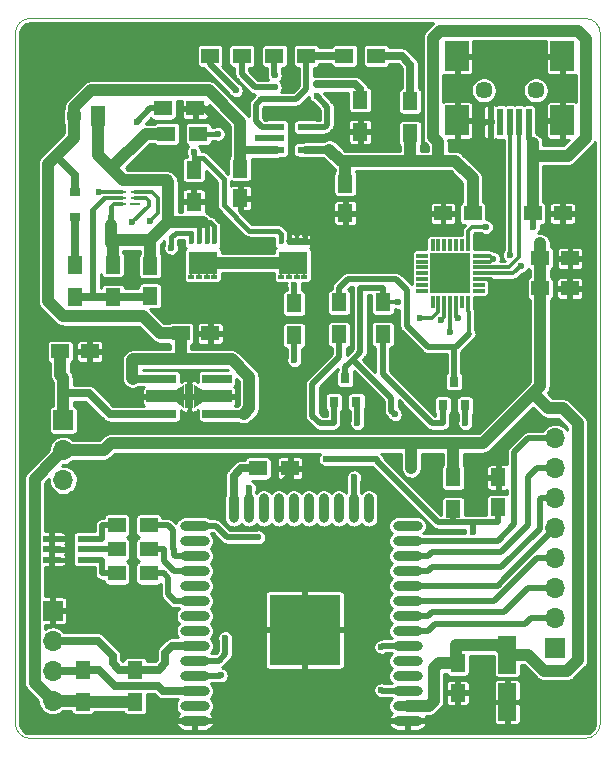
<source format=gtl>
G04 #@! TF.FileFunction,Copper,L1,Top,Signal*
%FSLAX46Y46*%
G04 Gerber Fmt 4.6, Leading zero omitted, Abs format (unit mm)*
G04 Created by KiCad (PCBNEW 4.0.6) date 08/10/17 19:56:53*
%MOMM*%
%LPD*%
G01*
G04 APERTURE LIST*
%ADD10C,0.100000*%
%ADD11C,0.600000*%
%ADD12R,0.430000X0.630000*%
%ADD13R,0.500000X0.410000*%
%ADD14R,2.450000X1.900000*%
%ADD15O,2.500000X0.900000*%
%ADD16O,0.900000X2.500000*%
%ADD17R,6.000000X6.000000*%
%ADD18R,1.700000X1.700000*%
%ADD19O,1.700000X1.700000*%
%ADD20R,0.900000X0.800000*%
%ADD21R,1.200000X1.700000*%
%ADD22O,1.200000X1.700000*%
%ADD23R,2.500000X0.700000*%
%ADD24R,2.500000X1.000000*%
%ADD25R,0.800000X2.000000*%
%ADD26R,1.300000X1.500000*%
%ADD27R,0.500000X2.250000*%
%ADD28R,2.000000X2.500000*%
%ADD29C,1.450000*%
%ADD30R,1.250000X1.500000*%
%ADD31R,1.500000X3.200000*%
%ADD32R,1.500000X1.250000*%
%ADD33R,1.400000X0.600000*%
%ADD34R,0.850000X0.280000*%
%ADD35R,0.750000X0.280000*%
%ADD36R,1.000000X0.300000*%
%ADD37R,0.300000X1.000000*%
%ADD38R,3.350000X3.350000*%
%ADD39R,1.600000X0.500000*%
%ADD40R,0.800000X0.900000*%
%ADD41R,1.500000X1.300000*%
%ADD42C,0.300000*%
%ADD43C,0.500000*%
%ADD44C,1.000000*%
%ADD45C,0.700000*%
%ADD46C,0.400000*%
%ADD47C,0.200000*%
%ADD48C,0.250000*%
G04 APERTURE END LIST*
D10*
X118110000Y-59690000D02*
G75*
G03X116840000Y-60960000I0J-1270000D01*
G01*
X116840000Y-119380000D02*
G75*
G03X118110000Y-120650000I1270000J0D01*
G01*
X165100000Y-120650000D02*
G75*
G03X166370000Y-119380000I0J1270000D01*
G01*
X166370000Y-60960000D02*
G75*
G03X165100000Y-59690000I-1270000J0D01*
G01*
X165100000Y-120650000D02*
X118110000Y-120650000D01*
X166370000Y-60960000D02*
X166370000Y-119380000D01*
X118110000Y-59690000D02*
X165100000Y-59690000D01*
X116840000Y-60960000D02*
X116840000Y-119380000D01*
D11*
X157734000Y-87630000D03*
X162306000Y-72390000D03*
X140208000Y-74422000D03*
X154686000Y-82296000D03*
X154686000Y-80264000D03*
X152654000Y-80264000D03*
D12*
X141310000Y-78566000D03*
X140660000Y-78566000D03*
X140010000Y-78566000D03*
X139360000Y-78566000D03*
D13*
X139360000Y-81546000D03*
X140010000Y-81546000D03*
X140660000Y-81546000D03*
X141310000Y-81546000D03*
D14*
X140335000Y-80391000D03*
D13*
X131740000Y-81555000D03*
X132390000Y-81555000D03*
X133040000Y-81555000D03*
X133690000Y-81555000D03*
D14*
X132715000Y-80400000D03*
D12*
X131740000Y-78575000D03*
X133690000Y-78575000D03*
X132390000Y-78575000D03*
X133040000Y-78575000D03*
D11*
X131826000Y-98425000D03*
X131826000Y-83820000D03*
X136906000Y-84328000D03*
X156083000Y-71043800D03*
X128016000Y-109220000D03*
X137922000Y-99060000D03*
X140208000Y-93726000D03*
X157734000Y-90170000D03*
X163322000Y-90678000D03*
X133604000Y-68072000D03*
X135636000Y-78740000D03*
X152654000Y-82296000D03*
D15*
X132051000Y-119169000D03*
X132051000Y-117899000D03*
X132051000Y-116629000D03*
X132051000Y-115359000D03*
X132051000Y-114089000D03*
X132051000Y-112819000D03*
X132051000Y-111549000D03*
X132051000Y-110279000D03*
X132051000Y-109009000D03*
X132051000Y-107739000D03*
X132051000Y-106469000D03*
X132051000Y-105199000D03*
X132051000Y-103929000D03*
X132051000Y-102659000D03*
D16*
X135336000Y-101169000D03*
X136606000Y-101169000D03*
X137876000Y-101169000D03*
X139146000Y-101169000D03*
X140416000Y-101169000D03*
X141686000Y-101169000D03*
X142956000Y-101169000D03*
X144226000Y-101169000D03*
X145496000Y-101169000D03*
X146766000Y-101169000D03*
D15*
X150051000Y-102659000D03*
X150051000Y-103929000D03*
X150051000Y-105199000D03*
X150051000Y-106469000D03*
X150051000Y-107739000D03*
X150051000Y-109009000D03*
X150051000Y-110279000D03*
X150051000Y-111549000D03*
X150051000Y-112819000D03*
X150051000Y-114089000D03*
X150051000Y-115359000D03*
X150051000Y-116629000D03*
X150051000Y-117899000D03*
X150051000Y-119169000D03*
D17*
X141351000Y-111469000D03*
D11*
X148336000Y-68580000D03*
X123952000Y-109220000D03*
X142875000Y-113030000D03*
X139700000Y-113030000D03*
X142875000Y-109855000D03*
X139700000Y-109855000D03*
X127762000Y-98425000D03*
X123952000Y-98425000D03*
X125984000Y-86868000D03*
X149352000Y-77724000D03*
X145288000Y-79248000D03*
X157734000Y-85090000D03*
X163322000Y-85090000D03*
X155956000Y-98552000D03*
D18*
X162560000Y-113030000D03*
D19*
X162560000Y-110490000D03*
X162560000Y-107950000D03*
X162560000Y-105410000D03*
X162560000Y-102870000D03*
X162560000Y-100330000D03*
X162560000Y-97790000D03*
X162560000Y-95250000D03*
D20*
X121920000Y-76488000D03*
X121920000Y-74388000D03*
D21*
X123825000Y-67945000D03*
D22*
X121825000Y-67945000D03*
D10*
G36*
X131167000Y-92694000D02*
X130417000Y-92194000D01*
X130417000Y-91194000D01*
X131167000Y-90694000D01*
X131167000Y-92694000D01*
X131167000Y-92694000D01*
G37*
D23*
X129222000Y-93194000D03*
X129222000Y-90194000D03*
X133922000Y-93194000D03*
D24*
X133922000Y-91694000D03*
D23*
X133922000Y-90194000D03*
D24*
X129222000Y-91694000D03*
D10*
G36*
X131977000Y-90694000D02*
X132727000Y-91194000D01*
X132727000Y-92194000D01*
X131977000Y-92694000D01*
X131977000Y-90694000D01*
X131977000Y-90694000D01*
G37*
D25*
X131572000Y-91694000D03*
D26*
X144272000Y-83740000D03*
X144272000Y-86440000D03*
D27*
X160309000Y-68461000D03*
X159509000Y-68461000D03*
X158709000Y-68461000D03*
X157909000Y-68461000D03*
X157109000Y-68461000D03*
D28*
X154259000Y-68336000D03*
X154259000Y-62886000D03*
X163159000Y-62886000D03*
X163159000Y-68336000D03*
D29*
X160909000Y-65786000D03*
X156509000Y-65786000D03*
D30*
X144780000Y-73680000D03*
X144780000Y-76180000D03*
D31*
X158496000Y-113570000D03*
X158496000Y-117570000D03*
D30*
X154305000Y-114300000D03*
X154305000Y-116800000D03*
D32*
X161310000Y-80010000D03*
X163810000Y-80010000D03*
D30*
X157734000Y-101052000D03*
X157734000Y-98552000D03*
X135890000Y-72410000D03*
X135890000Y-74910000D03*
D32*
X130850000Y-86360000D03*
X133350000Y-86360000D03*
X161290000Y-82550000D03*
X163790000Y-82550000D03*
X120650000Y-87884000D03*
X123150000Y-87884000D03*
D30*
X128270000Y-83165000D03*
X128270000Y-80665000D03*
D32*
X155555000Y-76200000D03*
X153055000Y-76200000D03*
X160675000Y-76200000D03*
X163175000Y-76200000D03*
D26*
X150276560Y-66706760D03*
X150276560Y-69406760D03*
X146050000Y-69295000D03*
X146050000Y-66595000D03*
D33*
X138958000Y-68900000D03*
X138958000Y-69850000D03*
X138958000Y-70800000D03*
X141458000Y-70800000D03*
X141458000Y-68900000D03*
D34*
X126950000Y-75430000D03*
D35*
X127000000Y-74930000D03*
X127000000Y-74430000D03*
X125850000Y-75430000D03*
X125850000Y-74930000D03*
X125850000Y-74430000D03*
D36*
X156070000Y-82780000D03*
X156070000Y-82280000D03*
X156070000Y-81780000D03*
X156070000Y-81280000D03*
X156070000Y-80780000D03*
X156070000Y-80280000D03*
X156070000Y-79780000D03*
D37*
X155170000Y-78880000D03*
X154670000Y-78880000D03*
X154170000Y-78880000D03*
X153670000Y-78880000D03*
X153170000Y-78880000D03*
X152670000Y-78880000D03*
X152170000Y-78880000D03*
D36*
X151270000Y-79780000D03*
X151270000Y-80280000D03*
X151270000Y-80780000D03*
X151270000Y-81280000D03*
X151270000Y-81780000D03*
X151270000Y-82280000D03*
X151270000Y-82780000D03*
D37*
X152170000Y-83680000D03*
X152670000Y-83680000D03*
X153170000Y-83680000D03*
X153670000Y-83680000D03*
X154170000Y-83680000D03*
X154670000Y-83680000D03*
X155170000Y-83680000D03*
D38*
X153670000Y-81280000D03*
D39*
X119937000Y-103748000D03*
X119937000Y-104648000D03*
X119937000Y-105548000D03*
X122887000Y-105548000D03*
X122887000Y-104648000D03*
X122887000Y-103748000D03*
D40*
X143830000Y-92170000D03*
X145730000Y-92170000D03*
X144780000Y-90170000D03*
X153035000Y-92440000D03*
X154935000Y-92440000D03*
X153985000Y-90440000D03*
D41*
X147400000Y-62865000D03*
X144700000Y-62865000D03*
X141478000Y-62865000D03*
X138778000Y-62865000D03*
D26*
X147955000Y-83740000D03*
X147955000Y-86440000D03*
X153924000Y-98552000D03*
X153924000Y-101252000D03*
D41*
X136017000Y-62865000D03*
X133317000Y-62865000D03*
D26*
X140462000Y-83820000D03*
X140462000Y-86520000D03*
D41*
X128143000Y-102616000D03*
X125443000Y-102616000D03*
X137414000Y-97790000D03*
X140114000Y-97790000D03*
D26*
X122555000Y-114855000D03*
X122555000Y-117555000D03*
X127000000Y-117555000D03*
X127000000Y-114855000D03*
D41*
X132080000Y-67310000D03*
X129380000Y-67310000D03*
D26*
X131953000Y-72517000D03*
X131953000Y-75217000D03*
D41*
X125443000Y-104648000D03*
X128143000Y-104648000D03*
D26*
X121920000Y-83265000D03*
X121920000Y-80565000D03*
X125095000Y-83265000D03*
X125095000Y-80565000D03*
D41*
X125443000Y-106680000D03*
X128143000Y-106680000D03*
X132334000Y-69469000D03*
X129634000Y-69469000D03*
D18*
X120015000Y-109855000D03*
D19*
X120015000Y-112395000D03*
X120015000Y-114935000D03*
X120015000Y-117475000D03*
D18*
X120904000Y-93726000D03*
D19*
X120904000Y-96266000D03*
X120904000Y-98806000D03*
D11*
X163159000Y-68336000D03*
X163159000Y-62886000D03*
X154259000Y-62886000D03*
X154259000Y-68336000D03*
X158496000Y-117570000D03*
X138811000Y-64516000D03*
X142367000Y-65278000D03*
X135509000Y-65786000D03*
X137414000Y-69850000D03*
X138811000Y-65532000D03*
X142367000Y-66294000D03*
X126746000Y-76962000D03*
X131953000Y-70993000D03*
X130048000Y-79121000D03*
X128270000Y-76835000D03*
X133985000Y-69469000D03*
X123929669Y-74399669D03*
X127127000Y-68453000D03*
X153670000Y-86233000D03*
X134239000Y-115316000D03*
X151130000Y-85090000D03*
X136652000Y-99441000D03*
X148971000Y-93218000D03*
X145542000Y-98552000D03*
X149225000Y-83693000D03*
X152923120Y-85232120D03*
X156718000Y-77368400D03*
X160680400Y-77368400D03*
X161290000Y-78740000D03*
X157276800Y-80035400D03*
X161290000Y-78740000D03*
X155956000Y-112776000D03*
X150368000Y-97790000D03*
X143129000Y-97028000D03*
X155575000Y-103179000D03*
X147828000Y-116586000D03*
X145796000Y-93980000D03*
X159639000Y-80645000D03*
X158709000Y-79703000D03*
X154320000Y-85090000D03*
X140462000Y-82296000D03*
X154940000Y-93980000D03*
X137414000Y-103632000D03*
X140462000Y-88646000D03*
X134620000Y-112141000D03*
X147828000Y-112903000D03*
D42*
X157734000Y-82397600D02*
X157734000Y-85090000D01*
X157124400Y-81788000D02*
X157734000Y-82397600D01*
X156786002Y-81788000D02*
X157124400Y-81788000D01*
X156070000Y-81780000D02*
X156778002Y-81780000D01*
X156778002Y-81780000D02*
X156786002Y-81788000D01*
D43*
X139446000Y-99060000D02*
X137922000Y-99060000D01*
X140114000Y-98392000D02*
X139446000Y-99060000D01*
X140114000Y-97790000D02*
X140114000Y-98392000D01*
X141310000Y-78566000D02*
X140020001Y-78566000D01*
X141310000Y-78566000D02*
X140660000Y-78566000D01*
X132080000Y-67310000D02*
X132842000Y-67310000D01*
X132842000Y-67310000D02*
X133604000Y-68072000D01*
X163294060Y-82669060D02*
X163175000Y-82550000D01*
X153985000Y-89490000D02*
X153985000Y-87696000D01*
D42*
X153985000Y-87696000D02*
X154178000Y-87503000D01*
X155170000Y-83680000D02*
X155170000Y-84480000D01*
X155170000Y-84480000D02*
X155270001Y-84580001D01*
X155270001Y-84580001D02*
X155270001Y-86410999D01*
D43*
X153985000Y-90440000D02*
X153985000Y-89490000D01*
X144272000Y-83740000D02*
X144272000Y-82490000D01*
X144272000Y-82490000D02*
X144974000Y-81788000D01*
X149987000Y-85725000D02*
X151765000Y-87503000D01*
X144974000Y-81788000D02*
X149098000Y-81788000D01*
X149098000Y-81788000D02*
X149987000Y-82677000D01*
X149987000Y-82677000D02*
X149987000Y-85725000D01*
X151765000Y-87503000D02*
X154178000Y-87503000D01*
X154178000Y-87503000D02*
X155270001Y-86410999D01*
D44*
X121825000Y-69795000D02*
X120396000Y-71224000D01*
X120396000Y-71224000D02*
X119634000Y-71986000D01*
D45*
X121920000Y-74388000D02*
X121920000Y-72988000D01*
X121920000Y-72988000D02*
X120396000Y-71464000D01*
D44*
X120396000Y-71464000D02*
X120396000Y-71224000D01*
X135890000Y-70660000D02*
X136080001Y-70850001D01*
D45*
X136080001Y-70850001D02*
X137697999Y-70850001D01*
X137697999Y-70850001D02*
X138958000Y-70850001D01*
D44*
X123273998Y-65786000D02*
X133216002Y-65786000D01*
X133216002Y-65786000D02*
X135890000Y-68459998D01*
X135890000Y-68459998D02*
X135890000Y-70660000D01*
X135890000Y-70660000D02*
X135890000Y-72410000D01*
X121825000Y-67945000D02*
X121825000Y-67234998D01*
X121825000Y-67234998D02*
X123273998Y-65786000D01*
X119634000Y-71986000D02*
X119634000Y-72152000D01*
X126746000Y-90170000D02*
X126770000Y-90194000D01*
D45*
X126770000Y-90194000D02*
X129222000Y-90194000D01*
D44*
X126746000Y-88646000D02*
X126746000Y-90170000D01*
X126826000Y-88566000D02*
X126746000Y-88646000D01*
X130850000Y-88566000D02*
X126826000Y-88566000D01*
X136652000Y-90063998D02*
X136652000Y-92714000D01*
X136652000Y-92714000D02*
X136172000Y-93194000D01*
D45*
X136172000Y-93194000D02*
X133922000Y-93194000D01*
D44*
X130850000Y-88566000D02*
X135154002Y-88566000D01*
X135154002Y-88566000D02*
X136652000Y-90063998D01*
X130850000Y-86360000D02*
X130850000Y-88566000D01*
X119634000Y-71986000D02*
X119634000Y-83639002D01*
X119634000Y-83639002D02*
X120904997Y-84909999D01*
X120904997Y-84909999D02*
X127649999Y-84909999D01*
X127649999Y-84909999D02*
X129100000Y-86360000D01*
X129100000Y-86360000D02*
X130850000Y-86360000D01*
X121825000Y-67945000D02*
X121825000Y-69795000D01*
D46*
X123444000Y-75844400D02*
X124358400Y-74930000D01*
D42*
X124358400Y-74930000D02*
X125109422Y-74930000D01*
X123444000Y-75946000D02*
X123444000Y-75844400D01*
X125850000Y-74930000D02*
X125109422Y-74930000D01*
D43*
X123444000Y-83265000D02*
X123444000Y-75946000D01*
D45*
X123444000Y-83265000D02*
X125095000Y-83265000D01*
X121920000Y-83265000D02*
X123444000Y-83265000D01*
X125095000Y-83265000D02*
X128170000Y-83265000D01*
D43*
X128170000Y-83265000D02*
X128270000Y-83165000D01*
D44*
X123825000Y-67945000D02*
X123825000Y-71247000D01*
X123825000Y-71247000D02*
X124206000Y-71628000D01*
X124968000Y-77216000D02*
X124968000Y-78688000D01*
D42*
X124968000Y-78688000D02*
X125095000Y-78815000D01*
D43*
X124968000Y-76454000D02*
X124968000Y-77216000D01*
D46*
X124968000Y-75692000D02*
X124968000Y-76454000D01*
D42*
X125850000Y-75430000D02*
X125230000Y-75430000D01*
X125230000Y-75430000D02*
X124968000Y-75692000D01*
D46*
X133690000Y-77302000D02*
X133350000Y-76962000D01*
X133350000Y-76962000D02*
X132742000Y-76962000D01*
X133690000Y-78575000D02*
X133690000Y-77302000D01*
X133040000Y-78575000D02*
X133040000Y-77260000D01*
D42*
X133040000Y-77260000D02*
X132742000Y-76962000D01*
D46*
X132390000Y-78575000D02*
X132390000Y-77314000D01*
D42*
X132390000Y-77314000D02*
X132742000Y-76962000D01*
D44*
X124206000Y-71628000D02*
X124968000Y-72390000D01*
X124968000Y-72390000D02*
X125984000Y-73406000D01*
X129634000Y-69469000D02*
X127884000Y-69469000D01*
X127884000Y-69469000D02*
X124968000Y-72385000D01*
X124968000Y-72385000D02*
X124968000Y-72390000D01*
X125984000Y-73406000D02*
X129667000Y-73406000D01*
X129667000Y-73406000D02*
X129794000Y-73533000D01*
X129794000Y-73533000D02*
X129794000Y-75448998D01*
X129794000Y-75448998D02*
X129794000Y-76962000D01*
X129794000Y-76962000D02*
X132742000Y-76962000D01*
X128270000Y-78486000D02*
X125424000Y-78486000D01*
X125424000Y-78486000D02*
X125095000Y-78815000D01*
X125095000Y-78815000D02*
X125095000Y-80565000D01*
X128270000Y-78486000D02*
X128270000Y-80665000D01*
X129794000Y-76962000D02*
X128270000Y-78486000D01*
D45*
X150276560Y-63599060D02*
X149542500Y-62865000D01*
X149542500Y-62865000D02*
X147400000Y-62865000D01*
X150276560Y-66706760D02*
X150276560Y-63599060D01*
D43*
X138778000Y-62865000D02*
X138778000Y-64483000D01*
X138778000Y-64483000D02*
X138811000Y-64516000D01*
D45*
X146050000Y-65709800D02*
X145618200Y-65278000D01*
X145618200Y-65278000D02*
X142367000Y-65278000D01*
X146050000Y-66595000D02*
X146050000Y-65709800D01*
D43*
X138811000Y-63025000D02*
X138778000Y-62992000D01*
D45*
X121920000Y-76488000D02*
X121920000Y-80565000D01*
D43*
X141478000Y-62865000D02*
X141478000Y-65659000D01*
X141478000Y-65659000D02*
X140589000Y-66548000D01*
X140589000Y-66548000D02*
X137668000Y-66548000D01*
X137668000Y-66548000D02*
X137226000Y-66990000D01*
X137226000Y-66990000D02*
X137226000Y-68368000D01*
X137226000Y-68368000D02*
X137758000Y-68900000D01*
X137758000Y-68900000D02*
X138958000Y-68900000D01*
D45*
X141478000Y-62865000D02*
X144700000Y-62865000D01*
D43*
X133317000Y-62865000D02*
X133317000Y-63594000D01*
X133317000Y-63594000D02*
X135509000Y-65786000D01*
X137414000Y-69850000D02*
X138958000Y-69850000D01*
X133317000Y-62865000D02*
X133417000Y-62865000D01*
X137160000Y-65532000D02*
X136017000Y-64389000D01*
X136017000Y-64389000D02*
X136017000Y-62865000D01*
X138811000Y-65532000D02*
X137160000Y-65532000D01*
X143256000Y-67437000D02*
X143256000Y-67183000D01*
X143256000Y-67183000D02*
X142367000Y-66294000D01*
X143256000Y-68707000D02*
X143256000Y-67437000D01*
X143063000Y-68900000D02*
X143256000Y-68707000D01*
X141458000Y-68900000D02*
X143063000Y-68900000D01*
D46*
X139082200Y-77673200D02*
X136648198Y-77673200D01*
X136648198Y-77673200D02*
X134493000Y-75518002D01*
X139360000Y-78566000D02*
X139360000Y-77951000D01*
X139360000Y-77951000D02*
X139082200Y-77673200D01*
D42*
X127889000Y-74930000D02*
X127000000Y-74930000D01*
X128143000Y-75184000D02*
X127889000Y-74930000D01*
X128143000Y-75565000D02*
X128143000Y-75184000D01*
X126746000Y-76962000D02*
X128143000Y-75565000D01*
D46*
X134493000Y-73279000D02*
X134493000Y-75518002D01*
X132715000Y-71501000D02*
X134493000Y-73279000D01*
X131953000Y-71501000D02*
X131953000Y-72517000D01*
X131953000Y-70993000D02*
X131953000Y-71501000D01*
X131953000Y-71501000D02*
X132715000Y-71501000D01*
D42*
X128270000Y-76835000D02*
X128905000Y-76200000D01*
X128905000Y-76200000D02*
X128905000Y-74930000D01*
X128905000Y-74930000D02*
X128405000Y-74430000D01*
X128405000Y-74430000D02*
X127000000Y-74430000D01*
D46*
X131740000Y-78575000D02*
X131740000Y-77892000D01*
X130048000Y-78232000D02*
X130048000Y-79121000D01*
D42*
X131740000Y-77892000D02*
X131699000Y-77851000D01*
D46*
X131699000Y-77851000D02*
X130429000Y-77851000D01*
X130429000Y-77851000D02*
X130048000Y-78232000D01*
D42*
X127008000Y-74422000D02*
X127000000Y-74430000D01*
D46*
X132334000Y-69469000D02*
X133985000Y-69469000D01*
D42*
X124671200Y-74430000D02*
X124640869Y-74399669D01*
X124640869Y-74399669D02*
X123929669Y-74399669D01*
X125850000Y-74430000D02*
X124671200Y-74430000D01*
D47*
X125819669Y-74399669D02*
X125850000Y-74430000D01*
D43*
X129380000Y-67310000D02*
X128270000Y-67310000D01*
X128270000Y-67310000D02*
X127127000Y-68453000D01*
D45*
X137414000Y-97790000D02*
X135964000Y-97790000D01*
X135964000Y-97790000D02*
X135336000Y-98418000D01*
X135336000Y-98418000D02*
X135336000Y-99219000D01*
X135336000Y-99219000D02*
X135336000Y-101169000D01*
X128905000Y-116205000D02*
X129329000Y-116629000D01*
X129329000Y-116629000D02*
X132051000Y-116629000D01*
X125255000Y-116205000D02*
X128905000Y-116205000D01*
X122555000Y-114855000D02*
X123905000Y-114855000D01*
X123905000Y-114855000D02*
X125255000Y-116205000D01*
X120015000Y-114935000D02*
X122475000Y-114935000D01*
X122475000Y-114935000D02*
X122555000Y-114855000D01*
D43*
X132051000Y-116629000D02*
X131251000Y-116629000D01*
D45*
X125095000Y-113665000D02*
X123825000Y-112395000D01*
X123825000Y-112395000D02*
X120015000Y-112395000D01*
X125095000Y-114300000D02*
X125095000Y-113665000D01*
X127000000Y-114855000D02*
X125650000Y-114855000D01*
X125650000Y-114855000D02*
X125095000Y-114300000D01*
X129540000Y-114300000D02*
X128985000Y-114855000D01*
X128985000Y-114855000D02*
X127000000Y-114855000D01*
X129540000Y-113380000D02*
X129540000Y-114300000D01*
X132051000Y-112819000D02*
X130101000Y-112819000D01*
X130101000Y-112819000D02*
X129540000Y-113380000D01*
D42*
X153670000Y-83680000D02*
X153670000Y-86233000D01*
D43*
X132051000Y-115359000D02*
X134196000Y-115359000D01*
X134196000Y-115359000D02*
X134239000Y-115316000D01*
D42*
X152146000Y-85090000D02*
X152670000Y-84566000D01*
X152670000Y-84566000D02*
X152670000Y-83680000D01*
X151130000Y-85090000D02*
X152146000Y-85090000D01*
D43*
X136606000Y-101169000D02*
X136606000Y-99487000D01*
X136606000Y-99487000D02*
X136652000Y-99441000D01*
X148671001Y-92918001D02*
X148671001Y-91841001D01*
X144780000Y-89220000D02*
X145415000Y-88585000D01*
X145415000Y-88585000D02*
X146050000Y-87950000D01*
X148971000Y-93218000D02*
X148671001Y-92918001D01*
X148671001Y-91841001D02*
X145415000Y-88585000D01*
X145496000Y-101169000D02*
X145496000Y-98598000D01*
D42*
X145496000Y-98598000D02*
X145542000Y-98552000D01*
X145496000Y-101169000D02*
X145496000Y-100369000D01*
X149225000Y-83693000D02*
X148002000Y-83693000D01*
X148002000Y-83693000D02*
X147955000Y-83740000D01*
X153170000Y-84460002D02*
X153170000Y-84985240D01*
X153170000Y-84985240D02*
X152923120Y-85232120D01*
X153170000Y-83680000D02*
X153170000Y-84460002D01*
D43*
X144780000Y-90170000D02*
X144780000Y-89220000D01*
X146050000Y-82550000D02*
X146111990Y-82488010D01*
X146050000Y-87950000D02*
X146050000Y-82550000D01*
X146111990Y-82488010D02*
X147955000Y-82488010D01*
X147955000Y-82488010D02*
X147955000Y-83740000D01*
D44*
X150876000Y-71755000D02*
X150276560Y-71755000D01*
X150276560Y-71755000D02*
X144907000Y-71755000D01*
X150276560Y-69406760D02*
X150276560Y-71156760D01*
X150276560Y-71156760D02*
X150276560Y-71755000D01*
X160675000Y-70252000D02*
X160675000Y-71313040D01*
X160675000Y-71313040D02*
X160675000Y-74721400D01*
X152654000Y-71755000D02*
X152654000Y-70169002D01*
X165150800Y-69782202D02*
X163619962Y-71313040D01*
X152654000Y-70169002D02*
X152212040Y-69727042D01*
X152212040Y-69727042D02*
X152212040Y-61320680D01*
X152212040Y-61320680D02*
X152786080Y-60746640D01*
X152786080Y-60746640D02*
X164457642Y-60746640D01*
X164457642Y-60746640D02*
X165150800Y-61439798D01*
X165150800Y-61439798D02*
X165150800Y-69782202D01*
X163619962Y-71313040D02*
X160675000Y-71313040D01*
X151688800Y-71755000D02*
X152654000Y-71755000D01*
X152654000Y-71755000D02*
X154076400Y-71755000D01*
X154076400Y-71755000D02*
X155555000Y-73233600D01*
X155555000Y-73233600D02*
X155555000Y-76200000D01*
X150876000Y-71755000D02*
X151688800Y-71755000D01*
D43*
X160309000Y-68461000D02*
X160309000Y-69886000D01*
X160309000Y-69886000D02*
X160675000Y-70252000D01*
D42*
X156718000Y-77368400D02*
X155524200Y-77368400D01*
X155524200Y-77368400D02*
X155170000Y-77722600D01*
X155170000Y-77722600D02*
X155170000Y-78880000D01*
D43*
X160675000Y-76200000D02*
X160675000Y-77363000D01*
D42*
X160675000Y-77363000D02*
X160680400Y-77368400D01*
D44*
X160675000Y-74721400D02*
X160675000Y-76200000D01*
D42*
X155170000Y-78880000D02*
X155170000Y-78530000D01*
D44*
X144907000Y-71755000D02*
X144399000Y-71755000D01*
X144780000Y-73680000D02*
X144780000Y-71882000D01*
X144780000Y-71882000D02*
X144907000Y-71755000D01*
X144399000Y-71755000D02*
X143444000Y-70800000D01*
D45*
X143444000Y-70800000D02*
X141458000Y-70800000D01*
D42*
X156070000Y-80280000D02*
X157032200Y-80280000D01*
X157032200Y-80280000D02*
X157276800Y-80035400D01*
X156070000Y-79780000D02*
X157021400Y-79780000D01*
X157021400Y-79780000D02*
X157276800Y-80035400D01*
D44*
X161310000Y-80010000D02*
X161310000Y-78760000D01*
X161310000Y-78760000D02*
X161290000Y-78740000D01*
X161290000Y-82550000D02*
X161290000Y-80030000D01*
X161290000Y-80030000D02*
X161310000Y-80010000D01*
X160675000Y-91420000D02*
X161290000Y-90805000D01*
X161290000Y-90805000D02*
X161290000Y-82550000D01*
X120015000Y-117475000D02*
X118476999Y-115936999D01*
X118476999Y-115936999D02*
X118476999Y-98693001D01*
X118476999Y-98693001D02*
X120054001Y-97115999D01*
X120054001Y-97115999D02*
X120904000Y-96266000D01*
X122555000Y-117555000D02*
X127000000Y-117555000D01*
X120015000Y-117475000D02*
X122475000Y-117475000D01*
X122475000Y-117475000D02*
X122555000Y-117555000D01*
X158496000Y-113570000D02*
X160246000Y-113570000D01*
X163195000Y-92710000D02*
X161965000Y-92710000D01*
X160246000Y-113570000D02*
X161611000Y-114935000D01*
X161611000Y-114935000D02*
X163543002Y-114935000D01*
X163543002Y-114935000D02*
X164465000Y-114013002D01*
X164465000Y-114013002D02*
X164465000Y-93980000D01*
X164465000Y-93980000D02*
X163195000Y-92710000D01*
X161965000Y-92710000D02*
X160675000Y-91420000D01*
X154305000Y-114300000D02*
X152680000Y-114300000D01*
X152680000Y-114300000D02*
X152273000Y-114707000D01*
X152273000Y-114707000D02*
X152273000Y-117475000D01*
X152273000Y-117475000D02*
X151849000Y-117899000D01*
X151849000Y-117899000D02*
X150051000Y-117899000D01*
X124932999Y-95666001D02*
X124333000Y-96266000D01*
X124333000Y-96266000D02*
X120904000Y-96266000D01*
X150368000Y-95666001D02*
X124932999Y-95666001D01*
X153924000Y-95666001D02*
X156428999Y-95666001D01*
X156428999Y-95666001D02*
X160675000Y-91420000D01*
X155861000Y-112776000D02*
X157607000Y-112776000D01*
X157702000Y-112776000D02*
X158496000Y-113570000D01*
X154178000Y-112776000D02*
X154178000Y-114173000D01*
X154178000Y-114173000D02*
X154305000Y-114300000D01*
X155956000Y-112776000D02*
X154178000Y-112776000D01*
X150368000Y-95666001D02*
X153924000Y-95666001D01*
X150368000Y-95666001D02*
X150368000Y-97790000D01*
X153924000Y-95666001D02*
X153924000Y-98552000D01*
D43*
X143129000Y-97028000D02*
X147447000Y-97028000D01*
X152654000Y-102362000D02*
X153924000Y-102362000D01*
X147447000Y-97028000D02*
X147447000Y-97155000D01*
X147447000Y-97155000D02*
X152654000Y-102362000D01*
X155575000Y-103179000D02*
X155575000Y-102754736D01*
X155575000Y-102754736D02*
X155575000Y-102362000D01*
X150051000Y-116629000D02*
X147871000Y-116629000D01*
X147871000Y-116629000D02*
X147828000Y-116586000D01*
X155575000Y-102362000D02*
X153924000Y-102362000D01*
X157734000Y-102362000D02*
X155575000Y-102362000D01*
X145796000Y-93980000D02*
X145796000Y-92236000D01*
X145796000Y-92236000D02*
X145730000Y-92170000D01*
X153924000Y-101252000D02*
X153924000Y-102362000D01*
X157734000Y-101052000D02*
X157734000Y-102362000D01*
X154124000Y-101052000D02*
X153924000Y-101252000D01*
D44*
X120904000Y-91440000D02*
X120904000Y-93726000D01*
D45*
X120904000Y-91440000D02*
X123081000Y-91440000D01*
D44*
X120904000Y-90170000D02*
X120904000Y-91440000D01*
D45*
X123081000Y-91440000D02*
X124835000Y-93194000D01*
D43*
X120650000Y-89916000D02*
X120904000Y-90170000D01*
D44*
X120650000Y-89916000D02*
X120650000Y-87884000D01*
D45*
X129222000Y-93194000D02*
X124835000Y-93194000D01*
D43*
X120650000Y-93472000D02*
X120904000Y-93726000D01*
D42*
X159639000Y-80645000D02*
X159004000Y-81280000D01*
X159004000Y-81280000D02*
X158132000Y-81280000D01*
X158132000Y-81280000D02*
X156070000Y-81280000D01*
X158709000Y-68461000D02*
X158709000Y-79703000D01*
X159509000Y-79886000D02*
X158615000Y-80780000D01*
X158615000Y-80780000D02*
X156070000Y-80780000D01*
X159509000Y-68461000D02*
X159509000Y-79886000D01*
D46*
X159509000Y-68461000D02*
X159509000Y-68754800D01*
D42*
X154170000Y-83680000D02*
X154170000Y-84940000D01*
X154170000Y-84940000D02*
X154320000Y-85090000D01*
D43*
X140462000Y-83820000D02*
X140462000Y-82296000D01*
X124193000Y-105550000D02*
X124191000Y-105548000D01*
X124191000Y-105548000D02*
X122887000Y-105548000D01*
X124193000Y-106680000D02*
X124193000Y-105550000D01*
X125443000Y-106680000D02*
X124193000Y-106680000D01*
X125443000Y-104648000D02*
X122887000Y-104648000D01*
X124193000Y-103645000D02*
X124193000Y-103742000D01*
X124193000Y-103742000D02*
X124187000Y-103748000D01*
X124187000Y-103748000D02*
X122887000Y-103748000D01*
X124193000Y-103645000D02*
X124090000Y-103748000D01*
X124193000Y-102616000D02*
X124193000Y-103645000D01*
X125443000Y-102616000D02*
X124193000Y-102616000D01*
D47*
X139360000Y-81546000D02*
X139360000Y-81366000D01*
X139360000Y-81366000D02*
X140335000Y-80391000D01*
X140010000Y-81546000D02*
X140010000Y-80716000D01*
X140010000Y-80716000D02*
X140335000Y-80391000D01*
X140660000Y-81546000D02*
X140660000Y-80716000D01*
X140660000Y-80716000D02*
X140335000Y-80391000D01*
X141310000Y-81546000D02*
X141310000Y-81366000D01*
X141310000Y-81366000D02*
X140335000Y-80391000D01*
X131740000Y-81555000D02*
X131740000Y-81375000D01*
X131740000Y-81375000D02*
X132715000Y-80400000D01*
X132390000Y-81555000D02*
X132390000Y-80725000D01*
X132390000Y-80725000D02*
X132715000Y-80400000D01*
X133040000Y-81555000D02*
X133040000Y-80725000D01*
X133040000Y-80725000D02*
X132715000Y-80400000D01*
X133690000Y-81555000D02*
X133690000Y-81375000D01*
X133690000Y-81375000D02*
X132715000Y-80400000D01*
D44*
X132715000Y-80400000D02*
X134440000Y-80400000D01*
X134440000Y-80400000D02*
X140335000Y-80400000D01*
D43*
X143830000Y-92170000D02*
X143830000Y-93914000D01*
X143830000Y-93914000D02*
X143764000Y-93980000D01*
X143764000Y-93980000D02*
X142621000Y-93980000D01*
X142621000Y-93980000D02*
X141986000Y-93345000D01*
X141986000Y-93345000D02*
X141986000Y-90678000D01*
X141986000Y-90678000D02*
X144272000Y-88392000D01*
X144272000Y-88392000D02*
X144272000Y-86440000D01*
X153035000Y-92440000D02*
X153035000Y-93980000D01*
X153035000Y-93980000D02*
X152146000Y-93980000D01*
X152146000Y-93980000D02*
X147955000Y-89789000D01*
X147955000Y-89789000D02*
X147955000Y-86440000D01*
X154940000Y-93980000D02*
X154940000Y-92445000D01*
X154940000Y-92445000D02*
X154935000Y-92440000D01*
X134774000Y-103632000D02*
X137414000Y-103632000D01*
X132051000Y-102659000D02*
X133801000Y-102659000D01*
X133801000Y-102659000D02*
X134774000Y-103632000D01*
X140462000Y-88646000D02*
X140462000Y-86520000D01*
X134069000Y-114089000D02*
X134620000Y-113538000D01*
X134620000Y-113538000D02*
X134620000Y-112141000D01*
X132051000Y-114089000D02*
X134069000Y-114089000D01*
X129794000Y-108458000D02*
X129794000Y-107081000D01*
X129794000Y-107081000D02*
X129393000Y-106680000D01*
X130301000Y-108965000D02*
X129794000Y-108458000D01*
X130301000Y-109009000D02*
X130301000Y-108965000D01*
X132051000Y-109009000D02*
X130301000Y-109009000D01*
X130301000Y-109009000D02*
X130258000Y-108966000D01*
X129393000Y-106680000D02*
X128143000Y-106680000D01*
X128243000Y-106680000D02*
X128143000Y-106680000D01*
X132051000Y-106469000D02*
X130301000Y-106469000D01*
X130301000Y-106469000D02*
X129474990Y-105642990D01*
X129474990Y-105642990D02*
X129474990Y-104729990D01*
X129474990Y-104729990D02*
X129393000Y-104648000D01*
X129393000Y-104648000D02*
X128143000Y-104648000D01*
X128243000Y-104648000D02*
X128143000Y-104648000D01*
X130175000Y-102997000D02*
X129794000Y-102616000D01*
X129794000Y-102616000D02*
X128143000Y-102616000D01*
X130175000Y-104548000D02*
X130175000Y-102997000D01*
X130302000Y-105156000D02*
X130302000Y-104675000D01*
X130302000Y-104675000D02*
X130175000Y-104548000D01*
X130345000Y-105199000D02*
X130302000Y-105156000D01*
X132051000Y-105199000D02*
X130345000Y-105199000D01*
X128243000Y-102616000D02*
X128143000Y-102616000D01*
X158242000Y-109982000D02*
X160274000Y-107950000D01*
X160274000Y-107950000D02*
X162560000Y-107950000D01*
X152098000Y-109982000D02*
X158242000Y-109982000D01*
X150051000Y-110279000D02*
X151801000Y-110279000D01*
X151801000Y-110279000D02*
X152098000Y-109982000D01*
X157410962Y-109009000D02*
X161009962Y-105410000D01*
X161009962Y-105410000D02*
X162560000Y-105410000D01*
X157410962Y-109009000D02*
X150051000Y-109009000D01*
X150051000Y-107739000D02*
X157691000Y-107739000D01*
X157691000Y-107739000D02*
X158326000Y-107104000D01*
X158326000Y-107104000D02*
X162560000Y-102870000D01*
X150051000Y-106469000D02*
X151801000Y-106469000D01*
X151801000Y-106469000D02*
X152098000Y-106172000D01*
X152098000Y-106172000D02*
X157988000Y-106172000D01*
X161259999Y-102900001D02*
X161259999Y-100427920D01*
X157988000Y-106172000D02*
X161259999Y-102900001D01*
X161259999Y-100427920D02*
X161357919Y-100330000D01*
X161357919Y-100330000D02*
X162560000Y-100330000D01*
X160274000Y-98552000D02*
X161036000Y-97790000D01*
X161036000Y-97790000D02*
X162560000Y-97790000D01*
X160274000Y-102616000D02*
X160274000Y-98552000D01*
X150051000Y-105199000D02*
X151801000Y-105199000D01*
X151801000Y-105199000D02*
X152098000Y-104902000D01*
X152098000Y-104902000D02*
X157988000Y-104902000D01*
X157988000Y-104902000D02*
X160274000Y-102616000D01*
X150051000Y-103929000D02*
X157691000Y-103929000D01*
X157691000Y-103929000D02*
X159100011Y-102519989D01*
X159100011Y-102519989D02*
X159100011Y-96423989D01*
X159100011Y-96423989D02*
X160274000Y-95250000D01*
X160274000Y-95250000D02*
X162560000Y-95250000D01*
X150051000Y-112819000D02*
X147912000Y-112819000D01*
X147912000Y-112819000D02*
X147828000Y-112903000D01*
X160001010Y-110979010D02*
X160490020Y-110490000D01*
X160490020Y-110490000D02*
X162560000Y-110490000D01*
X152370990Y-110979010D02*
X160001010Y-110979010D01*
X150051000Y-111549000D02*
X151801000Y-111549000D01*
X151801000Y-111549000D02*
X152370990Y-110979010D01*
D48*
G36*
X152176060Y-60119343D02*
X152169653Y-60125662D01*
X152169525Y-60125766D01*
X152169427Y-60125885D01*
X152167361Y-60127922D01*
X151593322Y-60701962D01*
X151542007Y-60764432D01*
X151490066Y-60826334D01*
X151487852Y-60830361D01*
X151484928Y-60833921D01*
X151446703Y-60905211D01*
X151407797Y-60975981D01*
X151406406Y-60980365D01*
X151404231Y-60984422D01*
X151380598Y-61061721D01*
X151356161Y-61138757D01*
X151355648Y-61143331D01*
X151354303Y-61147730D01*
X151346141Y-61228086D01*
X151337125Y-61308463D01*
X151337062Y-61317465D01*
X151337046Y-61317626D01*
X151337060Y-61317776D01*
X151337040Y-61320680D01*
X151337040Y-69727042D01*
X151344931Y-69807517D01*
X151351972Y-69887999D01*
X151353255Y-69892414D01*
X151353704Y-69896997D01*
X151377080Y-69974423D01*
X151399615Y-70051989D01*
X151401731Y-70056072D01*
X151403062Y-70060479D01*
X151441016Y-70131859D01*
X151478203Y-70203601D01*
X151481074Y-70207197D01*
X151483234Y-70211260D01*
X151534297Y-70273869D01*
X151584743Y-70337062D01*
X151591058Y-70343465D01*
X151591166Y-70343597D01*
X151591289Y-70343699D01*
X151593322Y-70345760D01*
X151779000Y-70531438D01*
X151779000Y-70880000D01*
X151151560Y-70880000D01*
X151151560Y-70455275D01*
X151176103Y-70439103D01*
X151244882Y-70358403D01*
X151288456Y-70261738D01*
X151303374Y-70156760D01*
X151303374Y-68656760D01*
X151298612Y-68597043D01*
X151267245Y-68495756D01*
X151208903Y-68407217D01*
X151128203Y-68338438D01*
X151031538Y-68294864D01*
X150926560Y-68279946D01*
X149626560Y-68279946D01*
X149566843Y-68284708D01*
X149465556Y-68316075D01*
X149377017Y-68374417D01*
X149308238Y-68455117D01*
X149264664Y-68551782D01*
X149249746Y-68656760D01*
X149249746Y-70156760D01*
X149254508Y-70216477D01*
X149285875Y-70317764D01*
X149344217Y-70406303D01*
X149401560Y-70455175D01*
X149401560Y-70880000D01*
X144761436Y-70880000D01*
X144062718Y-70181282D01*
X143930759Y-70072888D01*
X143780258Y-69992191D01*
X143616950Y-69942263D01*
X143447054Y-69925006D01*
X143277042Y-69941076D01*
X143113389Y-69989864D01*
X142962329Y-70069508D01*
X142955547Y-70075000D01*
X141458000Y-70075000D01*
X141317180Y-70088808D01*
X141203313Y-70123186D01*
X140758000Y-70123186D01*
X140698283Y-70127948D01*
X140596996Y-70159315D01*
X140508457Y-70217657D01*
X140439678Y-70298357D01*
X140396104Y-70395022D01*
X140381186Y-70500000D01*
X140381186Y-71100000D01*
X140385948Y-71159717D01*
X140417315Y-71261004D01*
X140475657Y-71349543D01*
X140556357Y-71418322D01*
X140653022Y-71461896D01*
X140758000Y-71476814D01*
X141205306Y-71476814D01*
X141307264Y-71509157D01*
X141447877Y-71524929D01*
X141458000Y-71525000D01*
X142931564Y-71525000D01*
X143780282Y-72373718D01*
X143842752Y-72425033D01*
X143904654Y-72476974D01*
X143905000Y-72477164D01*
X143905000Y-72648193D01*
X143836678Y-72728357D01*
X143793104Y-72825022D01*
X143778186Y-72930000D01*
X143778186Y-74430000D01*
X143782948Y-74489717D01*
X143814315Y-74591004D01*
X143872657Y-74679543D01*
X143953357Y-74748322D01*
X144050022Y-74791896D01*
X144155000Y-74806814D01*
X145405000Y-74806814D01*
X145464717Y-74802052D01*
X145566004Y-74770685D01*
X145654543Y-74712343D01*
X145723322Y-74631643D01*
X145766896Y-74534978D01*
X145781814Y-74430000D01*
X145781814Y-72930000D01*
X145777052Y-72870283D01*
X145745685Y-72768996D01*
X145687343Y-72680457D01*
X145655000Y-72652892D01*
X145655000Y-72630000D01*
X153713964Y-72630000D01*
X154680000Y-73596037D01*
X154680000Y-75223165D01*
X154643996Y-75234315D01*
X154555457Y-75292657D01*
X154486678Y-75373357D01*
X154443104Y-75470022D01*
X154428186Y-75575000D01*
X154428186Y-76825000D01*
X154432948Y-76884717D01*
X154464315Y-76986004D01*
X154522657Y-77074543D01*
X154603357Y-77143322D01*
X154700022Y-77186896D01*
X154805000Y-77201814D01*
X154948324Y-77201814D01*
X154798769Y-77351369D01*
X154768021Y-77388803D01*
X154736815Y-77425992D01*
X154735482Y-77428417D01*
X154733734Y-77430545D01*
X154710841Y-77473239D01*
X154687454Y-77515780D01*
X154686620Y-77518410D01*
X154685314Y-77520845D01*
X154671115Y-77567287D01*
X154656473Y-77613446D01*
X154656166Y-77616184D01*
X154655357Y-77618830D01*
X154650451Y-77667131D01*
X154645051Y-77715270D01*
X154645013Y-77720664D01*
X154645003Y-77720767D01*
X154645012Y-77720863D01*
X154645000Y-77722600D01*
X154645000Y-78003186D01*
X154520000Y-78003186D01*
X154460283Y-78007948D01*
X154426000Y-78018565D01*
X154424978Y-78018104D01*
X154320000Y-78003186D01*
X154020000Y-78003186D01*
X153960283Y-78007948D01*
X153926000Y-78018565D01*
X153924978Y-78018104D01*
X153820000Y-78003186D01*
X153520000Y-78003186D01*
X153460283Y-78007948D01*
X153426000Y-78018565D01*
X153424978Y-78018104D01*
X153320000Y-78003186D01*
X153020000Y-78003186D01*
X152960283Y-78007948D01*
X152926000Y-78018565D01*
X152924978Y-78018104D01*
X152820000Y-78003186D01*
X152520000Y-78003186D01*
X152460283Y-78007948D01*
X152426000Y-78018565D01*
X152424978Y-78018104D01*
X152320000Y-78003186D01*
X152020000Y-78003186D01*
X151960283Y-78007948D01*
X151858996Y-78039315D01*
X151770457Y-78097657D01*
X151701678Y-78178357D01*
X151658104Y-78275022D01*
X151643186Y-78380000D01*
X151643186Y-79253186D01*
X150770000Y-79253186D01*
X150710283Y-79257948D01*
X150608996Y-79289315D01*
X150520457Y-79347657D01*
X150451678Y-79428357D01*
X150408104Y-79525022D01*
X150393186Y-79630000D01*
X150393186Y-79930000D01*
X150397948Y-79989717D01*
X150408565Y-80024000D01*
X150408104Y-80025022D01*
X150393186Y-80130000D01*
X150393186Y-80430000D01*
X150397948Y-80489717D01*
X150408565Y-80524000D01*
X150408104Y-80525022D01*
X150393186Y-80630000D01*
X150393186Y-80930000D01*
X150397948Y-80989717D01*
X150408565Y-81024000D01*
X150408104Y-81025022D01*
X150393186Y-81130000D01*
X150393186Y-81430000D01*
X150397948Y-81489717D01*
X150408565Y-81524000D01*
X150408104Y-81525022D01*
X150393186Y-81630000D01*
X150393186Y-81930000D01*
X150397948Y-81989717D01*
X150408565Y-82024000D01*
X150408104Y-82025022D01*
X150393186Y-82130000D01*
X150393186Y-82199302D01*
X149539942Y-81346058D01*
X149495312Y-81309399D01*
X149451104Y-81272304D01*
X149448225Y-81270721D01*
X149445685Y-81268635D01*
X149394853Y-81241379D01*
X149344214Y-81213540D01*
X149341076Y-81212544D01*
X149338184Y-81210994D01*
X149282990Y-81194119D01*
X149227945Y-81176658D01*
X149224683Y-81176292D01*
X149221536Y-81175330D01*
X149164063Y-81169492D01*
X149106726Y-81163061D01*
X149100301Y-81163016D01*
X149100182Y-81163004D01*
X149100071Y-81163014D01*
X149098000Y-81163000D01*
X144974000Y-81163000D01*
X144916532Y-81168635D01*
X144859030Y-81173666D01*
X144855877Y-81174582D01*
X144852604Y-81174903D01*
X144797350Y-81191585D01*
X144741895Y-81207696D01*
X144738974Y-81209210D01*
X144735831Y-81210159D01*
X144684856Y-81237263D01*
X144633601Y-81263831D01*
X144631035Y-81265879D01*
X144628130Y-81267424D01*
X144583358Y-81303940D01*
X144538272Y-81339931D01*
X144533696Y-81344443D01*
X144533604Y-81344518D01*
X144533534Y-81344603D01*
X144532058Y-81346058D01*
X143830058Y-82048058D01*
X143793399Y-82092688D01*
X143756304Y-82136896D01*
X143754721Y-82139775D01*
X143752635Y-82142315D01*
X143725379Y-82193147D01*
X143697540Y-82243786D01*
X143696544Y-82246924D01*
X143694994Y-82249816D01*
X143678122Y-82305000D01*
X143660658Y-82360055D01*
X143660292Y-82363317D01*
X143659330Y-82366464D01*
X143653492Y-82423937D01*
X143647061Y-82481274D01*
X143647016Y-82487699D01*
X143647004Y-82487818D01*
X143647014Y-82487929D01*
X143647000Y-82490000D01*
X143647000Y-82613186D01*
X143622000Y-82613186D01*
X143562283Y-82617948D01*
X143460996Y-82649315D01*
X143372457Y-82707657D01*
X143303678Y-82788357D01*
X143260104Y-82885022D01*
X143245186Y-82990000D01*
X143245186Y-84490000D01*
X143249948Y-84549717D01*
X143281315Y-84651004D01*
X143339657Y-84739543D01*
X143420357Y-84808322D01*
X143517022Y-84851896D01*
X143622000Y-84866814D01*
X144922000Y-84866814D01*
X144981717Y-84862052D01*
X145083004Y-84830685D01*
X145171543Y-84772343D01*
X145240322Y-84691643D01*
X145283896Y-84594978D01*
X145298814Y-84490000D01*
X145298814Y-82990000D01*
X145294052Y-82930283D01*
X145262685Y-82828996D01*
X145204343Y-82740457D01*
X145123643Y-82671678D01*
X145026978Y-82628104D01*
X145018924Y-82626960D01*
X145232884Y-82413000D01*
X145440896Y-82413000D01*
X145438658Y-82420055D01*
X145438292Y-82423317D01*
X145437330Y-82426464D01*
X145431492Y-82483937D01*
X145425061Y-82541274D01*
X145425016Y-82547699D01*
X145425004Y-82547818D01*
X145425014Y-82547929D01*
X145425000Y-82550000D01*
X145425000Y-87691117D01*
X144973058Y-88143058D01*
X144973053Y-88143064D01*
X144897000Y-88219117D01*
X144897000Y-87566814D01*
X144922000Y-87566814D01*
X144981717Y-87562052D01*
X145083004Y-87530685D01*
X145171543Y-87472343D01*
X145240322Y-87391643D01*
X145283896Y-87294978D01*
X145298814Y-87190000D01*
X145298814Y-85690000D01*
X145294052Y-85630283D01*
X145262685Y-85528996D01*
X145204343Y-85440457D01*
X145123643Y-85371678D01*
X145026978Y-85328104D01*
X144922000Y-85313186D01*
X143622000Y-85313186D01*
X143562283Y-85317948D01*
X143460996Y-85349315D01*
X143372457Y-85407657D01*
X143303678Y-85488357D01*
X143260104Y-85585022D01*
X143245186Y-85690000D01*
X143245186Y-87190000D01*
X143249948Y-87249717D01*
X143281315Y-87351004D01*
X143339657Y-87439543D01*
X143420357Y-87508322D01*
X143517022Y-87551896D01*
X143622000Y-87566814D01*
X143647000Y-87566814D01*
X143647000Y-88133116D01*
X141544058Y-90236058D01*
X141507399Y-90280688D01*
X141470304Y-90324896D01*
X141468721Y-90327775D01*
X141466635Y-90330315D01*
X141439379Y-90381147D01*
X141411540Y-90431786D01*
X141410544Y-90434924D01*
X141408994Y-90437816D01*
X141392119Y-90493010D01*
X141374658Y-90548055D01*
X141374292Y-90551317D01*
X141373330Y-90554464D01*
X141367492Y-90611937D01*
X141361061Y-90669274D01*
X141361016Y-90675699D01*
X141361004Y-90675818D01*
X141361014Y-90675929D01*
X141361000Y-90678000D01*
X141361000Y-93345000D01*
X141366635Y-93402468D01*
X141371666Y-93459970D01*
X141372582Y-93463123D01*
X141372903Y-93466396D01*
X141389585Y-93521650D01*
X141405696Y-93577105D01*
X141407210Y-93580026D01*
X141408159Y-93583169D01*
X141435263Y-93634144D01*
X141461831Y-93685399D01*
X141463879Y-93687965D01*
X141465424Y-93690870D01*
X141501940Y-93735642D01*
X141537931Y-93780728D01*
X141542443Y-93785304D01*
X141542518Y-93785396D01*
X141542603Y-93785466D01*
X141544058Y-93786942D01*
X142179059Y-94421942D01*
X142223663Y-94458580D01*
X142267896Y-94495696D01*
X142270776Y-94497279D01*
X142273315Y-94499365D01*
X142324147Y-94526621D01*
X142374786Y-94554460D01*
X142377924Y-94555456D01*
X142380816Y-94557006D01*
X142436010Y-94573881D01*
X142491055Y-94591342D01*
X142494317Y-94591708D01*
X142497464Y-94592670D01*
X142554937Y-94598508D01*
X142612274Y-94604939D01*
X142618699Y-94604984D01*
X142618818Y-94604996D01*
X142618929Y-94604986D01*
X142621000Y-94605000D01*
X143764000Y-94605000D01*
X143821468Y-94599365D01*
X143878970Y-94594334D01*
X143882123Y-94593418D01*
X143885396Y-94593097D01*
X143940650Y-94576415D01*
X143996105Y-94560304D01*
X143999026Y-94558790D01*
X144002169Y-94557841D01*
X144053144Y-94530737D01*
X144104399Y-94504169D01*
X144106965Y-94502121D01*
X144109870Y-94500576D01*
X144154642Y-94464060D01*
X144199728Y-94428069D01*
X144204304Y-94423557D01*
X144204396Y-94423482D01*
X144204466Y-94423397D01*
X144205942Y-94421942D01*
X144271942Y-94355942D01*
X144308601Y-94311312D01*
X144345696Y-94267104D01*
X144347279Y-94264225D01*
X144349365Y-94261685D01*
X144376621Y-94210853D01*
X144404460Y-94160214D01*
X144405456Y-94157076D01*
X144407006Y-94154184D01*
X144423881Y-94098990D01*
X144441342Y-94043945D01*
X144441708Y-94040683D01*
X144442670Y-94037536D01*
X144448508Y-93980063D01*
X144454939Y-93922726D01*
X144454984Y-93916301D01*
X144454996Y-93916182D01*
X144454986Y-93916071D01*
X144455000Y-93914000D01*
X144455000Y-92918515D01*
X144479543Y-92902343D01*
X144548322Y-92821643D01*
X144591896Y-92724978D01*
X144606814Y-92620000D01*
X144606814Y-91720000D01*
X144953186Y-91720000D01*
X144953186Y-92620000D01*
X144957948Y-92679717D01*
X144989315Y-92781004D01*
X145047657Y-92869543D01*
X145128357Y-92938322D01*
X145171000Y-92957544D01*
X145171000Y-93724710D01*
X145149483Y-93774913D01*
X145121961Y-93904394D01*
X145120113Y-94036756D01*
X145144009Y-94166955D01*
X145192739Y-94290034D01*
X145264447Y-94401303D01*
X145356402Y-94496526D01*
X145465101Y-94572073D01*
X145586404Y-94625069D01*
X145715691Y-94653495D01*
X145848036Y-94656267D01*
X145978399Y-94633280D01*
X146101815Y-94585411D01*
X146213582Y-94514481D01*
X146309444Y-94423193D01*
X146385749Y-94315024D01*
X146439590Y-94194094D01*
X146468918Y-94065009D01*
X146471029Y-93913813D01*
X146445317Y-93783960D01*
X146421000Y-93724962D01*
X146421000Y-92853701D01*
X146448322Y-92821643D01*
X146491896Y-92724978D01*
X146506814Y-92620000D01*
X146506814Y-91720000D01*
X146502052Y-91660283D01*
X146470685Y-91558996D01*
X146412343Y-91470457D01*
X146331643Y-91401678D01*
X146234978Y-91358104D01*
X146130000Y-91343186D01*
X145330000Y-91343186D01*
X145270283Y-91347948D01*
X145168996Y-91379315D01*
X145080457Y-91437657D01*
X145011678Y-91518357D01*
X144968104Y-91615022D01*
X144953186Y-91720000D01*
X144606814Y-91720000D01*
X144602052Y-91660283D01*
X144570685Y-91558996D01*
X144512343Y-91470457D01*
X144431643Y-91401678D01*
X144334978Y-91358104D01*
X144230000Y-91343186D01*
X143430000Y-91343186D01*
X143370283Y-91347948D01*
X143268996Y-91379315D01*
X143180457Y-91437657D01*
X143111678Y-91518357D01*
X143068104Y-91615022D01*
X143053186Y-91720000D01*
X143053186Y-92620000D01*
X143057948Y-92679717D01*
X143089315Y-92781004D01*
X143147657Y-92869543D01*
X143205000Y-92918415D01*
X143205000Y-93355000D01*
X142879883Y-93355000D01*
X142611000Y-93086116D01*
X142611000Y-90936884D01*
X144155000Y-89392884D01*
X144155000Y-89421485D01*
X144130457Y-89437657D01*
X144061678Y-89518357D01*
X144018104Y-89615022D01*
X144003186Y-89720000D01*
X144003186Y-90620000D01*
X144007948Y-90679717D01*
X144039315Y-90781004D01*
X144097657Y-90869543D01*
X144178357Y-90938322D01*
X144275022Y-90981896D01*
X144380000Y-90996814D01*
X145180000Y-90996814D01*
X145239717Y-90992052D01*
X145341004Y-90960685D01*
X145429543Y-90902343D01*
X145498322Y-90821643D01*
X145541896Y-90724978D01*
X145556814Y-90620000D01*
X145556814Y-89720000D01*
X145552052Y-89660283D01*
X145527671Y-89581555D01*
X148046001Y-92099885D01*
X148046001Y-92918001D01*
X148051636Y-92975469D01*
X148056667Y-93032971D01*
X148057583Y-93036124D01*
X148057904Y-93039397D01*
X148074586Y-93094651D01*
X148090697Y-93150106D01*
X148092211Y-93153027D01*
X148093160Y-93156170D01*
X148120264Y-93207145D01*
X148146832Y-93258400D01*
X148148880Y-93260966D01*
X148150425Y-93263871D01*
X148186941Y-93308643D01*
X148222932Y-93353729D01*
X148227444Y-93358305D01*
X148227519Y-93358397D01*
X148227604Y-93358467D01*
X148229059Y-93359943D01*
X148348462Y-93479346D01*
X148367739Y-93528034D01*
X148439447Y-93639303D01*
X148531402Y-93734526D01*
X148640101Y-93810073D01*
X148761404Y-93863069D01*
X148890691Y-93891495D01*
X149023036Y-93894267D01*
X149153399Y-93871280D01*
X149276815Y-93823411D01*
X149388582Y-93752481D01*
X149484444Y-93661193D01*
X149560749Y-93553024D01*
X149614590Y-93432094D01*
X149643918Y-93303009D01*
X149646029Y-93151813D01*
X149620317Y-93021960D01*
X149569873Y-92899573D01*
X149496618Y-92789316D01*
X149403343Y-92695387D01*
X149296001Y-92622984D01*
X149296001Y-92013885D01*
X151704058Y-94421942D01*
X151748688Y-94458601D01*
X151792896Y-94495696D01*
X151795775Y-94497279D01*
X151798315Y-94499365D01*
X151849147Y-94526621D01*
X151899786Y-94554460D01*
X151902924Y-94555456D01*
X151905816Y-94557006D01*
X151961010Y-94573881D01*
X152016055Y-94591342D01*
X152019317Y-94591708D01*
X152022464Y-94592670D01*
X152079937Y-94598508D01*
X152137274Y-94604939D01*
X152143699Y-94604984D01*
X152143818Y-94604996D01*
X152143929Y-94604986D01*
X152146000Y-94605000D01*
X153035000Y-94605000D01*
X153093486Y-94599265D01*
X153152113Y-94593930D01*
X153154218Y-94593311D01*
X153156396Y-94593097D01*
X153212652Y-94576112D01*
X153269129Y-94559490D01*
X153271072Y-94558474D01*
X153273169Y-94557841D01*
X153325088Y-94530235D01*
X153377227Y-94502978D01*
X153378935Y-94501605D01*
X153380870Y-94500576D01*
X153426462Y-94463392D01*
X153472290Y-94426545D01*
X153473698Y-94424867D01*
X153475396Y-94423482D01*
X153512886Y-94378164D01*
X153550696Y-94333104D01*
X153551751Y-94331184D01*
X153553148Y-94329496D01*
X153581085Y-94277828D01*
X153609460Y-94226214D01*
X153610124Y-94224120D01*
X153611164Y-94222197D01*
X153628551Y-94166030D01*
X153646342Y-94109945D01*
X153646586Y-94107771D01*
X153647235Y-94105674D01*
X153653391Y-94047103D01*
X153659939Y-93988726D01*
X153659968Y-93984521D01*
X153659985Y-93984363D01*
X153659971Y-93984205D01*
X153660000Y-93980000D01*
X153660000Y-93188515D01*
X153684543Y-93172343D01*
X153753322Y-93091643D01*
X153796896Y-92994978D01*
X153811814Y-92890000D01*
X153811814Y-91990000D01*
X154158186Y-91990000D01*
X154158186Y-92890000D01*
X154162948Y-92949717D01*
X154194315Y-93051004D01*
X154252657Y-93139543D01*
X154315000Y-93192677D01*
X154315000Y-93724710D01*
X154293483Y-93774913D01*
X154265961Y-93904394D01*
X154264113Y-94036756D01*
X154288009Y-94166955D01*
X154336739Y-94290034D01*
X154408447Y-94401303D01*
X154500402Y-94496526D01*
X154609101Y-94572073D01*
X154730404Y-94625069D01*
X154859691Y-94653495D01*
X154992036Y-94656267D01*
X155122399Y-94633280D01*
X155245815Y-94585411D01*
X155357582Y-94514481D01*
X155453444Y-94423193D01*
X155529749Y-94315024D01*
X155583590Y-94194094D01*
X155612918Y-94065009D01*
X155615029Y-93913813D01*
X155589317Y-93783960D01*
X155565000Y-93724962D01*
X155565000Y-93185221D01*
X155584543Y-93172343D01*
X155653322Y-93091643D01*
X155696896Y-92994978D01*
X155711814Y-92890000D01*
X155711814Y-91990000D01*
X155707052Y-91930283D01*
X155675685Y-91828996D01*
X155617343Y-91740457D01*
X155536643Y-91671678D01*
X155439978Y-91628104D01*
X155335000Y-91613186D01*
X154535000Y-91613186D01*
X154475283Y-91617948D01*
X154373996Y-91649315D01*
X154285457Y-91707657D01*
X154216678Y-91788357D01*
X154173104Y-91885022D01*
X154158186Y-91990000D01*
X153811814Y-91990000D01*
X153807052Y-91930283D01*
X153775685Y-91828996D01*
X153717343Y-91740457D01*
X153636643Y-91671678D01*
X153539978Y-91628104D01*
X153435000Y-91613186D01*
X152635000Y-91613186D01*
X152575283Y-91617948D01*
X152473996Y-91649315D01*
X152385457Y-91707657D01*
X152316678Y-91788357D01*
X152273104Y-91885022D01*
X152258186Y-91990000D01*
X152258186Y-92890000D01*
X152262948Y-92949717D01*
X152294315Y-93051004D01*
X152352657Y-93139543D01*
X152410000Y-93188415D01*
X152410000Y-93355000D01*
X152404884Y-93355000D01*
X148580000Y-89530116D01*
X148580000Y-87566814D01*
X148605000Y-87566814D01*
X148664717Y-87562052D01*
X148766004Y-87530685D01*
X148854543Y-87472343D01*
X148923322Y-87391643D01*
X148966896Y-87294978D01*
X148981814Y-87190000D01*
X148981814Y-85690000D01*
X148977052Y-85630283D01*
X148945685Y-85528996D01*
X148887343Y-85440457D01*
X148806643Y-85371678D01*
X148709978Y-85328104D01*
X148605000Y-85313186D01*
X147305000Y-85313186D01*
X147245283Y-85317948D01*
X147143996Y-85349315D01*
X147055457Y-85407657D01*
X146986678Y-85488357D01*
X146943104Y-85585022D01*
X146928186Y-85690000D01*
X146928186Y-87190000D01*
X146932948Y-87249717D01*
X146964315Y-87351004D01*
X147022657Y-87439543D01*
X147103357Y-87508322D01*
X147200022Y-87551896D01*
X147305000Y-87566814D01*
X147330000Y-87566814D01*
X147330000Y-89616116D01*
X146298884Y-88585000D01*
X146491942Y-88391941D01*
X146528580Y-88347337D01*
X146565696Y-88303104D01*
X146567279Y-88300224D01*
X146569365Y-88297685D01*
X146596621Y-88246853D01*
X146624460Y-88196214D01*
X146625456Y-88193076D01*
X146627006Y-88190184D01*
X146643881Y-88134990D01*
X146661342Y-88079945D01*
X146661708Y-88076683D01*
X146662670Y-88073536D01*
X146668508Y-88016063D01*
X146674939Y-87958726D01*
X146674984Y-87952301D01*
X146674996Y-87952182D01*
X146674986Y-87952071D01*
X146675000Y-87950000D01*
X146675000Y-83113010D01*
X146928186Y-83113010D01*
X146928186Y-84490000D01*
X146932948Y-84549717D01*
X146964315Y-84651004D01*
X147022657Y-84739543D01*
X147103357Y-84808322D01*
X147200022Y-84851896D01*
X147305000Y-84866814D01*
X148605000Y-84866814D01*
X148664717Y-84862052D01*
X148766004Y-84830685D01*
X148854543Y-84772343D01*
X148923322Y-84691643D01*
X148966896Y-84594978D01*
X148981814Y-84490000D01*
X148981814Y-84323394D01*
X149015404Y-84338069D01*
X149144691Y-84366495D01*
X149277036Y-84369267D01*
X149362000Y-84354285D01*
X149362000Y-85725000D01*
X149367635Y-85782468D01*
X149372666Y-85839970D01*
X149373582Y-85843123D01*
X149373903Y-85846396D01*
X149390585Y-85901650D01*
X149406696Y-85957105D01*
X149408210Y-85960026D01*
X149409159Y-85963169D01*
X149436263Y-86014144D01*
X149462831Y-86065399D01*
X149464879Y-86067965D01*
X149466424Y-86070870D01*
X149502940Y-86115642D01*
X149538931Y-86160728D01*
X149543443Y-86165304D01*
X149543518Y-86165396D01*
X149543603Y-86165466D01*
X149545058Y-86166942D01*
X151323058Y-87944942D01*
X151367688Y-87981601D01*
X151411896Y-88018696D01*
X151414775Y-88020279D01*
X151417315Y-88022365D01*
X151468147Y-88049621D01*
X151518786Y-88077460D01*
X151521924Y-88078456D01*
X151524816Y-88080006D01*
X151580010Y-88096881D01*
X151635055Y-88114342D01*
X151638317Y-88114708D01*
X151641464Y-88115670D01*
X151698937Y-88121508D01*
X151756274Y-88127939D01*
X151762699Y-88127984D01*
X151762818Y-88127996D01*
X151762929Y-88127986D01*
X151765000Y-88128000D01*
X153360000Y-88128000D01*
X153360000Y-89691485D01*
X153335457Y-89707657D01*
X153266678Y-89788357D01*
X153223104Y-89885022D01*
X153208186Y-89990000D01*
X153208186Y-90890000D01*
X153212948Y-90949717D01*
X153244315Y-91051004D01*
X153302657Y-91139543D01*
X153383357Y-91208322D01*
X153480022Y-91251896D01*
X153585000Y-91266814D01*
X154385000Y-91266814D01*
X154444717Y-91262052D01*
X154546004Y-91230685D01*
X154634543Y-91172343D01*
X154703322Y-91091643D01*
X154746896Y-90994978D01*
X154761814Y-90890000D01*
X154761814Y-89990000D01*
X154757052Y-89930283D01*
X154725685Y-89828996D01*
X154667343Y-89740457D01*
X154610000Y-89691585D01*
X154610000Y-87954045D01*
X154613728Y-87951069D01*
X154618304Y-87946557D01*
X154618396Y-87946482D01*
X154618466Y-87946397D01*
X154619942Y-87944942D01*
X155711943Y-86852940D01*
X155789366Y-86758684D01*
X155847007Y-86651183D01*
X155882671Y-86534535D01*
X155894997Y-86413181D01*
X155883518Y-86291744D01*
X155848670Y-86174848D01*
X155795001Y-86073054D01*
X155795001Y-84580001D01*
X155790274Y-84531792D01*
X155786043Y-84483427D01*
X155785271Y-84480769D01*
X155785002Y-84478028D01*
X155771011Y-84431685D01*
X155757457Y-84385033D01*
X155756185Y-84382579D01*
X155755388Y-84379939D01*
X155732613Y-84337105D01*
X155710303Y-84294066D01*
X155708583Y-84291912D01*
X155707285Y-84289470D01*
X155695000Y-84274407D01*
X155695000Y-84192765D01*
X155696814Y-84180000D01*
X155696814Y-83306814D01*
X156570000Y-83306814D01*
X156629717Y-83302052D01*
X156731004Y-83270685D01*
X156819543Y-83212343D01*
X156888322Y-83131643D01*
X156931896Y-83034978D01*
X156946814Y-82930000D01*
X156946814Y-82630000D01*
X156942052Y-82570283D01*
X156931435Y-82536000D01*
X156931896Y-82534978D01*
X156946814Y-82430000D01*
X156946814Y-82130000D01*
X156942052Y-82070283D01*
X156931330Y-82035660D01*
X156945000Y-81966934D01*
X156945000Y-81948750D01*
X156901252Y-81905002D01*
X156945000Y-81905002D01*
X156945000Y-81805000D01*
X159004000Y-81805000D01*
X159052205Y-81800273D01*
X159100575Y-81796042D01*
X159103233Y-81795270D01*
X159105973Y-81795001D01*
X159152350Y-81780999D01*
X159198968Y-81767455D01*
X159201417Y-81766186D01*
X159204062Y-81765387D01*
X159246932Y-81742593D01*
X159289935Y-81720302D01*
X159292089Y-81718582D01*
X159294531Y-81717284D01*
X159332150Y-81686602D01*
X159370012Y-81656378D01*
X159373851Y-81652591D01*
X159373933Y-81652525D01*
X159373995Y-81652449D01*
X159375231Y-81651231D01*
X159708226Y-81318236D01*
X159821399Y-81298280D01*
X159944815Y-81250411D01*
X160056582Y-81179481D01*
X160152444Y-81088193D01*
X160228749Y-80980024D01*
X160273839Y-80878749D01*
X160277657Y-80884543D01*
X160358357Y-80953322D01*
X160415000Y-80978855D01*
X160415000Y-81573165D01*
X160378996Y-81584315D01*
X160290457Y-81642657D01*
X160221678Y-81723357D01*
X160178104Y-81820022D01*
X160163186Y-81925000D01*
X160163186Y-83175000D01*
X160167948Y-83234717D01*
X160199315Y-83336004D01*
X160257657Y-83424543D01*
X160338357Y-83493322D01*
X160415000Y-83527871D01*
X160415000Y-90442563D01*
X160056353Y-90801211D01*
X160056281Y-90801282D01*
X156066563Y-94791001D01*
X124932999Y-94791001D01*
X124852520Y-94798892D01*
X124772042Y-94805933D01*
X124767627Y-94807216D01*
X124763044Y-94807665D01*
X124685604Y-94831045D01*
X124608053Y-94853576D01*
X124603971Y-94855692D01*
X124599562Y-94857023D01*
X124528164Y-94894986D01*
X124456440Y-94932164D01*
X124452844Y-94935035D01*
X124448781Y-94937195D01*
X124386147Y-94988278D01*
X124322980Y-95038704D01*
X124316574Y-95045021D01*
X124316444Y-95045127D01*
X124316345Y-95045247D01*
X124314281Y-95047282D01*
X123970564Y-95391000D01*
X121763809Y-95391000D01*
X121602012Y-95255236D01*
X121392506Y-95140059D01*
X121164619Y-95067769D01*
X120927031Y-95041119D01*
X120909927Y-95041000D01*
X120898073Y-95041000D01*
X120660136Y-95064330D01*
X120431262Y-95133431D01*
X120220168Y-95245671D01*
X120034896Y-95396776D01*
X119882502Y-95580989D01*
X119768791Y-95791293D01*
X119698093Y-96019680D01*
X119673103Y-96257448D01*
X119673271Y-96259293D01*
X119435355Y-96497209D01*
X119435283Y-96497280D01*
X117858281Y-98074283D01*
X117806966Y-98136753D01*
X117755025Y-98198655D01*
X117752811Y-98202682D01*
X117749887Y-98206242D01*
X117711662Y-98277532D01*
X117672756Y-98348302D01*
X117671365Y-98352686D01*
X117669190Y-98356743D01*
X117645557Y-98434042D01*
X117621120Y-98511078D01*
X117620607Y-98515652D01*
X117619262Y-98520051D01*
X117611100Y-98600407D01*
X117602084Y-98680784D01*
X117602021Y-98689786D01*
X117602005Y-98689947D01*
X117602019Y-98690097D01*
X117601999Y-98693001D01*
X117601999Y-115936999D01*
X117609890Y-116017474D01*
X117616931Y-116097956D01*
X117618214Y-116102371D01*
X117618663Y-116106954D01*
X117642039Y-116184380D01*
X117664574Y-116261946D01*
X117666690Y-116266029D01*
X117668021Y-116270436D01*
X117705975Y-116341816D01*
X117743162Y-116413558D01*
X117746033Y-116417154D01*
X117748193Y-116421217D01*
X117799256Y-116483826D01*
X117849702Y-116547019D01*
X117856017Y-116553422D01*
X117856125Y-116553554D01*
X117856248Y-116553656D01*
X117858281Y-116555717D01*
X118785614Y-117483051D01*
X118805771Y-117704542D01*
X118873273Y-117933893D01*
X118984037Y-118145765D01*
X119133844Y-118332088D01*
X119316988Y-118485764D01*
X119526494Y-118600941D01*
X119754381Y-118673231D01*
X119991969Y-118699881D01*
X120009073Y-118700000D01*
X120020927Y-118700000D01*
X120258864Y-118676670D01*
X120487738Y-118607569D01*
X120698832Y-118495329D01*
X120877022Y-118350000D01*
X121531774Y-118350000D01*
X121532948Y-118364717D01*
X121564315Y-118466004D01*
X121622657Y-118554543D01*
X121703357Y-118623322D01*
X121800022Y-118666896D01*
X121905000Y-118681814D01*
X123205000Y-118681814D01*
X123264717Y-118677052D01*
X123366004Y-118645685D01*
X123454543Y-118587343D01*
X123523322Y-118506643D01*
X123557871Y-118430000D01*
X125998165Y-118430000D01*
X126009315Y-118466004D01*
X126067657Y-118554543D01*
X126148357Y-118623322D01*
X126245022Y-118666896D01*
X126350000Y-118681814D01*
X127650000Y-118681814D01*
X127709717Y-118677052D01*
X127811004Y-118645685D01*
X127899543Y-118587343D01*
X127968322Y-118506643D01*
X128011896Y-118409978D01*
X128026814Y-118305000D01*
X128026814Y-116930000D01*
X128604695Y-116930000D01*
X128816348Y-117141653D01*
X128868106Y-117184167D01*
X128919399Y-117227207D01*
X128922739Y-117229043D01*
X128925686Y-117231464D01*
X128984742Y-117263130D01*
X129043392Y-117295373D01*
X129047023Y-117296525D01*
X129050386Y-117298328D01*
X129114468Y-117317920D01*
X129178264Y-117338157D01*
X129182051Y-117338582D01*
X129185699Y-117339697D01*
X129252372Y-117346469D01*
X129318877Y-117353929D01*
X129326325Y-117353981D01*
X129326470Y-117353996D01*
X129326605Y-117353983D01*
X129329000Y-117354000D01*
X130628396Y-117354000D01*
X130559181Y-117437666D01*
X130482600Y-117579300D01*
X130434987Y-117733111D01*
X130418157Y-117893240D01*
X130432750Y-118053590D01*
X130478210Y-118208050D01*
X130552806Y-118350740D01*
X130653697Y-118476222D01*
X130718282Y-118530416D01*
X130688720Y-118552483D01*
X130579248Y-118674025D01*
X130495591Y-118814588D01*
X130465119Y-118917971D01*
X130530513Y-119044000D01*
X131926000Y-119044000D01*
X131926000Y-119024000D01*
X132176000Y-119024000D01*
X132176000Y-119044000D01*
X133571487Y-119044000D01*
X133636881Y-118917971D01*
X133606409Y-118814588D01*
X133522752Y-118674025D01*
X133413280Y-118552483D01*
X133383740Y-118530432D01*
X133440186Y-118484396D01*
X133542819Y-118360334D01*
X133619400Y-118218700D01*
X133667013Y-118064889D01*
X133683843Y-117904760D01*
X133669250Y-117744410D01*
X133623790Y-117589950D01*
X133549194Y-117447260D01*
X133448303Y-117321778D01*
X133379407Y-117263967D01*
X133440186Y-117214396D01*
X133542819Y-117090334D01*
X133619400Y-116948700D01*
X133667013Y-116794889D01*
X133683843Y-116634760D01*
X133669250Y-116474410D01*
X133623790Y-116319950D01*
X133549194Y-116177260D01*
X133448303Y-116051778D01*
X133379407Y-115993967D01*
X133391627Y-115984000D01*
X134133699Y-115984000D01*
X134158691Y-115989495D01*
X134291036Y-115992267D01*
X134421399Y-115969280D01*
X134544815Y-115921411D01*
X134656582Y-115850481D01*
X134752444Y-115759193D01*
X134828749Y-115651024D01*
X134882590Y-115530094D01*
X134911918Y-115401009D01*
X134914029Y-115249813D01*
X134888317Y-115119960D01*
X134837873Y-114997573D01*
X134764618Y-114887316D01*
X134671343Y-114793387D01*
X134561600Y-114719364D01*
X134439569Y-114668067D01*
X134342382Y-114648118D01*
X134358144Y-114639737D01*
X134409399Y-114613169D01*
X134411965Y-114611121D01*
X134414870Y-114609576D01*
X134459642Y-114573060D01*
X134504728Y-114537069D01*
X134509304Y-114532557D01*
X134509396Y-114532482D01*
X134509466Y-114532397D01*
X134510942Y-114530942D01*
X135061942Y-113979942D01*
X135098601Y-113935312D01*
X135135696Y-113891104D01*
X135137279Y-113888225D01*
X135139365Y-113885685D01*
X135166621Y-113834853D01*
X135194460Y-113784214D01*
X135195456Y-113781076D01*
X135197006Y-113778184D01*
X135213881Y-113722990D01*
X135231342Y-113667945D01*
X135231708Y-113664683D01*
X135232670Y-113661536D01*
X135238508Y-113604063D01*
X135244939Y-113546726D01*
X135244984Y-113540301D01*
X135244996Y-113540182D01*
X135244986Y-113540071D01*
X135245000Y-113538000D01*
X135245000Y-112396848D01*
X135263590Y-112355094D01*
X135292918Y-112226009D01*
X135295029Y-112074813D01*
X135269317Y-111944960D01*
X135218873Y-111822573D01*
X135145618Y-111712316D01*
X135121224Y-111687750D01*
X137976000Y-111687750D01*
X137976000Y-114505935D01*
X137990411Y-114578384D01*
X138018679Y-114646629D01*
X138059719Y-114708049D01*
X138111952Y-114760282D01*
X138173371Y-114801321D01*
X138241617Y-114829589D01*
X138314066Y-114844000D01*
X141132250Y-114844000D01*
X141226000Y-114750250D01*
X141226000Y-111594000D01*
X141476000Y-111594000D01*
X141476000Y-114750250D01*
X141569750Y-114844000D01*
X144387934Y-114844000D01*
X144460383Y-114829589D01*
X144528629Y-114801321D01*
X144590048Y-114760282D01*
X144642281Y-114708049D01*
X144683321Y-114646629D01*
X144711589Y-114578384D01*
X144726000Y-114505935D01*
X144726000Y-111687750D01*
X144632250Y-111594000D01*
X141476000Y-111594000D01*
X141226000Y-111594000D01*
X138069750Y-111594000D01*
X137976000Y-111687750D01*
X135121224Y-111687750D01*
X135052343Y-111618387D01*
X134942600Y-111544364D01*
X134820569Y-111493067D01*
X134690898Y-111466450D01*
X134558527Y-111465525D01*
X134428497Y-111490330D01*
X134305762Y-111539918D01*
X134194996Y-111612402D01*
X134100418Y-111705019D01*
X134025631Y-111814243D01*
X133973483Y-111935913D01*
X133945961Y-112065394D01*
X133944113Y-112197756D01*
X133968009Y-112327955D01*
X133995000Y-112396127D01*
X133995000Y-113279116D01*
X133810116Y-113464000D01*
X133391364Y-113464000D01*
X133379407Y-113453967D01*
X133440186Y-113404396D01*
X133542819Y-113280334D01*
X133619400Y-113138700D01*
X133667013Y-112984889D01*
X133683843Y-112824760D01*
X133669250Y-112664410D01*
X133623790Y-112509950D01*
X133549194Y-112367260D01*
X133448303Y-112241778D01*
X133379407Y-112183967D01*
X133440186Y-112134396D01*
X133542819Y-112010334D01*
X133619400Y-111868700D01*
X133667013Y-111714889D01*
X133683843Y-111554760D01*
X133669250Y-111394410D01*
X133623790Y-111239950D01*
X133549194Y-111097260D01*
X133448303Y-110971778D01*
X133379407Y-110913967D01*
X133440186Y-110864396D01*
X133542819Y-110740334D01*
X133619400Y-110598700D01*
X133667013Y-110444889D01*
X133683843Y-110284760D01*
X133669250Y-110124410D01*
X133623790Y-109969950D01*
X133549194Y-109827260D01*
X133448303Y-109701778D01*
X133379407Y-109643967D01*
X133440186Y-109594396D01*
X133542819Y-109470334D01*
X133619400Y-109328700D01*
X133667013Y-109174889D01*
X133683843Y-109014760D01*
X133669250Y-108854410D01*
X133623790Y-108699950D01*
X133549194Y-108557260D01*
X133448534Y-108432065D01*
X137976000Y-108432065D01*
X137976000Y-111250250D01*
X138069750Y-111344000D01*
X141226000Y-111344000D01*
X141226000Y-108187750D01*
X141476000Y-108187750D01*
X141476000Y-111344000D01*
X144632250Y-111344000D01*
X144726000Y-111250250D01*
X144726000Y-108432065D01*
X144711589Y-108359616D01*
X144683321Y-108291371D01*
X144642281Y-108229951D01*
X144590048Y-108177718D01*
X144528629Y-108136679D01*
X144460383Y-108108411D01*
X144387934Y-108094000D01*
X141569750Y-108094000D01*
X141476000Y-108187750D01*
X141226000Y-108187750D01*
X141132250Y-108094000D01*
X138314066Y-108094000D01*
X138241617Y-108108411D01*
X138173371Y-108136679D01*
X138111952Y-108177718D01*
X138059719Y-108229951D01*
X138018679Y-108291371D01*
X137990411Y-108359616D01*
X137976000Y-108432065D01*
X133448534Y-108432065D01*
X133448303Y-108431778D01*
X133379407Y-108373967D01*
X133440186Y-108324396D01*
X133542819Y-108200334D01*
X133619400Y-108058700D01*
X133667013Y-107904889D01*
X133683843Y-107744760D01*
X133669250Y-107584410D01*
X133623790Y-107429950D01*
X133549194Y-107287260D01*
X133448303Y-107161778D01*
X133379407Y-107103967D01*
X133440186Y-107054396D01*
X133542819Y-106930334D01*
X133619400Y-106788700D01*
X133667013Y-106634889D01*
X133683843Y-106474760D01*
X133669250Y-106314410D01*
X133623790Y-106159950D01*
X133549194Y-106017260D01*
X133448303Y-105891778D01*
X133379407Y-105833967D01*
X133440186Y-105784396D01*
X133542819Y-105660334D01*
X133619400Y-105518700D01*
X133667013Y-105364889D01*
X133683843Y-105204760D01*
X133669250Y-105044410D01*
X133623790Y-104889950D01*
X133549194Y-104747260D01*
X133448303Y-104621778D01*
X133379407Y-104563967D01*
X133440186Y-104514396D01*
X133542819Y-104390334D01*
X133619400Y-104248700D01*
X133667013Y-104094889D01*
X133683843Y-103934760D01*
X133669250Y-103774410D01*
X133623790Y-103619950D01*
X133549194Y-103477260D01*
X133448303Y-103351778D01*
X133379407Y-103293967D01*
X133391627Y-103284000D01*
X133542116Y-103284000D01*
X134332058Y-104073942D01*
X134376688Y-104110601D01*
X134420896Y-104147696D01*
X134423775Y-104149279D01*
X134426315Y-104151365D01*
X134477147Y-104178621D01*
X134527786Y-104206460D01*
X134530924Y-104207456D01*
X134533816Y-104209006D01*
X134589010Y-104225881D01*
X134644055Y-104243342D01*
X134647317Y-104243708D01*
X134650464Y-104244670D01*
X134707937Y-104250508D01*
X134765274Y-104256939D01*
X134771699Y-104256984D01*
X134771818Y-104256996D01*
X134771929Y-104256986D01*
X134774000Y-104257000D01*
X137158468Y-104257000D01*
X137204404Y-104277069D01*
X137333691Y-104305495D01*
X137466036Y-104308267D01*
X137596399Y-104285280D01*
X137719815Y-104237411D01*
X137831582Y-104166481D01*
X137927444Y-104075193D01*
X138003749Y-103967024D01*
X138057590Y-103846094D01*
X138086918Y-103717009D01*
X138089029Y-103565813D01*
X138063317Y-103435960D01*
X138012873Y-103313573D01*
X137939618Y-103203316D01*
X137846343Y-103109387D01*
X137736600Y-103035364D01*
X137614569Y-102984067D01*
X137484898Y-102957450D01*
X137352527Y-102956525D01*
X137222497Y-102981330D01*
X137158961Y-103007000D01*
X135032884Y-103007000D01*
X134242942Y-102217058D01*
X134198312Y-102180399D01*
X134154104Y-102143304D01*
X134151225Y-102141721D01*
X134148685Y-102139635D01*
X134097853Y-102112379D01*
X134047214Y-102084540D01*
X134044076Y-102083544D01*
X134041184Y-102081994D01*
X133985990Y-102065119D01*
X133930945Y-102047658D01*
X133927683Y-102047292D01*
X133924536Y-102046330D01*
X133867063Y-102040492D01*
X133809726Y-102034061D01*
X133803301Y-102034016D01*
X133803182Y-102034004D01*
X133803071Y-102034014D01*
X133801000Y-102034000D01*
X133391364Y-102034000D01*
X133324961Y-101978281D01*
X133183865Y-101900713D01*
X133030390Y-101852028D01*
X132870382Y-101834080D01*
X132858863Y-101834000D01*
X131243137Y-101834000D01*
X131082894Y-101849712D01*
X130928754Y-101896250D01*
X130786589Y-101971840D01*
X130661814Y-102073604D01*
X130559181Y-102197666D01*
X130482600Y-102339300D01*
X130463355Y-102401471D01*
X130235942Y-102174058D01*
X130191312Y-102137399D01*
X130147104Y-102100304D01*
X130144225Y-102098721D01*
X130141685Y-102096635D01*
X130090853Y-102069379D01*
X130040214Y-102041540D01*
X130037076Y-102040544D01*
X130034184Y-102038994D01*
X129978990Y-102022119D01*
X129923945Y-102004658D01*
X129920683Y-102004292D01*
X129917536Y-102003330D01*
X129860063Y-101997492D01*
X129802726Y-101991061D01*
X129796301Y-101991016D01*
X129796182Y-101991004D01*
X129796071Y-101991014D01*
X129794000Y-101991000D01*
X129269814Y-101991000D01*
X129269814Y-101966000D01*
X129265052Y-101906283D01*
X129233685Y-101804996D01*
X129175343Y-101716457D01*
X129094643Y-101647678D01*
X128997978Y-101604104D01*
X128893000Y-101589186D01*
X127393000Y-101589186D01*
X127333283Y-101593948D01*
X127231996Y-101625315D01*
X127143457Y-101683657D01*
X127074678Y-101764357D01*
X127031104Y-101861022D01*
X127016186Y-101966000D01*
X127016186Y-103266000D01*
X127020948Y-103325717D01*
X127052315Y-103427004D01*
X127110657Y-103515543D01*
X127191357Y-103584322D01*
X127288022Y-103627896D01*
X127314735Y-103631692D01*
X127231996Y-103657315D01*
X127143457Y-103715657D01*
X127074678Y-103796357D01*
X127031104Y-103893022D01*
X127016186Y-103998000D01*
X127016186Y-105298000D01*
X127020948Y-105357717D01*
X127052315Y-105459004D01*
X127110657Y-105547543D01*
X127191357Y-105616322D01*
X127288022Y-105659896D01*
X127314735Y-105663692D01*
X127231996Y-105689315D01*
X127143457Y-105747657D01*
X127074678Y-105828357D01*
X127031104Y-105925022D01*
X127016186Y-106030000D01*
X127016186Y-107330000D01*
X127020948Y-107389717D01*
X127052315Y-107491004D01*
X127110657Y-107579543D01*
X127191357Y-107648322D01*
X127288022Y-107691896D01*
X127393000Y-107706814D01*
X128893000Y-107706814D01*
X128952717Y-107702052D01*
X129054004Y-107670685D01*
X129142543Y-107612343D01*
X129169000Y-107581300D01*
X129169000Y-108458000D01*
X129174635Y-108515468D01*
X129179666Y-108572970D01*
X129180582Y-108576123D01*
X129180903Y-108579396D01*
X129197585Y-108634650D01*
X129213696Y-108690105D01*
X129215210Y-108693026D01*
X129216159Y-108696169D01*
X129243263Y-108747144D01*
X129269831Y-108798399D01*
X129271879Y-108800965D01*
X129273424Y-108803870D01*
X129309940Y-108848642D01*
X129345931Y-108893728D01*
X129350443Y-108898304D01*
X129350518Y-108898396D01*
X129350603Y-108898466D01*
X129352058Y-108899942D01*
X129707265Y-109255149D01*
X129733831Y-109306399D01*
X129809931Y-109401728D01*
X129816058Y-109407942D01*
X129859058Y-109450942D01*
X129903688Y-109487601D01*
X129947896Y-109524696D01*
X129949816Y-109525751D01*
X129951504Y-109527148D01*
X129952468Y-109527669D01*
X129953315Y-109528365D01*
X130004166Y-109555631D01*
X130054786Y-109583460D01*
X130056880Y-109584124D01*
X130058803Y-109585164D01*
X130059848Y-109585487D01*
X130060815Y-109586006D01*
X130116024Y-109602886D01*
X130171055Y-109620342D01*
X130173229Y-109620586D01*
X130175326Y-109621235D01*
X130176416Y-109621350D01*
X130177464Y-109621670D01*
X130234937Y-109627508D01*
X130292274Y-109633939D01*
X130296479Y-109633968D01*
X130296637Y-109633985D01*
X130296795Y-109633971D01*
X130298699Y-109633984D01*
X130298818Y-109633996D01*
X130298929Y-109633986D01*
X130301000Y-109634000D01*
X130710636Y-109634000D01*
X130722593Y-109644033D01*
X130661814Y-109693604D01*
X130559181Y-109817666D01*
X130482600Y-109959300D01*
X130434987Y-110113111D01*
X130418157Y-110273240D01*
X130432750Y-110433590D01*
X130478210Y-110588050D01*
X130552806Y-110730740D01*
X130653697Y-110856222D01*
X130722593Y-110914033D01*
X130661814Y-110963604D01*
X130559181Y-111087666D01*
X130482600Y-111229300D01*
X130434987Y-111383111D01*
X130418157Y-111543240D01*
X130432750Y-111703590D01*
X130478210Y-111858050D01*
X130552806Y-112000740D01*
X130627790Y-112094000D01*
X130101000Y-112094000D01*
X130034396Y-112100531D01*
X129967636Y-112106372D01*
X129963974Y-112107436D01*
X129960180Y-112107808D01*
X129896051Y-112127169D01*
X129831759Y-112145848D01*
X129828377Y-112147601D01*
X129824724Y-112148704D01*
X129765550Y-112180167D01*
X129706137Y-112210964D01*
X129703159Y-112213341D01*
X129699791Y-112215132D01*
X129647843Y-112257500D01*
X129595556Y-112299240D01*
X129590252Y-112304470D01*
X129590140Y-112304561D01*
X129590054Y-112304665D01*
X129588348Y-112306347D01*
X129027348Y-112867348D01*
X128984880Y-112919049D01*
X128941793Y-112970399D01*
X128939955Y-112973742D01*
X128937537Y-112976686D01*
X128905911Y-113035668D01*
X128873627Y-113094392D01*
X128872474Y-113098028D01*
X128870673Y-113101386D01*
X128851091Y-113165434D01*
X128830843Y-113229264D01*
X128830418Y-113233050D01*
X128829303Y-113236698D01*
X128822530Y-113303381D01*
X128815071Y-113369877D01*
X128815019Y-113377324D01*
X128815004Y-113377469D01*
X128815017Y-113377604D01*
X128815000Y-113380000D01*
X128815000Y-113999695D01*
X128684696Y-114130000D01*
X128026814Y-114130000D01*
X128026814Y-114105000D01*
X128022052Y-114045283D01*
X127990685Y-113943996D01*
X127932343Y-113855457D01*
X127851643Y-113786678D01*
X127754978Y-113743104D01*
X127650000Y-113728186D01*
X126350000Y-113728186D01*
X126290283Y-113732948D01*
X126188996Y-113764315D01*
X126100457Y-113822657D01*
X126031678Y-113903357D01*
X125988104Y-114000022D01*
X125973186Y-114105000D01*
X125973186Y-114130000D01*
X125950305Y-114130000D01*
X125820000Y-113999696D01*
X125820000Y-113665000D01*
X125813465Y-113598355D01*
X125807628Y-113531635D01*
X125806564Y-113527972D01*
X125806192Y-113524180D01*
X125786838Y-113460077D01*
X125768152Y-113395758D01*
X125766398Y-113392374D01*
X125765296Y-113388724D01*
X125733842Y-113329568D01*
X125703036Y-113270137D01*
X125700659Y-113267159D01*
X125698868Y-113263791D01*
X125656500Y-113211843D01*
X125614760Y-113159556D01*
X125609531Y-113154252D01*
X125609439Y-113154140D01*
X125609335Y-113154054D01*
X125607652Y-113152347D01*
X124337652Y-111882348D01*
X124285951Y-111839880D01*
X124234601Y-111796793D01*
X124231258Y-111794955D01*
X124228314Y-111792537D01*
X124169332Y-111760911D01*
X124110608Y-111728627D01*
X124106972Y-111727474D01*
X124103614Y-111725673D01*
X124039566Y-111706091D01*
X123975736Y-111685843D01*
X123971950Y-111685418D01*
X123968302Y-111684303D01*
X123901619Y-111677530D01*
X123835123Y-111670071D01*
X123827676Y-111670019D01*
X123827531Y-111670004D01*
X123827396Y-111670017D01*
X123825000Y-111670000D01*
X121002357Y-111670000D01*
X120896156Y-111537912D01*
X120713012Y-111384236D01*
X120503506Y-111269059D01*
X120275619Y-111196769D01*
X120038031Y-111170119D01*
X120020927Y-111170000D01*
X120009073Y-111170000D01*
X119771136Y-111193330D01*
X119542262Y-111262431D01*
X119351999Y-111363595D01*
X119351999Y-111080000D01*
X119796250Y-111080000D01*
X119890000Y-110986250D01*
X119890000Y-109980000D01*
X120140000Y-109980000D01*
X120140000Y-110986250D01*
X120233750Y-111080000D01*
X120901934Y-111080000D01*
X120974383Y-111065589D01*
X121042629Y-111037321D01*
X121104048Y-110996282D01*
X121156281Y-110944049D01*
X121197321Y-110882629D01*
X121225589Y-110814384D01*
X121240000Y-110741935D01*
X121240000Y-110073750D01*
X121146250Y-109980000D01*
X120140000Y-109980000D01*
X119890000Y-109980000D01*
X119870000Y-109980000D01*
X119870000Y-109730000D01*
X119890000Y-109730000D01*
X119890000Y-108723750D01*
X120140000Y-108723750D01*
X120140000Y-109730000D01*
X121146250Y-109730000D01*
X121240000Y-109636250D01*
X121240000Y-108968065D01*
X121225589Y-108895616D01*
X121197321Y-108827371D01*
X121156281Y-108765951D01*
X121104048Y-108713718D01*
X121042629Y-108672679D01*
X120974383Y-108644411D01*
X120901934Y-108630000D01*
X120233750Y-108630000D01*
X120140000Y-108723750D01*
X119890000Y-108723750D01*
X119796250Y-108630000D01*
X119351999Y-108630000D01*
X119351999Y-106173000D01*
X119718250Y-106173000D01*
X119812000Y-106079250D01*
X119812000Y-105673000D01*
X120062000Y-105673000D01*
X120062000Y-106079250D01*
X120155750Y-106173000D01*
X120773935Y-106173000D01*
X120846384Y-106158589D01*
X120914629Y-106130321D01*
X120976049Y-106089281D01*
X121028282Y-106037048D01*
X121069321Y-105975629D01*
X121097589Y-105907383D01*
X121112000Y-105834934D01*
X121112000Y-105766750D01*
X121018250Y-105673000D01*
X120062000Y-105673000D01*
X119812000Y-105673000D01*
X119792000Y-105673000D01*
X119792000Y-105423000D01*
X119812000Y-105423000D01*
X119812000Y-104773000D01*
X120062000Y-104773000D01*
X120062000Y-105423000D01*
X121018250Y-105423000D01*
X121112000Y-105329250D01*
X121112000Y-105261066D01*
X121097589Y-105188617D01*
X121069321Y-105120371D01*
X121054373Y-105098000D01*
X121069321Y-105075629D01*
X121097589Y-105007383D01*
X121112000Y-104934934D01*
X121112000Y-104866750D01*
X121018250Y-104773000D01*
X120062000Y-104773000D01*
X119812000Y-104773000D01*
X119792000Y-104773000D01*
X119792000Y-104523000D01*
X119812000Y-104523000D01*
X119812000Y-103873000D01*
X120062000Y-103873000D01*
X120062000Y-104523000D01*
X121018250Y-104523000D01*
X121112000Y-104429250D01*
X121112000Y-104361066D01*
X121097589Y-104288617D01*
X121069321Y-104220371D01*
X121054373Y-104198000D01*
X121069321Y-104175629D01*
X121097589Y-104107383D01*
X121112000Y-104034934D01*
X121112000Y-103966750D01*
X121018250Y-103873000D01*
X120062000Y-103873000D01*
X119812000Y-103873000D01*
X119792000Y-103873000D01*
X119792000Y-103623000D01*
X119812000Y-103623000D01*
X119812000Y-103216750D01*
X120062000Y-103216750D01*
X120062000Y-103623000D01*
X121018250Y-103623000D01*
X121112000Y-103529250D01*
X121112000Y-103498000D01*
X121710186Y-103498000D01*
X121710186Y-103998000D01*
X121714948Y-104057717D01*
X121746315Y-104159004D01*
X121769947Y-104194868D01*
X121768678Y-104196357D01*
X121725104Y-104293022D01*
X121710186Y-104398000D01*
X121710186Y-104898000D01*
X121714948Y-104957717D01*
X121746315Y-105059004D01*
X121769947Y-105094868D01*
X121768678Y-105096357D01*
X121725104Y-105193022D01*
X121710186Y-105298000D01*
X121710186Y-105798000D01*
X121714948Y-105857717D01*
X121746315Y-105959004D01*
X121804657Y-106047543D01*
X121885357Y-106116322D01*
X121982022Y-106159896D01*
X122087000Y-106174814D01*
X123568000Y-106174814D01*
X123568000Y-106680000D01*
X123573735Y-106738486D01*
X123579070Y-106797113D01*
X123579689Y-106799218D01*
X123579903Y-106801396D01*
X123596888Y-106857652D01*
X123613510Y-106914129D01*
X123614526Y-106916072D01*
X123615159Y-106918169D01*
X123642765Y-106970088D01*
X123670022Y-107022227D01*
X123671395Y-107023935D01*
X123672424Y-107025870D01*
X123709608Y-107071462D01*
X123746455Y-107117290D01*
X123748133Y-107118698D01*
X123749518Y-107120396D01*
X123794836Y-107157886D01*
X123839896Y-107195696D01*
X123841816Y-107196751D01*
X123843504Y-107198148D01*
X123895172Y-107226085D01*
X123946786Y-107254460D01*
X123948880Y-107255124D01*
X123950803Y-107256164D01*
X124006970Y-107273551D01*
X124063055Y-107291342D01*
X124065229Y-107291586D01*
X124067326Y-107292235D01*
X124125897Y-107298391D01*
X124184274Y-107304939D01*
X124188479Y-107304968D01*
X124188637Y-107304985D01*
X124188795Y-107304971D01*
X124193000Y-107305000D01*
X124316186Y-107305000D01*
X124316186Y-107330000D01*
X124320948Y-107389717D01*
X124352315Y-107491004D01*
X124410657Y-107579543D01*
X124491357Y-107648322D01*
X124588022Y-107691896D01*
X124693000Y-107706814D01*
X126193000Y-107706814D01*
X126252717Y-107702052D01*
X126354004Y-107670685D01*
X126442543Y-107612343D01*
X126511322Y-107531643D01*
X126554896Y-107434978D01*
X126569814Y-107330000D01*
X126569814Y-106030000D01*
X126565052Y-105970283D01*
X126533685Y-105868996D01*
X126475343Y-105780457D01*
X126394643Y-105711678D01*
X126297978Y-105668104D01*
X126271265Y-105664308D01*
X126354004Y-105638685D01*
X126442543Y-105580343D01*
X126511322Y-105499643D01*
X126554896Y-105402978D01*
X126569814Y-105298000D01*
X126569814Y-103998000D01*
X126565052Y-103938283D01*
X126533685Y-103836996D01*
X126475343Y-103748457D01*
X126394643Y-103679678D01*
X126297978Y-103636104D01*
X126271265Y-103632308D01*
X126354004Y-103606685D01*
X126442543Y-103548343D01*
X126511322Y-103467643D01*
X126554896Y-103370978D01*
X126569814Y-103266000D01*
X126569814Y-101966000D01*
X126565052Y-101906283D01*
X126533685Y-101804996D01*
X126475343Y-101716457D01*
X126394643Y-101647678D01*
X126297978Y-101604104D01*
X126193000Y-101589186D01*
X124693000Y-101589186D01*
X124633283Y-101593948D01*
X124531996Y-101625315D01*
X124443457Y-101683657D01*
X124374678Y-101764357D01*
X124331104Y-101861022D01*
X124316186Y-101966000D01*
X124316186Y-101991000D01*
X124193000Y-101991000D01*
X124134514Y-101996735D01*
X124075887Y-102002070D01*
X124073782Y-102002689D01*
X124071604Y-102002903D01*
X124015348Y-102019888D01*
X123958871Y-102036510D01*
X123956928Y-102037526D01*
X123954831Y-102038159D01*
X123902912Y-102065765D01*
X123850773Y-102093022D01*
X123849065Y-102094395D01*
X123847130Y-102095424D01*
X123801538Y-102132608D01*
X123755710Y-102169455D01*
X123754302Y-102171133D01*
X123752604Y-102172518D01*
X123715114Y-102217836D01*
X123677304Y-102262896D01*
X123676249Y-102264816D01*
X123674852Y-102266504D01*
X123646915Y-102318172D01*
X123618540Y-102369786D01*
X123617876Y-102371880D01*
X123616836Y-102373803D01*
X123599449Y-102429970D01*
X123581658Y-102486055D01*
X123581414Y-102488229D01*
X123580765Y-102490326D01*
X123574609Y-102548897D01*
X123568061Y-102607274D01*
X123568032Y-102611479D01*
X123568015Y-102611637D01*
X123568029Y-102611795D01*
X123568000Y-102616000D01*
X123568000Y-103121186D01*
X122087000Y-103121186D01*
X122027283Y-103125948D01*
X121925996Y-103157315D01*
X121837457Y-103215657D01*
X121768678Y-103296357D01*
X121725104Y-103393022D01*
X121710186Y-103498000D01*
X121112000Y-103498000D01*
X121112000Y-103461066D01*
X121097589Y-103388617D01*
X121069321Y-103320371D01*
X121028282Y-103258952D01*
X120976049Y-103206719D01*
X120914629Y-103165679D01*
X120846384Y-103137411D01*
X120773935Y-103123000D01*
X120155750Y-103123000D01*
X120062000Y-103216750D01*
X119812000Y-103216750D01*
X119718250Y-103123000D01*
X119351999Y-103123000D01*
X119351999Y-100361137D01*
X134511000Y-100361137D01*
X134511000Y-101976863D01*
X134526712Y-102137106D01*
X134573250Y-102291246D01*
X134648840Y-102433411D01*
X134750604Y-102558186D01*
X134874666Y-102660819D01*
X135016300Y-102737400D01*
X135170111Y-102785013D01*
X135330240Y-102801843D01*
X135490590Y-102787250D01*
X135645050Y-102741790D01*
X135787740Y-102667194D01*
X135913222Y-102566303D01*
X135971033Y-102497407D01*
X136020604Y-102558186D01*
X136144666Y-102660819D01*
X136286300Y-102737400D01*
X136440111Y-102785013D01*
X136600240Y-102801843D01*
X136760590Y-102787250D01*
X136915050Y-102741790D01*
X137057740Y-102667194D01*
X137183222Y-102566303D01*
X137241033Y-102497407D01*
X137290604Y-102558186D01*
X137414666Y-102660819D01*
X137556300Y-102737400D01*
X137710111Y-102785013D01*
X137870240Y-102801843D01*
X138030590Y-102787250D01*
X138185050Y-102741790D01*
X138327740Y-102667194D01*
X138453222Y-102566303D01*
X138511033Y-102497407D01*
X138560604Y-102558186D01*
X138684666Y-102660819D01*
X138826300Y-102737400D01*
X138980111Y-102785013D01*
X139140240Y-102801843D01*
X139300590Y-102787250D01*
X139455050Y-102741790D01*
X139597740Y-102667194D01*
X139723222Y-102566303D01*
X139781033Y-102497407D01*
X139830604Y-102558186D01*
X139954666Y-102660819D01*
X140096300Y-102737400D01*
X140250111Y-102785013D01*
X140410240Y-102801843D01*
X140570590Y-102787250D01*
X140725050Y-102741790D01*
X140867740Y-102667194D01*
X140993222Y-102566303D01*
X141051033Y-102497407D01*
X141100604Y-102558186D01*
X141224666Y-102660819D01*
X141366300Y-102737400D01*
X141520111Y-102785013D01*
X141680240Y-102801843D01*
X141840590Y-102787250D01*
X141995050Y-102741790D01*
X142137740Y-102667194D01*
X142263222Y-102566303D01*
X142321033Y-102497407D01*
X142370604Y-102558186D01*
X142494666Y-102660819D01*
X142636300Y-102737400D01*
X142790111Y-102785013D01*
X142950240Y-102801843D01*
X143110590Y-102787250D01*
X143265050Y-102741790D01*
X143407740Y-102667194D01*
X143533222Y-102566303D01*
X143591033Y-102497407D01*
X143640604Y-102558186D01*
X143764666Y-102660819D01*
X143906300Y-102737400D01*
X144060111Y-102785013D01*
X144220240Y-102801843D01*
X144380590Y-102787250D01*
X144535050Y-102741790D01*
X144677740Y-102667194D01*
X144803222Y-102566303D01*
X144861033Y-102497407D01*
X144910604Y-102558186D01*
X145034666Y-102660819D01*
X145176300Y-102737400D01*
X145330111Y-102785013D01*
X145490240Y-102801843D01*
X145650590Y-102787250D01*
X145805050Y-102741790D01*
X145947740Y-102667194D01*
X146073222Y-102566303D01*
X146131033Y-102497407D01*
X146180604Y-102558186D01*
X146304666Y-102660819D01*
X146446300Y-102737400D01*
X146600111Y-102785013D01*
X146760240Y-102801843D01*
X146920590Y-102787250D01*
X147075050Y-102741790D01*
X147217740Y-102667194D01*
X147343222Y-102566303D01*
X147446719Y-102442961D01*
X147524287Y-102301865D01*
X147572972Y-102148390D01*
X147590920Y-101988382D01*
X147591000Y-101976863D01*
X147591000Y-100361137D01*
X147575288Y-100200894D01*
X147528750Y-100046754D01*
X147453160Y-99904589D01*
X147351396Y-99779814D01*
X147227334Y-99677181D01*
X147085700Y-99600600D01*
X146931889Y-99552987D01*
X146771760Y-99536157D01*
X146611410Y-99550750D01*
X146456950Y-99596210D01*
X146314260Y-99670806D01*
X146188778Y-99771697D01*
X146130967Y-99840593D01*
X146121000Y-99828373D01*
X146121000Y-98902262D01*
X146131749Y-98887024D01*
X146185590Y-98766094D01*
X146214918Y-98637009D01*
X146217029Y-98485813D01*
X146191317Y-98355960D01*
X146140873Y-98233573D01*
X146067618Y-98123316D01*
X145974343Y-98029387D01*
X145864600Y-97955364D01*
X145742569Y-97904067D01*
X145612898Y-97877450D01*
X145480527Y-97876525D01*
X145350497Y-97901330D01*
X145227762Y-97950918D01*
X145116996Y-98023402D01*
X145022418Y-98116019D01*
X144947631Y-98225243D01*
X144895483Y-98346913D01*
X144867961Y-98476394D01*
X144866113Y-98608756D01*
X144871000Y-98635383D01*
X144871000Y-99828636D01*
X144860967Y-99840593D01*
X144811396Y-99779814D01*
X144687334Y-99677181D01*
X144545700Y-99600600D01*
X144391889Y-99552987D01*
X144231760Y-99536157D01*
X144071410Y-99550750D01*
X143916950Y-99596210D01*
X143774260Y-99670806D01*
X143648778Y-99771697D01*
X143590967Y-99840593D01*
X143541396Y-99779814D01*
X143417334Y-99677181D01*
X143275700Y-99600600D01*
X143121889Y-99552987D01*
X142961760Y-99536157D01*
X142801410Y-99550750D01*
X142646950Y-99596210D01*
X142504260Y-99670806D01*
X142378778Y-99771697D01*
X142320967Y-99840593D01*
X142271396Y-99779814D01*
X142147334Y-99677181D01*
X142005700Y-99600600D01*
X141851889Y-99552987D01*
X141691760Y-99536157D01*
X141531410Y-99550750D01*
X141376950Y-99596210D01*
X141234260Y-99670806D01*
X141108778Y-99771697D01*
X141050967Y-99840593D01*
X141001396Y-99779814D01*
X140877334Y-99677181D01*
X140735700Y-99600600D01*
X140581889Y-99552987D01*
X140421760Y-99536157D01*
X140261410Y-99550750D01*
X140106950Y-99596210D01*
X139964260Y-99670806D01*
X139838778Y-99771697D01*
X139780967Y-99840593D01*
X139731396Y-99779814D01*
X139607334Y-99677181D01*
X139465700Y-99600600D01*
X139311889Y-99552987D01*
X139151760Y-99536157D01*
X138991410Y-99550750D01*
X138836950Y-99596210D01*
X138694260Y-99670806D01*
X138568778Y-99771697D01*
X138510967Y-99840593D01*
X138461396Y-99779814D01*
X138337334Y-99677181D01*
X138195700Y-99600600D01*
X138041889Y-99552987D01*
X137881760Y-99536157D01*
X137721410Y-99550750D01*
X137566950Y-99596210D01*
X137424260Y-99670806D01*
X137298778Y-99771697D01*
X137240967Y-99840593D01*
X137231000Y-99828373D01*
X137231000Y-99791262D01*
X137241749Y-99776024D01*
X137295590Y-99655094D01*
X137324918Y-99526009D01*
X137327029Y-99374813D01*
X137301317Y-99244960D01*
X137250873Y-99122573D01*
X137177618Y-99012316D01*
X137084343Y-98918387D01*
X136974600Y-98844364D01*
X136909061Y-98816814D01*
X138164000Y-98816814D01*
X138223717Y-98812052D01*
X138325004Y-98780685D01*
X138413543Y-98722343D01*
X138482322Y-98641643D01*
X138525896Y-98544978D01*
X138540814Y-98440000D01*
X138540814Y-98008750D01*
X138989000Y-98008750D01*
X138989000Y-98476935D01*
X139003411Y-98549384D01*
X139031679Y-98617629D01*
X139072719Y-98679049D01*
X139124952Y-98731282D01*
X139186371Y-98772321D01*
X139254617Y-98800589D01*
X139327066Y-98815000D01*
X139895250Y-98815000D01*
X139989000Y-98721250D01*
X139989000Y-97915000D01*
X140239000Y-97915000D01*
X140239000Y-98721250D01*
X140332750Y-98815000D01*
X140900934Y-98815000D01*
X140973383Y-98800589D01*
X141041629Y-98772321D01*
X141103048Y-98731282D01*
X141155281Y-98679049D01*
X141196321Y-98617629D01*
X141224589Y-98549384D01*
X141239000Y-98476935D01*
X141239000Y-98008750D01*
X141145250Y-97915000D01*
X140239000Y-97915000D01*
X139989000Y-97915000D01*
X139082750Y-97915000D01*
X138989000Y-98008750D01*
X138540814Y-98008750D01*
X138540814Y-97140000D01*
X138537869Y-97103065D01*
X138989000Y-97103065D01*
X138989000Y-97571250D01*
X139082750Y-97665000D01*
X139989000Y-97665000D01*
X139989000Y-96858750D01*
X140239000Y-96858750D01*
X140239000Y-97665000D01*
X141145250Y-97665000D01*
X141239000Y-97571250D01*
X141239000Y-97103065D01*
X141224589Y-97030616D01*
X141196321Y-96962371D01*
X141155281Y-96900951D01*
X141103048Y-96848718D01*
X141041629Y-96807679D01*
X140973383Y-96779411D01*
X140900934Y-96765000D01*
X140332750Y-96765000D01*
X140239000Y-96858750D01*
X139989000Y-96858750D01*
X139895250Y-96765000D01*
X139327066Y-96765000D01*
X139254617Y-96779411D01*
X139186371Y-96807679D01*
X139124952Y-96848718D01*
X139072719Y-96900951D01*
X139031679Y-96962371D01*
X139003411Y-97030616D01*
X138989000Y-97103065D01*
X138537869Y-97103065D01*
X138536052Y-97080283D01*
X138504685Y-96978996D01*
X138446343Y-96890457D01*
X138365643Y-96821678D01*
X138268978Y-96778104D01*
X138164000Y-96763186D01*
X136664000Y-96763186D01*
X136604283Y-96767948D01*
X136502996Y-96799315D01*
X136414457Y-96857657D01*
X136345678Y-96938357D01*
X136302104Y-97035022D01*
X136297844Y-97065000D01*
X135964000Y-97065000D01*
X135897355Y-97071535D01*
X135830635Y-97077372D01*
X135826972Y-97078436D01*
X135823180Y-97078808D01*
X135759077Y-97098162D01*
X135694758Y-97116848D01*
X135691374Y-97118602D01*
X135687724Y-97119704D01*
X135628568Y-97151158D01*
X135569137Y-97181964D01*
X135566159Y-97184341D01*
X135562791Y-97186132D01*
X135510843Y-97228500D01*
X135458556Y-97270240D01*
X135453256Y-97275466D01*
X135453140Y-97275561D01*
X135453051Y-97275669D01*
X135451348Y-97277348D01*
X134823348Y-97905348D01*
X134780880Y-97957049D01*
X134737793Y-98008399D01*
X134735955Y-98011742D01*
X134733537Y-98014686D01*
X134701911Y-98073668D01*
X134669627Y-98132392D01*
X134668474Y-98136028D01*
X134666673Y-98139386D01*
X134647091Y-98203434D01*
X134626843Y-98267264D01*
X134626418Y-98271050D01*
X134625303Y-98274698D01*
X134618530Y-98341381D01*
X134611071Y-98407877D01*
X134611019Y-98415324D01*
X134611004Y-98415469D01*
X134611017Y-98415604D01*
X134611000Y-98418000D01*
X134611000Y-99975586D01*
X134577713Y-100036135D01*
X134529028Y-100189610D01*
X134511080Y-100349618D01*
X134511000Y-100361137D01*
X119351999Y-100361137D01*
X119351999Y-99055437D01*
X119680516Y-98726921D01*
X119673103Y-98797448D01*
X119694771Y-99035542D01*
X119762273Y-99264893D01*
X119873037Y-99476765D01*
X120022844Y-99663088D01*
X120205988Y-99816764D01*
X120415494Y-99931941D01*
X120643381Y-100004231D01*
X120880969Y-100030881D01*
X120898073Y-100031000D01*
X120909927Y-100031000D01*
X121147864Y-100007670D01*
X121376738Y-99938569D01*
X121587832Y-99826329D01*
X121773104Y-99675224D01*
X121925498Y-99491011D01*
X122039209Y-99280707D01*
X122109907Y-99052320D01*
X122134897Y-98814552D01*
X122113229Y-98576458D01*
X122045727Y-98347107D01*
X121934963Y-98135235D01*
X121785156Y-97948912D01*
X121602012Y-97795236D01*
X121392506Y-97680059D01*
X121164619Y-97607769D01*
X120927031Y-97581119D01*
X120909927Y-97581000D01*
X120898073Y-97581000D01*
X120818649Y-97588788D01*
X120917144Y-97490292D01*
X121147864Y-97467670D01*
X121376738Y-97398569D01*
X121587832Y-97286329D01*
X121766022Y-97141000D01*
X124333000Y-97141000D01*
X124413475Y-97133109D01*
X124493957Y-97126068D01*
X124498372Y-97124785D01*
X124502955Y-97124336D01*
X124580381Y-97100960D01*
X124657947Y-97078425D01*
X124662030Y-97076309D01*
X124666437Y-97074978D01*
X124737817Y-97037024D01*
X124809559Y-96999837D01*
X124813155Y-96996966D01*
X124817218Y-96994806D01*
X124879827Y-96943743D01*
X124943020Y-96893297D01*
X124949423Y-96886982D01*
X124949555Y-96886874D01*
X124949657Y-96886751D01*
X124951718Y-96884718D01*
X125295436Y-96541001D01*
X142661516Y-96541001D01*
X142609418Y-96592019D01*
X142534631Y-96701243D01*
X142482483Y-96822913D01*
X142454961Y-96952394D01*
X142453113Y-97084756D01*
X142477009Y-97214955D01*
X142525739Y-97338034D01*
X142597447Y-97449303D01*
X142689402Y-97544526D01*
X142798101Y-97620073D01*
X142919404Y-97673069D01*
X143048691Y-97701495D01*
X143181036Y-97704267D01*
X143311399Y-97681280D01*
X143384311Y-97653000D01*
X147061116Y-97653000D01*
X152212058Y-102803942D01*
X152256688Y-102840601D01*
X152300896Y-102877696D01*
X152303775Y-102879279D01*
X152306315Y-102881365D01*
X152357147Y-102908621D01*
X152407786Y-102936460D01*
X152410924Y-102937456D01*
X152413816Y-102939006D01*
X152469010Y-102955881D01*
X152524055Y-102973342D01*
X152527317Y-102973708D01*
X152530464Y-102974670D01*
X152587937Y-102980508D01*
X152645274Y-102986939D01*
X152651699Y-102986984D01*
X152651818Y-102986996D01*
X152651929Y-102986986D01*
X152654000Y-102987000D01*
X154925701Y-102987000D01*
X154900961Y-103103394D01*
X154899113Y-103235756D01*
X154911638Y-103304000D01*
X151391364Y-103304000D01*
X151379407Y-103293967D01*
X151440186Y-103244396D01*
X151542819Y-103120334D01*
X151619400Y-102978700D01*
X151667013Y-102824889D01*
X151683843Y-102664760D01*
X151669250Y-102504410D01*
X151623790Y-102349950D01*
X151549194Y-102207260D01*
X151448303Y-102081778D01*
X151324961Y-101978281D01*
X151183865Y-101900713D01*
X151030390Y-101852028D01*
X150870382Y-101834080D01*
X150858863Y-101834000D01*
X149243137Y-101834000D01*
X149082894Y-101849712D01*
X148928754Y-101896250D01*
X148786589Y-101971840D01*
X148661814Y-102073604D01*
X148559181Y-102197666D01*
X148482600Y-102339300D01*
X148434987Y-102493111D01*
X148418157Y-102653240D01*
X148432750Y-102813590D01*
X148478210Y-102968050D01*
X148552806Y-103110740D01*
X148653697Y-103236222D01*
X148722593Y-103294033D01*
X148661814Y-103343604D01*
X148559181Y-103467666D01*
X148482600Y-103609300D01*
X148434987Y-103763111D01*
X148418157Y-103923240D01*
X148432750Y-104083590D01*
X148478210Y-104238050D01*
X148552806Y-104380740D01*
X148653697Y-104506222D01*
X148722593Y-104564033D01*
X148661814Y-104613604D01*
X148559181Y-104737666D01*
X148482600Y-104879300D01*
X148434987Y-105033111D01*
X148418157Y-105193240D01*
X148432750Y-105353590D01*
X148478210Y-105508050D01*
X148552806Y-105650740D01*
X148653697Y-105776222D01*
X148722593Y-105834033D01*
X148661814Y-105883604D01*
X148559181Y-106007666D01*
X148482600Y-106149300D01*
X148434987Y-106303111D01*
X148418157Y-106463240D01*
X148432750Y-106623590D01*
X148478210Y-106778050D01*
X148552806Y-106920740D01*
X148653697Y-107046222D01*
X148722593Y-107104033D01*
X148661814Y-107153604D01*
X148559181Y-107277666D01*
X148482600Y-107419300D01*
X148434987Y-107573111D01*
X148418157Y-107733240D01*
X148432750Y-107893590D01*
X148478210Y-108048050D01*
X148552806Y-108190740D01*
X148653697Y-108316222D01*
X148722593Y-108374033D01*
X148661814Y-108423604D01*
X148559181Y-108547666D01*
X148482600Y-108689300D01*
X148434987Y-108843111D01*
X148418157Y-109003240D01*
X148432750Y-109163590D01*
X148478210Y-109318050D01*
X148552806Y-109460740D01*
X148653697Y-109586222D01*
X148722593Y-109644033D01*
X148661814Y-109693604D01*
X148559181Y-109817666D01*
X148482600Y-109959300D01*
X148434987Y-110113111D01*
X148418157Y-110273240D01*
X148432750Y-110433590D01*
X148478210Y-110588050D01*
X148552806Y-110730740D01*
X148653697Y-110856222D01*
X148722593Y-110914033D01*
X148661814Y-110963604D01*
X148559181Y-111087666D01*
X148482600Y-111229300D01*
X148434987Y-111383111D01*
X148418157Y-111543240D01*
X148432750Y-111703590D01*
X148478210Y-111858050D01*
X148552806Y-112000740D01*
X148653697Y-112126222D01*
X148722593Y-112184033D01*
X148710373Y-112194000D01*
X147912000Y-112194000D01*
X147854532Y-112199635D01*
X147797030Y-112204666D01*
X147793877Y-112205582D01*
X147790604Y-112205903D01*
X147735350Y-112222585D01*
X147679895Y-112238696D01*
X147676974Y-112240210D01*
X147673831Y-112241159D01*
X147661955Y-112247474D01*
X147636497Y-112252330D01*
X147513762Y-112301918D01*
X147402996Y-112374402D01*
X147308418Y-112467019D01*
X147233631Y-112576243D01*
X147181483Y-112697913D01*
X147153961Y-112827394D01*
X147152113Y-112959756D01*
X147176009Y-113089955D01*
X147224739Y-113213034D01*
X147296447Y-113324303D01*
X147388402Y-113419526D01*
X147497101Y-113495073D01*
X147618404Y-113548069D01*
X147747691Y-113576495D01*
X147880036Y-113579267D01*
X148010399Y-113556280D01*
X148133815Y-113508411D01*
X148235310Y-113444000D01*
X148710636Y-113444000D01*
X148722593Y-113454033D01*
X148661814Y-113503604D01*
X148559181Y-113627666D01*
X148482600Y-113769300D01*
X148434987Y-113923111D01*
X148418157Y-114083240D01*
X148432750Y-114243590D01*
X148478210Y-114398050D01*
X148552806Y-114540740D01*
X148653697Y-114666222D01*
X148722593Y-114724033D01*
X148661814Y-114773604D01*
X148559181Y-114897666D01*
X148482600Y-115039300D01*
X148434987Y-115193111D01*
X148418157Y-115353240D01*
X148432750Y-115513590D01*
X148478210Y-115668050D01*
X148552806Y-115810740D01*
X148653697Y-115936222D01*
X148722593Y-115994033D01*
X148710373Y-116004000D01*
X148172299Y-116004000D01*
X148150600Y-115989364D01*
X148028569Y-115938067D01*
X147898898Y-115911450D01*
X147766527Y-115910525D01*
X147636497Y-115935330D01*
X147513762Y-115984918D01*
X147402996Y-116057402D01*
X147308418Y-116150019D01*
X147233631Y-116259243D01*
X147181483Y-116380913D01*
X147153961Y-116510394D01*
X147152113Y-116642756D01*
X147176009Y-116772955D01*
X147224739Y-116896034D01*
X147296447Y-117007303D01*
X147388402Y-117102526D01*
X147497101Y-117178073D01*
X147618404Y-117231069D01*
X147747691Y-117259495D01*
X147880036Y-117262267D01*
X147926919Y-117254000D01*
X148710636Y-117254000D01*
X148722593Y-117264033D01*
X148661814Y-117313604D01*
X148559181Y-117437666D01*
X148482600Y-117579300D01*
X148434987Y-117733111D01*
X148418157Y-117893240D01*
X148432750Y-118053590D01*
X148478210Y-118208050D01*
X148552806Y-118350740D01*
X148653697Y-118476222D01*
X148718282Y-118530416D01*
X148688720Y-118552483D01*
X148579248Y-118674025D01*
X148495591Y-118814588D01*
X148465119Y-118917971D01*
X148530513Y-119044000D01*
X149926000Y-119044000D01*
X149926000Y-119024000D01*
X150176000Y-119024000D01*
X150176000Y-119044000D01*
X151571487Y-119044000D01*
X151636881Y-118917971D01*
X151606409Y-118814588D01*
X151582253Y-118774000D01*
X151849000Y-118774000D01*
X151929475Y-118766109D01*
X152009957Y-118759068D01*
X152014372Y-118757785D01*
X152018955Y-118757336D01*
X152096381Y-118733960D01*
X152173947Y-118711425D01*
X152178030Y-118709309D01*
X152182437Y-118707978D01*
X152253817Y-118670024D01*
X152325559Y-118632837D01*
X152329155Y-118629966D01*
X152333218Y-118627806D01*
X152395827Y-118576743D01*
X152459020Y-118526297D01*
X152465423Y-118519982D01*
X152465555Y-118519874D01*
X152465657Y-118519751D01*
X152467718Y-118517718D01*
X152891719Y-118093718D01*
X152943058Y-118031218D01*
X152994974Y-117969346D01*
X152997188Y-117965319D01*
X153000112Y-117961759D01*
X153038356Y-117890434D01*
X153077243Y-117819699D01*
X153078632Y-117815319D01*
X153080810Y-117811258D01*
X153104469Y-117733872D01*
X153128879Y-117656923D01*
X153129391Y-117652354D01*
X153130738Y-117647950D01*
X153138910Y-117567500D01*
X153147915Y-117487217D01*
X153147978Y-117478226D01*
X153147995Y-117478054D01*
X153147980Y-117477894D01*
X153148000Y-117475000D01*
X153148000Y-117018750D01*
X153305000Y-117018750D01*
X153305000Y-117586934D01*
X153319411Y-117659383D01*
X153347679Y-117727629D01*
X153388718Y-117789048D01*
X153440951Y-117841281D01*
X153502371Y-117882321D01*
X153570616Y-117910589D01*
X153643065Y-117925000D01*
X154086250Y-117925000D01*
X154180000Y-117831250D01*
X154180000Y-116925000D01*
X154430000Y-116925000D01*
X154430000Y-117831250D01*
X154523750Y-117925000D01*
X154966935Y-117925000D01*
X155039384Y-117910589D01*
X155107629Y-117882321D01*
X155169049Y-117841281D01*
X155221282Y-117789048D01*
X155221481Y-117788750D01*
X157371000Y-117788750D01*
X157371000Y-119206934D01*
X157385411Y-119279383D01*
X157413679Y-119347629D01*
X157454718Y-119409048D01*
X157506951Y-119461281D01*
X157568371Y-119502321D01*
X157636616Y-119530589D01*
X157709065Y-119545000D01*
X158277250Y-119545000D01*
X158371000Y-119451250D01*
X158371000Y-117695000D01*
X158621000Y-117695000D01*
X158621000Y-119451250D01*
X158714750Y-119545000D01*
X159282935Y-119545000D01*
X159355384Y-119530589D01*
X159423629Y-119502321D01*
X159485049Y-119461281D01*
X159537282Y-119409048D01*
X159578321Y-119347629D01*
X159606589Y-119279383D01*
X159621000Y-119206934D01*
X159621000Y-117788750D01*
X159527250Y-117695000D01*
X158621000Y-117695000D01*
X158371000Y-117695000D01*
X157464750Y-117695000D01*
X157371000Y-117788750D01*
X155221481Y-117788750D01*
X155262321Y-117727629D01*
X155290589Y-117659383D01*
X155305000Y-117586934D01*
X155305000Y-117018750D01*
X155211250Y-116925000D01*
X154430000Y-116925000D01*
X154180000Y-116925000D01*
X153398750Y-116925000D01*
X153305000Y-117018750D01*
X153148000Y-117018750D01*
X153148000Y-116013066D01*
X153305000Y-116013066D01*
X153305000Y-116581250D01*
X153398750Y-116675000D01*
X154180000Y-116675000D01*
X154180000Y-115768750D01*
X154430000Y-115768750D01*
X154430000Y-116675000D01*
X155211250Y-116675000D01*
X155305000Y-116581250D01*
X155305000Y-116013066D01*
X155290589Y-115940617D01*
X155287462Y-115933066D01*
X157371000Y-115933066D01*
X157371000Y-117351250D01*
X157464750Y-117445000D01*
X158371000Y-117445000D01*
X158371000Y-115688750D01*
X158621000Y-115688750D01*
X158621000Y-117445000D01*
X159527250Y-117445000D01*
X159621000Y-117351250D01*
X159621000Y-115933066D01*
X159606589Y-115860617D01*
X159578321Y-115792371D01*
X159537282Y-115730952D01*
X159485049Y-115678719D01*
X159423629Y-115637679D01*
X159355384Y-115609411D01*
X159282935Y-115595000D01*
X158714750Y-115595000D01*
X158621000Y-115688750D01*
X158371000Y-115688750D01*
X158277250Y-115595000D01*
X157709065Y-115595000D01*
X157636616Y-115609411D01*
X157568371Y-115637679D01*
X157506951Y-115678719D01*
X157454718Y-115730952D01*
X157413679Y-115792371D01*
X157385411Y-115860617D01*
X157371000Y-115933066D01*
X155287462Y-115933066D01*
X155262321Y-115872371D01*
X155221282Y-115810952D01*
X155169049Y-115758719D01*
X155107629Y-115717679D01*
X155039384Y-115689411D01*
X154966935Y-115675000D01*
X154523750Y-115675000D01*
X154430000Y-115768750D01*
X154180000Y-115768750D01*
X154086250Y-115675000D01*
X153643065Y-115675000D01*
X153570616Y-115689411D01*
X153502371Y-115717679D01*
X153440951Y-115758719D01*
X153388718Y-115810952D01*
X153347679Y-115872371D01*
X153319411Y-115940617D01*
X153305000Y-116013066D01*
X153148000Y-116013066D01*
X153148000Y-115175000D01*
X153328165Y-115175000D01*
X153339315Y-115211004D01*
X153397657Y-115299543D01*
X153478357Y-115368322D01*
X153575022Y-115411896D01*
X153680000Y-115426814D01*
X154930000Y-115426814D01*
X154989717Y-115422052D01*
X155091004Y-115390685D01*
X155179543Y-115332343D01*
X155248322Y-115251643D01*
X155291896Y-115154978D01*
X155306814Y-115050000D01*
X155306814Y-113651000D01*
X157339564Y-113651000D01*
X157369186Y-113680622D01*
X157369186Y-115170000D01*
X157373948Y-115229717D01*
X157405315Y-115331004D01*
X157463657Y-115419543D01*
X157544357Y-115488322D01*
X157641022Y-115531896D01*
X157746000Y-115546814D01*
X159246000Y-115546814D01*
X159305717Y-115542052D01*
X159407004Y-115510685D01*
X159495543Y-115452343D01*
X159564322Y-115371643D01*
X159607896Y-115274978D01*
X159622814Y-115170000D01*
X159622814Y-114445000D01*
X159883564Y-114445000D01*
X160992282Y-115553719D01*
X161054782Y-115605058D01*
X161116654Y-115656974D01*
X161120681Y-115659188D01*
X161124241Y-115662112D01*
X161195566Y-115700356D01*
X161266301Y-115739243D01*
X161270681Y-115740632D01*
X161274742Y-115742810D01*
X161352116Y-115766465D01*
X161429077Y-115790879D01*
X161433647Y-115791392D01*
X161438051Y-115792738D01*
X161518495Y-115800909D01*
X161598783Y-115809915D01*
X161607774Y-115809978D01*
X161607946Y-115809995D01*
X161608106Y-115809980D01*
X161611000Y-115810000D01*
X163543002Y-115810000D01*
X163623477Y-115802109D01*
X163703959Y-115795068D01*
X163708374Y-115793785D01*
X163712957Y-115793336D01*
X163790383Y-115769960D01*
X163867949Y-115747425D01*
X163872032Y-115745309D01*
X163876439Y-115743978D01*
X163947819Y-115706024D01*
X164019561Y-115668837D01*
X164023157Y-115665966D01*
X164027220Y-115663806D01*
X164089829Y-115612743D01*
X164153022Y-115562297D01*
X164159425Y-115555982D01*
X164159557Y-115555874D01*
X164159659Y-115555751D01*
X164161720Y-115553718D01*
X165083718Y-114631720D01*
X165135010Y-114569276D01*
X165186974Y-114507348D01*
X165189190Y-114503317D01*
X165192111Y-114499761D01*
X165230315Y-114428510D01*
X165269243Y-114357701D01*
X165270634Y-114353317D01*
X165272809Y-114349260D01*
X165296442Y-114271961D01*
X165320879Y-114194925D01*
X165321392Y-114190351D01*
X165322737Y-114185952D01*
X165330899Y-114105596D01*
X165339915Y-114025219D01*
X165339978Y-114016217D01*
X165339994Y-114016056D01*
X165339980Y-114015906D01*
X165340000Y-114013002D01*
X165340000Y-93980000D01*
X165332109Y-93899525D01*
X165325068Y-93819043D01*
X165323785Y-93814628D01*
X165323336Y-93810045D01*
X165299960Y-93732619D01*
X165277425Y-93655053D01*
X165275309Y-93650970D01*
X165273978Y-93646563D01*
X165236024Y-93575183D01*
X165198837Y-93503441D01*
X165195966Y-93499845D01*
X165193806Y-93495782D01*
X165142743Y-93433173D01*
X165092297Y-93369980D01*
X165085978Y-93363573D01*
X165085874Y-93363445D01*
X165085755Y-93363347D01*
X165083718Y-93361281D01*
X163813718Y-92091282D01*
X163751248Y-92039967D01*
X163689346Y-91988026D01*
X163685319Y-91985812D01*
X163681759Y-91982888D01*
X163610469Y-91944663D01*
X163539699Y-91905757D01*
X163535315Y-91904366D01*
X163531258Y-91902191D01*
X163453959Y-91878558D01*
X163376923Y-91854121D01*
X163372349Y-91853608D01*
X163367950Y-91852263D01*
X163287594Y-91844101D01*
X163207217Y-91835085D01*
X163198215Y-91835022D01*
X163198054Y-91835006D01*
X163197904Y-91835020D01*
X163195000Y-91835000D01*
X162327437Y-91835000D01*
X161912072Y-91419636D01*
X161960031Y-91361250D01*
X162011974Y-91299346D01*
X162014190Y-91295315D01*
X162017111Y-91291759D01*
X162055326Y-91220489D01*
X162094243Y-91149699D01*
X162095633Y-91145317D01*
X162097809Y-91141259D01*
X162121446Y-91063945D01*
X162145879Y-90986923D01*
X162146392Y-90982349D01*
X162147737Y-90977950D01*
X162155899Y-90897594D01*
X162164915Y-90817217D01*
X162164978Y-90808215D01*
X162164994Y-90808054D01*
X162164980Y-90807904D01*
X162165000Y-90805000D01*
X162165000Y-83526835D01*
X162201004Y-83515685D01*
X162289543Y-83457343D01*
X162358322Y-83376643D01*
X162401896Y-83279978D01*
X162416814Y-83175000D01*
X162416814Y-82768750D01*
X162665000Y-82768750D01*
X162665000Y-83211935D01*
X162679411Y-83284384D01*
X162707679Y-83352629D01*
X162748719Y-83414049D01*
X162800952Y-83466282D01*
X162862371Y-83507321D01*
X162930617Y-83535589D01*
X163003066Y-83550000D01*
X163571250Y-83550000D01*
X163665000Y-83456250D01*
X163665000Y-82675000D01*
X163915000Y-82675000D01*
X163915000Y-83456250D01*
X164008750Y-83550000D01*
X164576934Y-83550000D01*
X164649383Y-83535589D01*
X164717629Y-83507321D01*
X164779048Y-83466282D01*
X164831281Y-83414049D01*
X164872321Y-83352629D01*
X164900589Y-83284384D01*
X164915000Y-83211935D01*
X164915000Y-82768750D01*
X164821250Y-82675000D01*
X163915000Y-82675000D01*
X163665000Y-82675000D01*
X162758750Y-82675000D01*
X162665000Y-82768750D01*
X162416814Y-82768750D01*
X162416814Y-81925000D01*
X162413869Y-81888065D01*
X162665000Y-81888065D01*
X162665000Y-82331250D01*
X162758750Y-82425000D01*
X163665000Y-82425000D01*
X163665000Y-81643750D01*
X163915000Y-81643750D01*
X163915000Y-82425000D01*
X164821250Y-82425000D01*
X164915000Y-82331250D01*
X164915000Y-81888065D01*
X164900589Y-81815616D01*
X164872321Y-81747371D01*
X164831281Y-81685951D01*
X164779048Y-81633718D01*
X164717629Y-81592679D01*
X164649383Y-81564411D01*
X164576934Y-81550000D01*
X164008750Y-81550000D01*
X163915000Y-81643750D01*
X163665000Y-81643750D01*
X163571250Y-81550000D01*
X163003066Y-81550000D01*
X162930617Y-81564411D01*
X162862371Y-81592679D01*
X162800952Y-81633718D01*
X162748719Y-81685951D01*
X162707679Y-81747371D01*
X162679411Y-81815616D01*
X162665000Y-81888065D01*
X162413869Y-81888065D01*
X162412052Y-81865283D01*
X162380685Y-81763996D01*
X162322343Y-81675457D01*
X162241643Y-81606678D01*
X162165000Y-81572129D01*
X162165000Y-80993029D01*
X162221004Y-80975685D01*
X162309543Y-80917343D01*
X162378322Y-80836643D01*
X162421896Y-80739978D01*
X162436814Y-80635000D01*
X162436814Y-80228750D01*
X162685000Y-80228750D01*
X162685000Y-80671935D01*
X162699411Y-80744384D01*
X162727679Y-80812629D01*
X162768719Y-80874049D01*
X162820952Y-80926282D01*
X162882371Y-80967321D01*
X162950617Y-80995589D01*
X163023066Y-81010000D01*
X163591250Y-81010000D01*
X163685000Y-80916250D01*
X163685000Y-80135000D01*
X163935000Y-80135000D01*
X163935000Y-80916250D01*
X164028750Y-81010000D01*
X164596934Y-81010000D01*
X164669383Y-80995589D01*
X164737629Y-80967321D01*
X164799048Y-80926282D01*
X164851281Y-80874049D01*
X164892321Y-80812629D01*
X164920589Y-80744384D01*
X164935000Y-80671935D01*
X164935000Y-80228750D01*
X164841250Y-80135000D01*
X163935000Y-80135000D01*
X163685000Y-80135000D01*
X162778750Y-80135000D01*
X162685000Y-80228750D01*
X162436814Y-80228750D01*
X162436814Y-79385000D01*
X162433869Y-79348065D01*
X162685000Y-79348065D01*
X162685000Y-79791250D01*
X162778750Y-79885000D01*
X163685000Y-79885000D01*
X163685000Y-79103750D01*
X163935000Y-79103750D01*
X163935000Y-79885000D01*
X164841250Y-79885000D01*
X164935000Y-79791250D01*
X164935000Y-79348065D01*
X164920589Y-79275616D01*
X164892321Y-79207371D01*
X164851281Y-79145951D01*
X164799048Y-79093718D01*
X164737629Y-79052679D01*
X164669383Y-79024411D01*
X164596934Y-79010000D01*
X164028750Y-79010000D01*
X163935000Y-79103750D01*
X163685000Y-79103750D01*
X163591250Y-79010000D01*
X163023066Y-79010000D01*
X162950617Y-79024411D01*
X162882371Y-79052679D01*
X162820952Y-79093718D01*
X162768719Y-79145951D01*
X162727679Y-79207371D01*
X162699411Y-79275616D01*
X162685000Y-79348065D01*
X162433869Y-79348065D01*
X162432052Y-79325283D01*
X162400685Y-79223996D01*
X162342343Y-79135457D01*
X162261643Y-79066678D01*
X162185000Y-79032129D01*
X162185000Y-78760000D01*
X162177109Y-78679525D01*
X162170068Y-78599043D01*
X162168785Y-78594628D01*
X162168336Y-78590045D01*
X162144946Y-78512573D01*
X162122424Y-78435053D01*
X162120310Y-78430974D01*
X162118978Y-78426563D01*
X162081006Y-78355147D01*
X162043837Y-78283441D01*
X162040966Y-78279845D01*
X162038806Y-78275782D01*
X161987743Y-78213173D01*
X161937297Y-78149980D01*
X161930978Y-78143573D01*
X161930874Y-78143445D01*
X161930755Y-78143347D01*
X161928718Y-78141281D01*
X161908718Y-78121282D01*
X161776759Y-78012888D01*
X161626258Y-77932191D01*
X161462950Y-77882263D01*
X161293054Y-77865006D01*
X161123042Y-77881076D01*
X161119894Y-77882014D01*
X161193844Y-77811593D01*
X161270149Y-77703424D01*
X161323990Y-77582494D01*
X161353318Y-77453409D01*
X161355429Y-77302213D01*
X161335549Y-77201814D01*
X161425000Y-77201814D01*
X161484717Y-77197052D01*
X161586004Y-77165685D01*
X161674543Y-77107343D01*
X161743322Y-77026643D01*
X161786896Y-76929978D01*
X161801814Y-76825000D01*
X161801814Y-76418750D01*
X162050000Y-76418750D01*
X162050000Y-76861935D01*
X162064411Y-76934384D01*
X162092679Y-77002629D01*
X162133719Y-77064049D01*
X162185952Y-77116282D01*
X162247371Y-77157321D01*
X162315617Y-77185589D01*
X162388066Y-77200000D01*
X162956250Y-77200000D01*
X163050000Y-77106250D01*
X163050000Y-76325000D01*
X163300000Y-76325000D01*
X163300000Y-77106250D01*
X163393750Y-77200000D01*
X163961934Y-77200000D01*
X164034383Y-77185589D01*
X164102629Y-77157321D01*
X164164048Y-77116282D01*
X164216281Y-77064049D01*
X164257321Y-77002629D01*
X164285589Y-76934384D01*
X164300000Y-76861935D01*
X164300000Y-76418750D01*
X164206250Y-76325000D01*
X163300000Y-76325000D01*
X163050000Y-76325000D01*
X162143750Y-76325000D01*
X162050000Y-76418750D01*
X161801814Y-76418750D01*
X161801814Y-75575000D01*
X161798869Y-75538065D01*
X162050000Y-75538065D01*
X162050000Y-75981250D01*
X162143750Y-76075000D01*
X163050000Y-76075000D01*
X163050000Y-75293750D01*
X163300000Y-75293750D01*
X163300000Y-76075000D01*
X164206250Y-76075000D01*
X164300000Y-75981250D01*
X164300000Y-75538065D01*
X164285589Y-75465616D01*
X164257321Y-75397371D01*
X164216281Y-75335951D01*
X164164048Y-75283718D01*
X164102629Y-75242679D01*
X164034383Y-75214411D01*
X163961934Y-75200000D01*
X163393750Y-75200000D01*
X163300000Y-75293750D01*
X163050000Y-75293750D01*
X162956250Y-75200000D01*
X162388066Y-75200000D01*
X162315617Y-75214411D01*
X162247371Y-75242679D01*
X162185952Y-75283718D01*
X162133719Y-75335951D01*
X162092679Y-75397371D01*
X162064411Y-75465616D01*
X162050000Y-75538065D01*
X161798869Y-75538065D01*
X161797052Y-75515283D01*
X161765685Y-75413996D01*
X161707343Y-75325457D01*
X161626643Y-75256678D01*
X161550000Y-75222129D01*
X161550000Y-72188040D01*
X163619962Y-72188040D01*
X163700437Y-72180149D01*
X163780919Y-72173108D01*
X163785334Y-72171825D01*
X163789917Y-72171376D01*
X163867343Y-72148000D01*
X163944909Y-72125465D01*
X163948992Y-72123349D01*
X163953399Y-72122018D01*
X164024779Y-72084064D01*
X164096521Y-72046877D01*
X164100117Y-72044006D01*
X164104180Y-72041846D01*
X164166789Y-71990783D01*
X164229982Y-71940337D01*
X164236385Y-71934022D01*
X164236517Y-71933914D01*
X164236619Y-71933791D01*
X164238680Y-71931758D01*
X165769519Y-70400920D01*
X165820858Y-70338420D01*
X165872774Y-70276548D01*
X165874988Y-70272521D01*
X165877912Y-70268961D01*
X165916137Y-70197671D01*
X165945000Y-70145169D01*
X165945000Y-119359210D01*
X165926907Y-119543736D01*
X165879357Y-119701228D01*
X165802121Y-119846488D01*
X165698144Y-119973976D01*
X165571377Y-120078848D01*
X165426660Y-120157096D01*
X165269501Y-120205745D01*
X165086297Y-120225000D01*
X118130790Y-120225000D01*
X117946264Y-120206907D01*
X117788772Y-120159357D01*
X117643512Y-120082121D01*
X117516024Y-119978144D01*
X117411152Y-119851377D01*
X117332904Y-119706660D01*
X117284255Y-119549501D01*
X117270648Y-119420029D01*
X130465119Y-119420029D01*
X130495591Y-119523412D01*
X130579248Y-119663975D01*
X130688720Y-119785517D01*
X130819801Y-119883366D01*
X130967452Y-119953762D01*
X131126000Y-119994000D01*
X131926000Y-119994000D01*
X131926000Y-119294000D01*
X132176000Y-119294000D01*
X132176000Y-119994000D01*
X132976000Y-119994000D01*
X133134548Y-119953762D01*
X133282199Y-119883366D01*
X133413280Y-119785517D01*
X133522752Y-119663975D01*
X133606409Y-119523412D01*
X133636881Y-119420029D01*
X148465119Y-119420029D01*
X148495591Y-119523412D01*
X148579248Y-119663975D01*
X148688720Y-119785517D01*
X148819801Y-119883366D01*
X148967452Y-119953762D01*
X149126000Y-119994000D01*
X149926000Y-119994000D01*
X149926000Y-119294000D01*
X150176000Y-119294000D01*
X150176000Y-119994000D01*
X150976000Y-119994000D01*
X151134548Y-119953762D01*
X151282199Y-119883366D01*
X151413280Y-119785517D01*
X151522752Y-119663975D01*
X151606409Y-119523412D01*
X151636881Y-119420029D01*
X151571487Y-119294000D01*
X150176000Y-119294000D01*
X149926000Y-119294000D01*
X148530513Y-119294000D01*
X148465119Y-119420029D01*
X133636881Y-119420029D01*
X133571487Y-119294000D01*
X132176000Y-119294000D01*
X131926000Y-119294000D01*
X130530513Y-119294000D01*
X130465119Y-119420029D01*
X117270648Y-119420029D01*
X117265000Y-119366297D01*
X117265000Y-87259000D01*
X119523186Y-87259000D01*
X119523186Y-88509000D01*
X119527948Y-88568717D01*
X119559315Y-88670004D01*
X119617657Y-88758543D01*
X119698357Y-88827322D01*
X119775000Y-88861871D01*
X119775000Y-89916000D01*
X119791664Y-90085955D01*
X119841022Y-90249437D01*
X119921194Y-90400218D01*
X120029000Y-90532401D01*
X120029000Y-92501180D01*
X119994283Y-92503948D01*
X119892996Y-92535315D01*
X119804457Y-92593657D01*
X119735678Y-92674357D01*
X119692104Y-92771022D01*
X119677186Y-92876000D01*
X119677186Y-94576000D01*
X119681948Y-94635717D01*
X119713315Y-94737004D01*
X119771657Y-94825543D01*
X119852357Y-94894322D01*
X119949022Y-94937896D01*
X120054000Y-94952814D01*
X121754000Y-94952814D01*
X121813717Y-94948052D01*
X121915004Y-94916685D01*
X122003543Y-94858343D01*
X122072322Y-94777643D01*
X122115896Y-94680978D01*
X122130814Y-94576000D01*
X122130814Y-92876000D01*
X122126052Y-92816283D01*
X122094685Y-92714996D01*
X122036343Y-92626457D01*
X121955643Y-92557678D01*
X121858978Y-92514104D01*
X121779000Y-92502739D01*
X121779000Y-92165000D01*
X122780696Y-92165000D01*
X124322348Y-93706653D01*
X124374106Y-93749167D01*
X124425399Y-93792207D01*
X124428739Y-93794043D01*
X124431686Y-93796464D01*
X124490742Y-93828130D01*
X124549392Y-93860373D01*
X124553023Y-93861525D01*
X124556386Y-93863328D01*
X124620468Y-93882920D01*
X124684264Y-93903157D01*
X124688051Y-93903582D01*
X124691699Y-93904697D01*
X124758372Y-93911469D01*
X124824877Y-93918929D01*
X124832325Y-93918981D01*
X124832470Y-93918996D01*
X124832605Y-93918983D01*
X124835000Y-93919000D01*
X127959235Y-93919000D01*
X127972000Y-93920814D01*
X130472000Y-93920814D01*
X130531717Y-93916052D01*
X130633004Y-93884685D01*
X130721543Y-93826343D01*
X130790322Y-93745643D01*
X130833896Y-93648978D01*
X130848814Y-93544000D01*
X130848814Y-92885300D01*
X130880718Y-92933048D01*
X130917000Y-92969330D01*
X130917000Y-92980207D01*
X130957981Y-93007528D01*
X131018352Y-93040255D01*
X131046225Y-93047800D01*
X131062616Y-93054589D01*
X131095398Y-93061110D01*
X131120702Y-93067959D01*
X131129074Y-93067808D01*
X131135065Y-93069000D01*
X131353250Y-93069000D01*
X131447000Y-92975250D01*
X131447000Y-92940607D01*
X131485322Y-92895643D01*
X131528896Y-92798978D01*
X131543814Y-92694000D01*
X131543814Y-91819000D01*
X130890750Y-91819000D01*
X130870750Y-91839000D01*
X130773250Y-91839000D01*
X130753250Y-91819000D01*
X129347000Y-91819000D01*
X129347000Y-91839000D01*
X129097000Y-91839000D01*
X129097000Y-91819000D01*
X127690750Y-91819000D01*
X127597000Y-91912750D01*
X127597000Y-92230934D01*
X127611411Y-92303383D01*
X127639679Y-92371629D01*
X127680718Y-92433048D01*
X127716670Y-92469000D01*
X125135305Y-92469000D01*
X123593652Y-90927348D01*
X123541951Y-90884880D01*
X123490601Y-90841793D01*
X123487258Y-90839955D01*
X123484314Y-90837537D01*
X123425332Y-90805911D01*
X123366608Y-90773627D01*
X123362972Y-90772474D01*
X123359614Y-90770673D01*
X123295566Y-90751091D01*
X123231736Y-90730843D01*
X123227950Y-90730418D01*
X123224302Y-90729303D01*
X123157619Y-90722530D01*
X123091123Y-90715071D01*
X123083676Y-90715019D01*
X123083531Y-90715004D01*
X123083396Y-90715017D01*
X123081000Y-90715000D01*
X121779000Y-90715000D01*
X121779000Y-90170000D01*
X121762336Y-90000045D01*
X121712978Y-89836563D01*
X121632806Y-89685782D01*
X121525000Y-89553599D01*
X121525000Y-88860835D01*
X121561004Y-88849685D01*
X121649543Y-88791343D01*
X121718322Y-88710643D01*
X121761896Y-88613978D01*
X121776814Y-88509000D01*
X121776814Y-88102750D01*
X122025000Y-88102750D01*
X122025000Y-88545935D01*
X122039411Y-88618384D01*
X122067679Y-88686629D01*
X122108719Y-88748049D01*
X122160952Y-88800282D01*
X122222371Y-88841321D01*
X122290617Y-88869589D01*
X122363066Y-88884000D01*
X122931250Y-88884000D01*
X123025000Y-88790250D01*
X123025000Y-88009000D01*
X123275000Y-88009000D01*
X123275000Y-88790250D01*
X123368750Y-88884000D01*
X123936934Y-88884000D01*
X124009383Y-88869589D01*
X124077629Y-88841321D01*
X124139048Y-88800282D01*
X124191281Y-88748049D01*
X124232321Y-88686629D01*
X124260589Y-88618384D01*
X124275000Y-88545935D01*
X124275000Y-88102750D01*
X124181250Y-88009000D01*
X123275000Y-88009000D01*
X123025000Y-88009000D01*
X122118750Y-88009000D01*
X122025000Y-88102750D01*
X121776814Y-88102750D01*
X121776814Y-87259000D01*
X121773869Y-87222065D01*
X122025000Y-87222065D01*
X122025000Y-87665250D01*
X122118750Y-87759000D01*
X123025000Y-87759000D01*
X123025000Y-86977750D01*
X123275000Y-86977750D01*
X123275000Y-87759000D01*
X124181250Y-87759000D01*
X124275000Y-87665250D01*
X124275000Y-87222065D01*
X124260589Y-87149616D01*
X124232321Y-87081371D01*
X124191281Y-87019951D01*
X124139048Y-86967718D01*
X124077629Y-86926679D01*
X124009383Y-86898411D01*
X123936934Y-86884000D01*
X123368750Y-86884000D01*
X123275000Y-86977750D01*
X123025000Y-86977750D01*
X122931250Y-86884000D01*
X122363066Y-86884000D01*
X122290617Y-86898411D01*
X122222371Y-86926679D01*
X122160952Y-86967718D01*
X122108719Y-87019951D01*
X122067679Y-87081371D01*
X122039411Y-87149616D01*
X122025000Y-87222065D01*
X121773869Y-87222065D01*
X121772052Y-87199283D01*
X121740685Y-87097996D01*
X121682343Y-87009457D01*
X121601643Y-86940678D01*
X121504978Y-86897104D01*
X121400000Y-86882186D01*
X119900000Y-86882186D01*
X119840283Y-86886948D01*
X119738996Y-86918315D01*
X119650457Y-86976657D01*
X119581678Y-87057357D01*
X119538104Y-87154022D01*
X119523186Y-87259000D01*
X117265000Y-87259000D01*
X117265000Y-71986000D01*
X118759000Y-71986000D01*
X118759000Y-83639002D01*
X118766891Y-83719477D01*
X118773932Y-83799959D01*
X118775215Y-83804374D01*
X118775664Y-83808957D01*
X118799040Y-83886383D01*
X118821575Y-83963949D01*
X118823691Y-83968032D01*
X118825022Y-83972439D01*
X118862976Y-84043819D01*
X118900163Y-84115561D01*
X118903034Y-84119157D01*
X118905194Y-84123220D01*
X118956257Y-84185829D01*
X119006703Y-84249022D01*
X119013018Y-84255425D01*
X119013126Y-84255557D01*
X119013249Y-84255659D01*
X119015282Y-84257720D01*
X120286278Y-85528717D01*
X120348747Y-85580030D01*
X120410651Y-85631973D01*
X120414682Y-85634189D01*
X120418238Y-85637110D01*
X120489486Y-85675313D01*
X120560298Y-85714242D01*
X120564682Y-85715633D01*
X120568739Y-85717808D01*
X120646038Y-85741441D01*
X120723074Y-85765878D01*
X120727648Y-85766391D01*
X120732047Y-85767736D01*
X120812403Y-85775898D01*
X120892780Y-85784914D01*
X120901782Y-85784977D01*
X120901943Y-85784993D01*
X120902093Y-85784979D01*
X120904997Y-85784999D01*
X127287563Y-85784999D01*
X128481282Y-86978718D01*
X128543726Y-87030010D01*
X128605654Y-87081974D01*
X128609685Y-87084190D01*
X128613241Y-87087111D01*
X128684492Y-87125315D01*
X128755301Y-87164243D01*
X128759685Y-87165634D01*
X128763742Y-87167809D01*
X128841041Y-87191442D01*
X128918077Y-87215879D01*
X128922651Y-87216392D01*
X128927050Y-87217737D01*
X129007406Y-87225899D01*
X129087783Y-87234915D01*
X129096785Y-87234978D01*
X129096946Y-87234994D01*
X129097096Y-87234980D01*
X129100000Y-87235000D01*
X129818193Y-87235000D01*
X129898357Y-87303322D01*
X129975000Y-87337871D01*
X129975000Y-87691000D01*
X126826000Y-87691000D01*
X126745525Y-87698891D01*
X126665043Y-87705932D01*
X126660628Y-87707215D01*
X126656045Y-87707664D01*
X126578619Y-87731040D01*
X126501053Y-87753575D01*
X126496970Y-87755691D01*
X126492563Y-87757022D01*
X126421183Y-87794976D01*
X126349441Y-87832163D01*
X126345845Y-87835034D01*
X126341782Y-87837194D01*
X126279173Y-87888257D01*
X126215980Y-87938703D01*
X126209577Y-87945018D01*
X126209445Y-87945126D01*
X126209343Y-87945249D01*
X126207282Y-87947282D01*
X126127282Y-88027282D01*
X126075967Y-88089752D01*
X126024026Y-88151654D01*
X126021812Y-88155681D01*
X126018888Y-88159241D01*
X125980663Y-88230531D01*
X125941757Y-88301301D01*
X125940366Y-88305685D01*
X125938191Y-88309742D01*
X125914558Y-88387041D01*
X125890121Y-88464077D01*
X125889608Y-88468651D01*
X125888263Y-88473050D01*
X125880101Y-88553406D01*
X125871085Y-88633783D01*
X125871022Y-88642785D01*
X125871006Y-88642946D01*
X125871020Y-88643096D01*
X125871000Y-88646000D01*
X125871000Y-90170000D01*
X125878891Y-90250475D01*
X125885932Y-90330957D01*
X125887215Y-90335372D01*
X125887664Y-90339955D01*
X125911040Y-90417381D01*
X125933575Y-90494947D01*
X125935691Y-90499030D01*
X125937022Y-90503437D01*
X125974976Y-90574817D01*
X126012163Y-90646559D01*
X126015034Y-90650155D01*
X126017194Y-90654218D01*
X126068257Y-90716827D01*
X126118703Y-90780020D01*
X126125018Y-90786423D01*
X126125126Y-90786555D01*
X126125249Y-90786657D01*
X126127282Y-90788718D01*
X126151281Y-90812718D01*
X126283241Y-90921111D01*
X126433742Y-91001809D01*
X126597050Y-91051737D01*
X126766946Y-91068994D01*
X126936958Y-91052924D01*
X127100611Y-91004136D01*
X127251670Y-90924491D01*
X127258451Y-90919000D01*
X127716670Y-90919000D01*
X127680718Y-90954952D01*
X127639679Y-91016371D01*
X127611411Y-91084617D01*
X127597000Y-91157066D01*
X127597000Y-91475250D01*
X127690750Y-91569000D01*
X129097000Y-91569000D01*
X129097000Y-91549000D01*
X129347000Y-91549000D01*
X129347000Y-91569000D01*
X130753250Y-91569000D01*
X130773250Y-91549000D01*
X130870750Y-91549000D01*
X130890750Y-91569000D01*
X131543814Y-91569000D01*
X131543814Y-90694000D01*
X131537557Y-90625614D01*
X131503834Y-90525087D01*
X131447000Y-90443071D01*
X131447000Y-90412750D01*
X131353250Y-90319000D01*
X131172659Y-90319000D01*
X131158204Y-90317289D01*
X131147897Y-90319000D01*
X131135065Y-90319000D01*
X131070339Y-90331875D01*
X131053603Y-90334653D01*
X131015248Y-90353031D01*
X130994371Y-90361679D01*
X130987197Y-90366473D01*
X130957981Y-90380472D01*
X130917000Y-90407793D01*
X130917000Y-90418670D01*
X130880718Y-90454952D01*
X130848814Y-90502700D01*
X130848814Y-89844000D01*
X130844052Y-89784283D01*
X130812685Y-89682996D01*
X130754343Y-89594457D01*
X130673643Y-89525678D01*
X130576978Y-89482104D01*
X130472000Y-89467186D01*
X127972000Y-89467186D01*
X127949252Y-89469000D01*
X127621000Y-89469000D01*
X127621000Y-89441000D01*
X134791566Y-89441000D01*
X134817752Y-89467186D01*
X132672000Y-89467186D01*
X132612283Y-89471948D01*
X132510996Y-89503315D01*
X132422457Y-89561657D01*
X132353678Y-89642357D01*
X132310104Y-89739022D01*
X132295186Y-89844000D01*
X132295186Y-90502700D01*
X132263282Y-90454952D01*
X132227000Y-90418670D01*
X132227000Y-90407793D01*
X132186019Y-90380472D01*
X132125648Y-90347745D01*
X132097775Y-90340200D01*
X132081384Y-90333411D01*
X132048602Y-90326890D01*
X132023298Y-90320041D01*
X132014926Y-90320192D01*
X132008935Y-90319000D01*
X131790750Y-90319000D01*
X131697000Y-90412750D01*
X131697000Y-90447393D01*
X131658678Y-90492357D01*
X131615104Y-90589022D01*
X131600186Y-90694000D01*
X131600186Y-91569000D01*
X132253250Y-91569000D01*
X132273250Y-91549000D01*
X132370750Y-91549000D01*
X132390750Y-91569000D01*
X133797000Y-91569000D01*
X133797000Y-91549000D01*
X134047000Y-91549000D01*
X134047000Y-91569000D01*
X135453250Y-91569000D01*
X135547000Y-91475250D01*
X135547000Y-91157066D01*
X135532589Y-91084617D01*
X135504321Y-91016371D01*
X135463282Y-90954952D01*
X135411049Y-90902719D01*
X135358710Y-90867747D01*
X135421543Y-90826343D01*
X135490322Y-90745643D01*
X135533896Y-90648978D01*
X135548814Y-90544000D01*
X135548814Y-90198248D01*
X135777000Y-90426434D01*
X135777000Y-92351564D01*
X135659564Y-92469000D01*
X135427330Y-92469000D01*
X135463282Y-92433048D01*
X135504321Y-92371629D01*
X135532589Y-92303383D01*
X135547000Y-92230934D01*
X135547000Y-91912750D01*
X135453250Y-91819000D01*
X134047000Y-91819000D01*
X134047000Y-91839000D01*
X133797000Y-91839000D01*
X133797000Y-91819000D01*
X132390750Y-91819000D01*
X132370750Y-91839000D01*
X132273250Y-91839000D01*
X132253250Y-91819000D01*
X131600186Y-91819000D01*
X131600186Y-92694000D01*
X131606443Y-92762386D01*
X131640166Y-92862913D01*
X131697000Y-92944929D01*
X131697000Y-92975250D01*
X131790750Y-93069000D01*
X131971341Y-93069000D01*
X131985796Y-93070711D01*
X131996103Y-93069000D01*
X132008935Y-93069000D01*
X132073661Y-93056125D01*
X132090397Y-93053347D01*
X132128752Y-93034969D01*
X132149629Y-93026321D01*
X132156803Y-93021527D01*
X132186019Y-93007528D01*
X132227000Y-92980207D01*
X132227000Y-92969330D01*
X132263282Y-92933048D01*
X132295186Y-92885300D01*
X132295186Y-93544000D01*
X132299948Y-93603717D01*
X132331315Y-93705004D01*
X132389657Y-93793543D01*
X132470357Y-93862322D01*
X132567022Y-93905896D01*
X132672000Y-93920814D01*
X135172000Y-93920814D01*
X135194748Y-93919000D01*
X135682570Y-93919000D01*
X135830110Y-93999442D01*
X135993066Y-94050509D01*
X136162837Y-94068952D01*
X136332957Y-94054068D01*
X136496947Y-94006425D01*
X136648559Y-93927837D01*
X136782020Y-93821297D01*
X136790718Y-93812718D01*
X137270719Y-93332718D01*
X137322058Y-93270218D01*
X137373974Y-93208346D01*
X137376188Y-93204319D01*
X137379112Y-93200759D01*
X137417356Y-93129434D01*
X137456243Y-93058699D01*
X137457632Y-93054319D01*
X137459810Y-93050258D01*
X137483465Y-92972884D01*
X137507879Y-92895923D01*
X137508392Y-92891353D01*
X137509738Y-92886949D01*
X137517909Y-92806505D01*
X137526915Y-92726217D01*
X137526978Y-92717226D01*
X137526995Y-92717054D01*
X137526980Y-92716894D01*
X137527000Y-92714000D01*
X137527000Y-90063998D01*
X137519109Y-89983523D01*
X137512068Y-89903041D01*
X137510785Y-89898626D01*
X137510336Y-89894043D01*
X137486960Y-89816617D01*
X137464425Y-89739051D01*
X137462309Y-89734968D01*
X137460978Y-89730561D01*
X137423024Y-89659181D01*
X137385837Y-89587439D01*
X137382966Y-89583843D01*
X137380806Y-89579780D01*
X137329743Y-89517171D01*
X137279297Y-89453978D01*
X137272982Y-89447575D01*
X137272874Y-89447443D01*
X137272751Y-89447341D01*
X137270718Y-89445280D01*
X135772720Y-87947282D01*
X135710250Y-87895967D01*
X135648348Y-87844026D01*
X135644321Y-87841812D01*
X135640761Y-87838888D01*
X135569471Y-87800663D01*
X135498701Y-87761757D01*
X135494317Y-87760366D01*
X135490260Y-87758191D01*
X135412961Y-87734558D01*
X135335925Y-87710121D01*
X135331351Y-87709608D01*
X135326952Y-87708263D01*
X135246596Y-87700101D01*
X135166219Y-87691085D01*
X135157217Y-87691022D01*
X135157056Y-87691006D01*
X135156906Y-87691020D01*
X135154002Y-87691000D01*
X131725000Y-87691000D01*
X131725000Y-87336835D01*
X131761004Y-87325685D01*
X131849543Y-87267343D01*
X131918322Y-87186643D01*
X131961896Y-87089978D01*
X131976814Y-86985000D01*
X131976814Y-86578750D01*
X132225000Y-86578750D01*
X132225000Y-87021935D01*
X132239411Y-87094384D01*
X132267679Y-87162629D01*
X132308719Y-87224049D01*
X132360952Y-87276282D01*
X132422371Y-87317321D01*
X132490617Y-87345589D01*
X132563066Y-87360000D01*
X133131250Y-87360000D01*
X133225000Y-87266250D01*
X133225000Y-86485000D01*
X133475000Y-86485000D01*
X133475000Y-87266250D01*
X133568750Y-87360000D01*
X134136934Y-87360000D01*
X134209383Y-87345589D01*
X134277629Y-87317321D01*
X134339048Y-87276282D01*
X134391281Y-87224049D01*
X134432321Y-87162629D01*
X134460589Y-87094384D01*
X134475000Y-87021935D01*
X134475000Y-86578750D01*
X134381250Y-86485000D01*
X133475000Y-86485000D01*
X133225000Y-86485000D01*
X132318750Y-86485000D01*
X132225000Y-86578750D01*
X131976814Y-86578750D01*
X131976814Y-85735000D01*
X131973869Y-85698065D01*
X132225000Y-85698065D01*
X132225000Y-86141250D01*
X132318750Y-86235000D01*
X133225000Y-86235000D01*
X133225000Y-85453750D01*
X133475000Y-85453750D01*
X133475000Y-86235000D01*
X134381250Y-86235000D01*
X134475000Y-86141250D01*
X134475000Y-85770000D01*
X139435186Y-85770000D01*
X139435186Y-87270000D01*
X139439948Y-87329717D01*
X139471315Y-87431004D01*
X139529657Y-87519543D01*
X139610357Y-87588322D01*
X139707022Y-87631896D01*
X139812000Y-87646814D01*
X139837000Y-87646814D01*
X139837000Y-88390710D01*
X139815483Y-88440913D01*
X139787961Y-88570394D01*
X139786113Y-88702756D01*
X139810009Y-88832955D01*
X139858739Y-88956034D01*
X139930447Y-89067303D01*
X140022402Y-89162526D01*
X140131101Y-89238073D01*
X140252404Y-89291069D01*
X140381691Y-89319495D01*
X140514036Y-89322267D01*
X140644399Y-89299280D01*
X140767815Y-89251411D01*
X140879582Y-89180481D01*
X140975444Y-89089193D01*
X141051749Y-88981024D01*
X141105590Y-88860094D01*
X141134918Y-88731009D01*
X141137029Y-88579813D01*
X141111317Y-88449960D01*
X141087000Y-88390962D01*
X141087000Y-87646814D01*
X141112000Y-87646814D01*
X141171717Y-87642052D01*
X141273004Y-87610685D01*
X141361543Y-87552343D01*
X141430322Y-87471643D01*
X141473896Y-87374978D01*
X141488814Y-87270000D01*
X141488814Y-85770000D01*
X141484052Y-85710283D01*
X141452685Y-85608996D01*
X141394343Y-85520457D01*
X141313643Y-85451678D01*
X141216978Y-85408104D01*
X141112000Y-85393186D01*
X139812000Y-85393186D01*
X139752283Y-85397948D01*
X139650996Y-85429315D01*
X139562457Y-85487657D01*
X139493678Y-85568357D01*
X139450104Y-85665022D01*
X139435186Y-85770000D01*
X134475000Y-85770000D01*
X134475000Y-85698065D01*
X134460589Y-85625616D01*
X134432321Y-85557371D01*
X134391281Y-85495951D01*
X134339048Y-85443718D01*
X134277629Y-85402679D01*
X134209383Y-85374411D01*
X134136934Y-85360000D01*
X133568750Y-85360000D01*
X133475000Y-85453750D01*
X133225000Y-85453750D01*
X133131250Y-85360000D01*
X132563066Y-85360000D01*
X132490617Y-85374411D01*
X132422371Y-85402679D01*
X132360952Y-85443718D01*
X132308719Y-85495951D01*
X132267679Y-85557371D01*
X132239411Y-85625616D01*
X132225000Y-85698065D01*
X131973869Y-85698065D01*
X131972052Y-85675283D01*
X131940685Y-85573996D01*
X131882343Y-85485457D01*
X131801643Y-85416678D01*
X131704978Y-85373104D01*
X131600000Y-85358186D01*
X130100000Y-85358186D01*
X130040283Y-85362948D01*
X129938996Y-85394315D01*
X129850457Y-85452657D01*
X129822892Y-85485000D01*
X129462436Y-85485000D01*
X128269250Y-84291814D01*
X128895000Y-84291814D01*
X128954717Y-84287052D01*
X129056004Y-84255685D01*
X129144543Y-84197343D01*
X129213322Y-84116643D01*
X129256896Y-84019978D01*
X129271814Y-83915000D01*
X129271814Y-82415000D01*
X129267052Y-82355283D01*
X129235685Y-82253996D01*
X129177343Y-82165457D01*
X129096643Y-82096678D01*
X128999978Y-82053104D01*
X128895000Y-82038186D01*
X127645000Y-82038186D01*
X127585283Y-82042948D01*
X127483996Y-82074315D01*
X127395457Y-82132657D01*
X127326678Y-82213357D01*
X127283104Y-82310022D01*
X127268186Y-82415000D01*
X127268186Y-82540000D01*
X126121814Y-82540000D01*
X126121814Y-82515000D01*
X126117052Y-82455283D01*
X126085685Y-82353996D01*
X126027343Y-82265457D01*
X125946643Y-82196678D01*
X125849978Y-82153104D01*
X125745000Y-82138186D01*
X124445000Y-82138186D01*
X124385283Y-82142948D01*
X124283996Y-82174315D01*
X124195457Y-82232657D01*
X124126678Y-82313357D01*
X124083104Y-82410022D01*
X124069000Y-82509272D01*
X124069000Y-81325208D01*
X124072948Y-81374717D01*
X124104315Y-81476004D01*
X124162657Y-81564543D01*
X124243357Y-81633322D01*
X124340022Y-81676896D01*
X124445000Y-81691814D01*
X125745000Y-81691814D01*
X125804717Y-81687052D01*
X125906004Y-81655685D01*
X125994543Y-81597343D01*
X126063322Y-81516643D01*
X126106896Y-81419978D01*
X126121814Y-81315000D01*
X126121814Y-79815000D01*
X126117052Y-79755283D01*
X126085685Y-79653996D01*
X126027343Y-79565457D01*
X125970000Y-79516585D01*
X125970000Y-79361000D01*
X127395000Y-79361000D01*
X127395000Y-79633193D01*
X127326678Y-79713357D01*
X127283104Y-79810022D01*
X127268186Y-79915000D01*
X127268186Y-81415000D01*
X127272948Y-81474717D01*
X127304315Y-81576004D01*
X127362657Y-81664543D01*
X127443357Y-81733322D01*
X127540022Y-81776896D01*
X127645000Y-81791814D01*
X128895000Y-81791814D01*
X128954717Y-81787052D01*
X129056004Y-81755685D01*
X129144543Y-81697343D01*
X129213322Y-81616643D01*
X129256896Y-81519978D01*
X129271814Y-81415000D01*
X129271814Y-79915000D01*
X129267052Y-79855283D01*
X129235685Y-79753996D01*
X129177343Y-79665457D01*
X129145000Y-79637892D01*
X129145000Y-78848436D01*
X129473000Y-78520436D01*
X129473000Y-78765955D01*
X129453631Y-78794243D01*
X129401483Y-78915913D01*
X129373961Y-79045394D01*
X129372113Y-79177756D01*
X129396009Y-79307955D01*
X129444739Y-79431034D01*
X129516447Y-79542303D01*
X129608402Y-79637526D01*
X129717101Y-79713073D01*
X129838404Y-79766069D01*
X129967691Y-79794495D01*
X130100036Y-79797267D01*
X130230399Y-79774280D01*
X130353815Y-79726411D01*
X130465582Y-79655481D01*
X130561444Y-79564193D01*
X130637749Y-79456024D01*
X130691590Y-79335094D01*
X130720918Y-79206009D01*
X130723029Y-79054813D01*
X130697317Y-78924960D01*
X130646873Y-78802573D01*
X130623000Y-78766641D01*
X130623000Y-78470172D01*
X130667173Y-78426000D01*
X131148186Y-78426000D01*
X131148186Y-78890000D01*
X131152948Y-78949717D01*
X131184315Y-79051004D01*
X131242657Y-79139543D01*
X131260301Y-79154581D01*
X131240457Y-79167657D01*
X131171678Y-79248357D01*
X131128104Y-79345022D01*
X131113186Y-79450000D01*
X131113186Y-81760000D01*
X131117948Y-81819717D01*
X131149315Y-81921004D01*
X131207657Y-82009543D01*
X131288357Y-82078322D01*
X131385022Y-82121896D01*
X131490000Y-82136814D01*
X131990000Y-82136814D01*
X132049717Y-82132052D01*
X132067574Y-82126522D01*
X132140000Y-82136814D01*
X132640000Y-82136814D01*
X132699717Y-82132052D01*
X132717574Y-82126522D01*
X132790000Y-82136814D01*
X133290000Y-82136814D01*
X133349717Y-82132052D01*
X133367574Y-82126522D01*
X133440000Y-82136814D01*
X133940000Y-82136814D01*
X133999717Y-82132052D01*
X134101004Y-82100685D01*
X134189543Y-82042343D01*
X134258322Y-81961643D01*
X134301896Y-81864978D01*
X134316814Y-81760000D01*
X134316814Y-81275000D01*
X138733186Y-81275000D01*
X138733186Y-81751000D01*
X138737948Y-81810717D01*
X138769315Y-81912004D01*
X138827657Y-82000543D01*
X138908357Y-82069322D01*
X139005022Y-82112896D01*
X139110000Y-82127814D01*
X139610000Y-82127814D01*
X139669717Y-82123052D01*
X139687574Y-82117522D01*
X139760000Y-82127814D01*
X139807639Y-82127814D01*
X139787961Y-82220394D01*
X139786113Y-82352756D01*
X139810009Y-82482955D01*
X139837000Y-82551127D01*
X139837000Y-82693186D01*
X139812000Y-82693186D01*
X139752283Y-82697948D01*
X139650996Y-82729315D01*
X139562457Y-82787657D01*
X139493678Y-82868357D01*
X139450104Y-82965022D01*
X139435186Y-83070000D01*
X139435186Y-84570000D01*
X139439948Y-84629717D01*
X139471315Y-84731004D01*
X139529657Y-84819543D01*
X139610357Y-84888322D01*
X139707022Y-84931896D01*
X139812000Y-84946814D01*
X141112000Y-84946814D01*
X141171717Y-84942052D01*
X141273004Y-84910685D01*
X141361543Y-84852343D01*
X141430322Y-84771643D01*
X141473896Y-84674978D01*
X141488814Y-84570000D01*
X141488814Y-83070000D01*
X141484052Y-83010283D01*
X141452685Y-82908996D01*
X141394343Y-82820457D01*
X141313643Y-82751678D01*
X141216978Y-82708104D01*
X141112000Y-82693186D01*
X141087000Y-82693186D01*
X141087000Y-82551848D01*
X141105590Y-82510094D01*
X141134918Y-82381009D01*
X141137029Y-82229813D01*
X141116832Y-82127814D01*
X141560000Y-82127814D01*
X141619717Y-82123052D01*
X141721004Y-82091685D01*
X141809543Y-82033343D01*
X141878322Y-81952643D01*
X141921896Y-81855978D01*
X141936814Y-81751000D01*
X141936814Y-79441000D01*
X141932052Y-79381283D01*
X141900685Y-79279996D01*
X141842343Y-79191457D01*
X141789721Y-79146609D01*
X141816281Y-79120049D01*
X141857321Y-79058629D01*
X141885589Y-78990384D01*
X141900000Y-78917935D01*
X141900000Y-78784750D01*
X141806250Y-78691000D01*
X141417500Y-78691000D01*
X141417500Y-78711000D01*
X141202500Y-78711000D01*
X141202500Y-78691000D01*
X140767500Y-78691000D01*
X140767500Y-78711000D01*
X140552500Y-78711000D01*
X140552500Y-78691000D01*
X140117500Y-78691000D01*
X140117500Y-78711000D01*
X139951814Y-78711000D01*
X139951814Y-78251000D01*
X139948869Y-78214065D01*
X140070000Y-78214065D01*
X140070000Y-78347250D01*
X140117500Y-78394750D01*
X140117500Y-78441000D01*
X140552500Y-78441000D01*
X140552500Y-78394750D01*
X140600000Y-78347250D01*
X140600000Y-78214065D01*
X140720000Y-78214065D01*
X140720000Y-78347250D01*
X140767500Y-78394750D01*
X140767500Y-78441000D01*
X141202500Y-78441000D01*
X141202500Y-78394750D01*
X141250000Y-78347250D01*
X141250000Y-78214065D01*
X141235589Y-78141616D01*
X141207321Y-78073371D01*
X141202500Y-78066156D01*
X141202500Y-77969750D01*
X141417500Y-77969750D01*
X141417500Y-78441000D01*
X141806250Y-78441000D01*
X141900000Y-78347250D01*
X141900000Y-78214065D01*
X141885589Y-78141616D01*
X141857321Y-78073371D01*
X141816281Y-78011951D01*
X141764048Y-77959718D01*
X141702629Y-77918679D01*
X141634383Y-77890411D01*
X141561934Y-77876000D01*
X141511250Y-77876000D01*
X141417500Y-77969750D01*
X141202500Y-77969750D01*
X141108750Y-77876000D01*
X141058066Y-77876000D01*
X140985617Y-77890411D01*
X140985000Y-77890667D01*
X140984383Y-77890411D01*
X140911934Y-77876000D01*
X140861250Y-77876000D01*
X140767500Y-77969750D01*
X140767500Y-78066156D01*
X140762679Y-78073371D01*
X140734411Y-78141616D01*
X140720000Y-78214065D01*
X140600000Y-78214065D01*
X140585589Y-78141616D01*
X140557321Y-78073371D01*
X140552500Y-78066156D01*
X140552500Y-77969750D01*
X140458750Y-77876000D01*
X140408066Y-77876000D01*
X140335617Y-77890411D01*
X140335000Y-77890667D01*
X140334383Y-77890411D01*
X140261934Y-77876000D01*
X140211250Y-77876000D01*
X140117500Y-77969750D01*
X140117500Y-78066156D01*
X140112679Y-78073371D01*
X140084411Y-78141616D01*
X140070000Y-78214065D01*
X139948869Y-78214065D01*
X139947052Y-78191283D01*
X139935000Y-78152366D01*
X139935000Y-77951000D01*
X139929821Y-77898178D01*
X139925188Y-77845228D01*
X139924344Y-77842323D01*
X139924049Y-77839315D01*
X139908710Y-77788510D01*
X139893880Y-77737464D01*
X139892487Y-77734777D01*
X139891614Y-77731885D01*
X139866690Y-77685010D01*
X139842236Y-77637833D01*
X139840350Y-77635470D01*
X139838930Y-77632800D01*
X139805367Y-77591647D01*
X139772224Y-77550130D01*
X139768073Y-77545921D01*
X139768003Y-77545835D01*
X139767924Y-77545769D01*
X139766587Y-77544414D01*
X139488786Y-77266614D01*
X139447752Y-77232908D01*
X139407056Y-77198760D01*
X139404407Y-77197304D01*
X139402070Y-77195384D01*
X139355261Y-77170285D01*
X139308717Y-77144697D01*
X139305834Y-77143783D01*
X139303170Y-77142354D01*
X139252380Y-77126826D01*
X139201749Y-77110765D01*
X139198744Y-77110428D01*
X139195853Y-77109544D01*
X139142991Y-77104174D01*
X139090228Y-77098256D01*
X139084323Y-77098215D01*
X139084207Y-77098203D01*
X139084099Y-77098213D01*
X139082200Y-77098200D01*
X136886371Y-77098200D01*
X136186921Y-76398750D01*
X143780000Y-76398750D01*
X143780000Y-76966934D01*
X143794411Y-77039383D01*
X143822679Y-77107629D01*
X143863718Y-77169048D01*
X143915951Y-77221281D01*
X143977371Y-77262321D01*
X144045616Y-77290589D01*
X144118065Y-77305000D01*
X144561250Y-77305000D01*
X144655000Y-77211250D01*
X144655000Y-76305000D01*
X144905000Y-76305000D01*
X144905000Y-77211250D01*
X144998750Y-77305000D01*
X145441935Y-77305000D01*
X145514384Y-77290589D01*
X145582629Y-77262321D01*
X145644049Y-77221281D01*
X145696282Y-77169048D01*
X145737321Y-77107629D01*
X145765589Y-77039383D01*
X145780000Y-76966934D01*
X145780000Y-76418750D01*
X151930000Y-76418750D01*
X151930000Y-76861935D01*
X151944411Y-76934384D01*
X151972679Y-77002629D01*
X152013719Y-77064049D01*
X152065952Y-77116282D01*
X152127371Y-77157321D01*
X152195617Y-77185589D01*
X152268066Y-77200000D01*
X152836250Y-77200000D01*
X152930000Y-77106250D01*
X152930000Y-76325000D01*
X153180000Y-76325000D01*
X153180000Y-77106250D01*
X153273750Y-77200000D01*
X153841934Y-77200000D01*
X153914383Y-77185589D01*
X153982629Y-77157321D01*
X154044048Y-77116282D01*
X154096281Y-77064049D01*
X154137321Y-77002629D01*
X154165589Y-76934384D01*
X154180000Y-76861935D01*
X154180000Y-76418750D01*
X154086250Y-76325000D01*
X153180000Y-76325000D01*
X152930000Y-76325000D01*
X152023750Y-76325000D01*
X151930000Y-76418750D01*
X145780000Y-76418750D01*
X145780000Y-76398750D01*
X145686250Y-76305000D01*
X144905000Y-76305000D01*
X144655000Y-76305000D01*
X143873750Y-76305000D01*
X143780000Y-76398750D01*
X136186921Y-76398750D01*
X135747210Y-75959040D01*
X135765000Y-75941250D01*
X135765000Y-75035000D01*
X136015000Y-75035000D01*
X136015000Y-75941250D01*
X136108750Y-76035000D01*
X136551935Y-76035000D01*
X136624384Y-76020589D01*
X136692629Y-75992321D01*
X136754049Y-75951281D01*
X136806282Y-75899048D01*
X136847321Y-75837629D01*
X136875589Y-75769383D01*
X136890000Y-75696934D01*
X136890000Y-75393066D01*
X143780000Y-75393066D01*
X143780000Y-75961250D01*
X143873750Y-76055000D01*
X144655000Y-76055000D01*
X144655000Y-75148750D01*
X144905000Y-75148750D01*
X144905000Y-76055000D01*
X145686250Y-76055000D01*
X145780000Y-75961250D01*
X145780000Y-75538065D01*
X151930000Y-75538065D01*
X151930000Y-75981250D01*
X152023750Y-76075000D01*
X152930000Y-76075000D01*
X152930000Y-75293750D01*
X153180000Y-75293750D01*
X153180000Y-76075000D01*
X154086250Y-76075000D01*
X154180000Y-75981250D01*
X154180000Y-75538065D01*
X154165589Y-75465616D01*
X154137321Y-75397371D01*
X154096281Y-75335951D01*
X154044048Y-75283718D01*
X153982629Y-75242679D01*
X153914383Y-75214411D01*
X153841934Y-75200000D01*
X153273750Y-75200000D01*
X153180000Y-75293750D01*
X152930000Y-75293750D01*
X152836250Y-75200000D01*
X152268066Y-75200000D01*
X152195617Y-75214411D01*
X152127371Y-75242679D01*
X152065952Y-75283718D01*
X152013719Y-75335951D01*
X151972679Y-75397371D01*
X151944411Y-75465616D01*
X151930000Y-75538065D01*
X145780000Y-75538065D01*
X145780000Y-75393066D01*
X145765589Y-75320617D01*
X145737321Y-75252371D01*
X145696282Y-75190952D01*
X145644049Y-75138719D01*
X145582629Y-75097679D01*
X145514384Y-75069411D01*
X145441935Y-75055000D01*
X144998750Y-75055000D01*
X144905000Y-75148750D01*
X144655000Y-75148750D01*
X144561250Y-75055000D01*
X144118065Y-75055000D01*
X144045616Y-75069411D01*
X143977371Y-75097679D01*
X143915951Y-75138719D01*
X143863718Y-75190952D01*
X143822679Y-75252371D01*
X143794411Y-75320617D01*
X143780000Y-75393066D01*
X136890000Y-75393066D01*
X136890000Y-75128750D01*
X136796250Y-75035000D01*
X136015000Y-75035000D01*
X135765000Y-75035000D01*
X135745000Y-75035000D01*
X135745000Y-74785000D01*
X135765000Y-74785000D01*
X135765000Y-73878750D01*
X136015000Y-73878750D01*
X136015000Y-74785000D01*
X136796250Y-74785000D01*
X136890000Y-74691250D01*
X136890000Y-74123066D01*
X136875589Y-74050617D01*
X136847321Y-73982371D01*
X136806282Y-73920952D01*
X136754049Y-73868719D01*
X136692629Y-73827679D01*
X136624384Y-73799411D01*
X136551935Y-73785000D01*
X136108750Y-73785000D01*
X136015000Y-73878750D01*
X135765000Y-73878750D01*
X135671250Y-73785000D01*
X135228065Y-73785000D01*
X135155616Y-73799411D01*
X135087371Y-73827679D01*
X135068000Y-73840622D01*
X135068000Y-73480415D01*
X135160022Y-73521896D01*
X135265000Y-73536814D01*
X136515000Y-73536814D01*
X136574717Y-73532052D01*
X136676004Y-73500685D01*
X136764543Y-73442343D01*
X136833322Y-73361643D01*
X136876896Y-73264978D01*
X136891814Y-73160000D01*
X136891814Y-71660000D01*
X136887052Y-71600283D01*
X136879223Y-71575001D01*
X138958000Y-71575001D01*
X139098820Y-71561193D01*
X139234276Y-71520297D01*
X139316056Y-71476814D01*
X139658000Y-71476814D01*
X139717717Y-71472052D01*
X139819004Y-71440685D01*
X139907543Y-71382343D01*
X139976322Y-71301643D01*
X140019896Y-71204978D01*
X140034814Y-71100000D01*
X140034814Y-70500000D01*
X140030052Y-70440283D01*
X139998685Y-70338996D01*
X139988791Y-70323981D01*
X140019896Y-70254978D01*
X140034814Y-70150000D01*
X140034814Y-69550000D01*
X140030052Y-69490283D01*
X139998685Y-69388996D01*
X139988791Y-69373981D01*
X140019896Y-69304978D01*
X140034814Y-69200000D01*
X140034814Y-68600000D01*
X140030052Y-68540283D01*
X139998685Y-68438996D01*
X139940343Y-68350457D01*
X139859643Y-68281678D01*
X139762978Y-68238104D01*
X139658000Y-68223186D01*
X138258000Y-68223186D01*
X138198283Y-68227948D01*
X138096996Y-68259315D01*
X138073193Y-68275000D01*
X138016883Y-68275000D01*
X137851000Y-68109116D01*
X137851000Y-67248884D01*
X137926883Y-67173000D01*
X140589000Y-67173000D01*
X140646468Y-67167365D01*
X140703970Y-67162334D01*
X140707123Y-67161418D01*
X140710396Y-67161097D01*
X140765650Y-67144415D01*
X140821105Y-67128304D01*
X140824026Y-67126790D01*
X140827169Y-67125841D01*
X140878144Y-67098737D01*
X140929399Y-67072169D01*
X140931965Y-67070121D01*
X140934870Y-67068576D01*
X140979642Y-67032060D01*
X141024728Y-66996069D01*
X141029304Y-66991557D01*
X141029396Y-66991482D01*
X141029466Y-66991397D01*
X141030942Y-66989942D01*
X141691410Y-66329474D01*
X141691113Y-66350756D01*
X141715009Y-66480955D01*
X141763739Y-66604034D01*
X141835447Y-66715303D01*
X141927402Y-66810526D01*
X142036101Y-66886073D01*
X142105515Y-66916399D01*
X142631000Y-67441884D01*
X142631000Y-68275000D01*
X142344828Y-68275000D01*
X142262978Y-68238104D01*
X142158000Y-68223186D01*
X140758000Y-68223186D01*
X140698283Y-68227948D01*
X140596996Y-68259315D01*
X140508457Y-68317657D01*
X140439678Y-68398357D01*
X140396104Y-68495022D01*
X140381186Y-68600000D01*
X140381186Y-69200000D01*
X140385948Y-69259717D01*
X140417315Y-69361004D01*
X140475657Y-69449543D01*
X140556357Y-69518322D01*
X140653022Y-69561896D01*
X140758000Y-69576814D01*
X142158000Y-69576814D01*
X142217717Y-69572052D01*
X142319004Y-69540685D01*
X142342807Y-69525000D01*
X143063000Y-69525000D01*
X143120468Y-69519365D01*
X143177970Y-69514334D01*
X143179980Y-69513750D01*
X145025000Y-69513750D01*
X145025000Y-70081934D01*
X145039411Y-70154383D01*
X145067679Y-70222629D01*
X145108718Y-70284048D01*
X145160951Y-70336281D01*
X145222371Y-70377321D01*
X145290616Y-70405589D01*
X145363065Y-70420000D01*
X145831250Y-70420000D01*
X145925000Y-70326250D01*
X145925000Y-69420000D01*
X146175000Y-69420000D01*
X146175000Y-70326250D01*
X146268750Y-70420000D01*
X146736935Y-70420000D01*
X146809384Y-70405589D01*
X146877629Y-70377321D01*
X146939049Y-70336281D01*
X146991282Y-70284048D01*
X147032321Y-70222629D01*
X147060589Y-70154383D01*
X147075000Y-70081934D01*
X147075000Y-69513750D01*
X146981250Y-69420000D01*
X146175000Y-69420000D01*
X145925000Y-69420000D01*
X145118750Y-69420000D01*
X145025000Y-69513750D01*
X143179980Y-69513750D01*
X143181123Y-69513418D01*
X143184396Y-69513097D01*
X143239650Y-69496415D01*
X143295105Y-69480304D01*
X143298026Y-69478790D01*
X143301169Y-69477841D01*
X143352144Y-69450737D01*
X143403399Y-69424169D01*
X143405965Y-69422121D01*
X143408870Y-69420576D01*
X143453642Y-69384060D01*
X143498728Y-69348069D01*
X143503304Y-69343557D01*
X143503396Y-69343482D01*
X143503466Y-69343397D01*
X143504942Y-69341942D01*
X143697942Y-69148942D01*
X143734601Y-69104312D01*
X143771696Y-69060104D01*
X143773279Y-69057225D01*
X143775365Y-69054685D01*
X143802631Y-69003834D01*
X143830460Y-68953214D01*
X143831455Y-68950078D01*
X143833006Y-68947185D01*
X143849886Y-68891976D01*
X143867342Y-68836945D01*
X143867708Y-68833683D01*
X143868670Y-68830536D01*
X143874508Y-68773063D01*
X143880939Y-68715726D01*
X143880984Y-68709301D01*
X143880996Y-68709182D01*
X143880986Y-68709071D01*
X143881000Y-68707000D01*
X143881000Y-68508066D01*
X145025000Y-68508066D01*
X145025000Y-69076250D01*
X145118750Y-69170000D01*
X145925000Y-69170000D01*
X145925000Y-68263750D01*
X146175000Y-68263750D01*
X146175000Y-69170000D01*
X146981250Y-69170000D01*
X147075000Y-69076250D01*
X147075000Y-68508066D01*
X147060589Y-68435617D01*
X147032321Y-68367371D01*
X146991282Y-68305952D01*
X146939049Y-68253719D01*
X146877629Y-68212679D01*
X146809384Y-68184411D01*
X146736935Y-68170000D01*
X146268750Y-68170000D01*
X146175000Y-68263750D01*
X145925000Y-68263750D01*
X145831250Y-68170000D01*
X145363065Y-68170000D01*
X145290616Y-68184411D01*
X145222371Y-68212679D01*
X145160951Y-68253719D01*
X145108718Y-68305952D01*
X145067679Y-68367371D01*
X145039411Y-68435617D01*
X145025000Y-68508066D01*
X143881000Y-68508066D01*
X143881000Y-67183000D01*
X143875365Y-67125532D01*
X143870334Y-67068030D01*
X143869418Y-67064877D01*
X143869097Y-67061604D01*
X143852415Y-67006350D01*
X143836304Y-66950895D01*
X143834790Y-66947974D01*
X143833841Y-66944831D01*
X143806737Y-66893856D01*
X143780169Y-66842601D01*
X143778121Y-66840035D01*
X143776576Y-66837130D01*
X143740060Y-66792358D01*
X143704069Y-66747272D01*
X143699557Y-66742696D01*
X143699482Y-66742604D01*
X143699397Y-66742534D01*
X143697942Y-66741058D01*
X142989303Y-66032419D01*
X142977178Y-66003000D01*
X145023186Y-66003000D01*
X145023186Y-67345000D01*
X145027948Y-67404717D01*
X145059315Y-67506004D01*
X145117657Y-67594543D01*
X145198357Y-67663322D01*
X145295022Y-67706896D01*
X145400000Y-67721814D01*
X146700000Y-67721814D01*
X146759717Y-67717052D01*
X146861004Y-67685685D01*
X146949543Y-67627343D01*
X147018322Y-67546643D01*
X147061896Y-67449978D01*
X147076814Y-67345000D01*
X147076814Y-65845000D01*
X147072052Y-65785283D01*
X147040685Y-65683996D01*
X146982343Y-65595457D01*
X146901643Y-65526678D01*
X146804978Y-65483104D01*
X146732521Y-65472807D01*
X146723152Y-65440558D01*
X146721398Y-65437174D01*
X146720296Y-65433524D01*
X146688853Y-65374389D01*
X146658036Y-65314936D01*
X146655657Y-65311957D01*
X146653868Y-65308591D01*
X146611518Y-65256665D01*
X146569760Y-65204356D01*
X146564531Y-65199052D01*
X146564439Y-65198940D01*
X146564335Y-65198854D01*
X146562652Y-65197147D01*
X146130852Y-64765348D01*
X146079151Y-64722880D01*
X146027801Y-64679793D01*
X146024458Y-64677955D01*
X146021514Y-64675537D01*
X145962532Y-64643911D01*
X145903808Y-64611627D01*
X145900172Y-64610474D01*
X145896814Y-64608673D01*
X145832766Y-64589091D01*
X145768936Y-64568843D01*
X145765150Y-64568418D01*
X145761502Y-64567303D01*
X145694819Y-64560530D01*
X145628323Y-64553071D01*
X145620876Y-64553019D01*
X145620731Y-64553004D01*
X145620596Y-64553017D01*
X145618200Y-64553000D01*
X142367000Y-64553000D01*
X142226180Y-64566808D01*
X142103000Y-64603998D01*
X142103000Y-63891814D01*
X142228000Y-63891814D01*
X142287717Y-63887052D01*
X142389004Y-63855685D01*
X142477543Y-63797343D01*
X142546322Y-63716643D01*
X142589896Y-63619978D01*
X142594156Y-63590000D01*
X143582681Y-63590000D01*
X143609315Y-63676004D01*
X143667657Y-63764543D01*
X143748357Y-63833322D01*
X143845022Y-63876896D01*
X143950000Y-63891814D01*
X145450000Y-63891814D01*
X145509717Y-63887052D01*
X145611004Y-63855685D01*
X145699543Y-63797343D01*
X145768322Y-63716643D01*
X145811896Y-63619978D01*
X145826814Y-63515000D01*
X145826814Y-62215000D01*
X146273186Y-62215000D01*
X146273186Y-63515000D01*
X146277948Y-63574717D01*
X146309315Y-63676004D01*
X146367657Y-63764543D01*
X146448357Y-63833322D01*
X146545022Y-63876896D01*
X146650000Y-63891814D01*
X148150000Y-63891814D01*
X148209717Y-63887052D01*
X148311004Y-63855685D01*
X148399543Y-63797343D01*
X148468322Y-63716643D01*
X148511896Y-63619978D01*
X148516156Y-63590000D01*
X149242196Y-63590000D01*
X149551560Y-63899365D01*
X149551560Y-65589441D01*
X149465556Y-65616075D01*
X149377017Y-65674417D01*
X149308238Y-65755117D01*
X149264664Y-65851782D01*
X149249746Y-65956760D01*
X149249746Y-67456760D01*
X149254508Y-67516477D01*
X149285875Y-67617764D01*
X149344217Y-67706303D01*
X149424917Y-67775082D01*
X149521582Y-67818656D01*
X149626560Y-67833574D01*
X150926560Y-67833574D01*
X150986277Y-67828812D01*
X151087564Y-67797445D01*
X151176103Y-67739103D01*
X151244882Y-67658403D01*
X151288456Y-67561738D01*
X151303374Y-67456760D01*
X151303374Y-65956760D01*
X151298612Y-65897043D01*
X151267245Y-65795756D01*
X151208903Y-65707217D01*
X151128203Y-65638438D01*
X151031538Y-65594864D01*
X151001560Y-65590604D01*
X151001560Y-63599060D01*
X150995029Y-63532456D01*
X150989188Y-63465696D01*
X150988124Y-63462034D01*
X150987752Y-63458240D01*
X150968391Y-63394111D01*
X150949712Y-63329819D01*
X150947959Y-63326437D01*
X150946856Y-63322784D01*
X150915393Y-63263610D01*
X150884596Y-63204197D01*
X150882219Y-63201219D01*
X150880428Y-63197851D01*
X150838085Y-63145934D01*
X150796321Y-63093616D01*
X150791089Y-63088311D01*
X150790999Y-63088200D01*
X150790897Y-63088115D01*
X150789213Y-63086408D01*
X150055152Y-62352348D01*
X150003451Y-62309880D01*
X149952101Y-62266793D01*
X149948758Y-62264955D01*
X149945814Y-62262537D01*
X149886832Y-62230911D01*
X149828108Y-62198627D01*
X149824472Y-62197474D01*
X149821114Y-62195673D01*
X149757066Y-62176091D01*
X149693236Y-62155843D01*
X149689450Y-62155418D01*
X149685802Y-62154303D01*
X149619119Y-62147530D01*
X149552623Y-62140071D01*
X149545176Y-62140019D01*
X149545031Y-62140004D01*
X149544896Y-62140017D01*
X149542500Y-62140000D01*
X148517319Y-62140000D01*
X148490685Y-62053996D01*
X148432343Y-61965457D01*
X148351643Y-61896678D01*
X148254978Y-61853104D01*
X148150000Y-61838186D01*
X146650000Y-61838186D01*
X146590283Y-61842948D01*
X146488996Y-61874315D01*
X146400457Y-61932657D01*
X146331678Y-62013357D01*
X146288104Y-62110022D01*
X146273186Y-62215000D01*
X145826814Y-62215000D01*
X145822052Y-62155283D01*
X145790685Y-62053996D01*
X145732343Y-61965457D01*
X145651643Y-61896678D01*
X145554978Y-61853104D01*
X145450000Y-61838186D01*
X143950000Y-61838186D01*
X143890283Y-61842948D01*
X143788996Y-61874315D01*
X143700457Y-61932657D01*
X143631678Y-62013357D01*
X143588104Y-62110022D01*
X143583844Y-62140000D01*
X142595319Y-62140000D01*
X142568685Y-62053996D01*
X142510343Y-61965457D01*
X142429643Y-61896678D01*
X142332978Y-61853104D01*
X142228000Y-61838186D01*
X140728000Y-61838186D01*
X140668283Y-61842948D01*
X140566996Y-61874315D01*
X140478457Y-61932657D01*
X140409678Y-62013357D01*
X140366104Y-62110022D01*
X140351186Y-62215000D01*
X140351186Y-63515000D01*
X140355948Y-63574717D01*
X140387315Y-63676004D01*
X140445657Y-63764543D01*
X140526357Y-63833322D01*
X140623022Y-63876896D01*
X140728000Y-63891814D01*
X140853000Y-63891814D01*
X140853000Y-65400116D01*
X140330116Y-65923000D01*
X139361262Y-65923000D01*
X139400749Y-65867024D01*
X139454590Y-65746094D01*
X139483918Y-65617009D01*
X139486029Y-65465813D01*
X139460317Y-65335960D01*
X139409873Y-65213573D01*
X139336618Y-65103316D01*
X139257142Y-65023283D01*
X139324444Y-64959193D01*
X139400749Y-64851024D01*
X139454590Y-64730094D01*
X139483918Y-64601009D01*
X139486029Y-64449813D01*
X139460317Y-64319960D01*
X139409873Y-64197573D01*
X139403000Y-64187228D01*
X139403000Y-63891814D01*
X139528000Y-63891814D01*
X139587717Y-63887052D01*
X139689004Y-63855685D01*
X139777543Y-63797343D01*
X139846322Y-63716643D01*
X139889896Y-63619978D01*
X139904814Y-63515000D01*
X139904814Y-62215000D01*
X139900052Y-62155283D01*
X139868685Y-62053996D01*
X139810343Y-61965457D01*
X139729643Y-61896678D01*
X139632978Y-61853104D01*
X139528000Y-61838186D01*
X138028000Y-61838186D01*
X137968283Y-61842948D01*
X137866996Y-61874315D01*
X137778457Y-61932657D01*
X137709678Y-62013357D01*
X137666104Y-62110022D01*
X137651186Y-62215000D01*
X137651186Y-63515000D01*
X137655948Y-63574717D01*
X137687315Y-63676004D01*
X137745657Y-63764543D01*
X137826357Y-63833322D01*
X137923022Y-63876896D01*
X138028000Y-63891814D01*
X138153000Y-63891814D01*
X138153000Y-64364936D01*
X138136961Y-64440394D01*
X138135113Y-64572756D01*
X138159009Y-64702955D01*
X138207739Y-64826034D01*
X138259918Y-64907000D01*
X137418884Y-64907000D01*
X136642000Y-64130116D01*
X136642000Y-63891814D01*
X136767000Y-63891814D01*
X136826717Y-63887052D01*
X136928004Y-63855685D01*
X137016543Y-63797343D01*
X137085322Y-63716643D01*
X137128896Y-63619978D01*
X137143814Y-63515000D01*
X137143814Y-62215000D01*
X137139052Y-62155283D01*
X137107685Y-62053996D01*
X137049343Y-61965457D01*
X136968643Y-61896678D01*
X136871978Y-61853104D01*
X136767000Y-61838186D01*
X135267000Y-61838186D01*
X135207283Y-61842948D01*
X135105996Y-61874315D01*
X135017457Y-61932657D01*
X134948678Y-62013357D01*
X134905104Y-62110022D01*
X134890186Y-62215000D01*
X134890186Y-63515000D01*
X134894948Y-63574717D01*
X134926315Y-63676004D01*
X134984657Y-63764543D01*
X135065357Y-63833322D01*
X135162022Y-63876896D01*
X135267000Y-63891814D01*
X135392000Y-63891814D01*
X135392000Y-64389000D01*
X135397635Y-64446468D01*
X135402666Y-64503970D01*
X135403582Y-64507123D01*
X135403903Y-64510396D01*
X135420585Y-64565650D01*
X135436696Y-64621105D01*
X135438210Y-64624026D01*
X135439159Y-64627169D01*
X135466263Y-64678144D01*
X135492831Y-64729399D01*
X135494879Y-64731965D01*
X135496424Y-64734870D01*
X135532940Y-64779642D01*
X135568931Y-64824728D01*
X135573443Y-64829304D01*
X135573518Y-64829396D01*
X135573603Y-64829466D01*
X135575058Y-64830942D01*
X136718058Y-65973942D01*
X136762688Y-66010601D01*
X136806896Y-66047696D01*
X136809775Y-66049279D01*
X136812315Y-66051365D01*
X136863147Y-66078621D01*
X136913786Y-66106460D01*
X136916924Y-66107456D01*
X136919816Y-66109006D01*
X136975010Y-66125881D01*
X137030055Y-66143342D01*
X137033317Y-66143708D01*
X137036464Y-66144670D01*
X137093937Y-66150508D01*
X137151274Y-66156939D01*
X137157699Y-66156984D01*
X137157818Y-66156996D01*
X137157929Y-66156986D01*
X137160000Y-66157000D01*
X137175117Y-66157000D01*
X136784058Y-66548058D01*
X136747399Y-66592688D01*
X136710304Y-66636896D01*
X136708721Y-66639775D01*
X136706635Y-66642315D01*
X136679379Y-66693147D01*
X136651540Y-66743786D01*
X136650544Y-66746924D01*
X136648994Y-66749816D01*
X136632119Y-66805010D01*
X136614658Y-66860055D01*
X136614292Y-66863317D01*
X136613330Y-66866464D01*
X136607492Y-66923937D01*
X136601061Y-66981274D01*
X136601016Y-66987699D01*
X136601004Y-66987818D01*
X136601014Y-66987929D01*
X136601000Y-66990000D01*
X136601000Y-67953948D01*
X136567743Y-67913171D01*
X136517297Y-67849978D01*
X136510978Y-67843571D01*
X136510874Y-67843443D01*
X136510755Y-67843345D01*
X136508718Y-67841279D01*
X133834720Y-65167282D01*
X133772250Y-65115967D01*
X133710348Y-65064026D01*
X133706321Y-65061812D01*
X133702761Y-65058888D01*
X133631471Y-65020663D01*
X133560701Y-64981757D01*
X133556317Y-64980366D01*
X133552260Y-64978191D01*
X133474961Y-64954558D01*
X133397925Y-64930121D01*
X133393351Y-64929608D01*
X133388952Y-64928263D01*
X133308596Y-64920101D01*
X133228219Y-64911085D01*
X133219217Y-64911022D01*
X133219056Y-64911006D01*
X133218906Y-64911020D01*
X133216002Y-64911000D01*
X123273998Y-64911000D01*
X123193519Y-64918891D01*
X123113041Y-64925932D01*
X123108626Y-64927215D01*
X123104043Y-64927664D01*
X123026603Y-64951044D01*
X122949052Y-64973575D01*
X122944970Y-64975691D01*
X122940561Y-64977022D01*
X122869163Y-65014985D01*
X122797439Y-65052163D01*
X122793843Y-65055034D01*
X122789780Y-65057194D01*
X122727146Y-65108277D01*
X122663979Y-65158703D01*
X122657573Y-65165020D01*
X122657443Y-65165126D01*
X122657344Y-65165246D01*
X122655280Y-65167281D01*
X121206282Y-66616280D01*
X121154967Y-66678750D01*
X121103026Y-66740652D01*
X121100812Y-66744679D01*
X121097888Y-66748239D01*
X121059663Y-66819529D01*
X121020757Y-66890299D01*
X121019366Y-66894683D01*
X121017191Y-66898740D01*
X120993558Y-66976039D01*
X120969121Y-67053075D01*
X120968608Y-67057649D01*
X120967263Y-67062048D01*
X120959101Y-67142404D01*
X120950085Y-67222781D01*
X120950022Y-67231783D01*
X120950006Y-67231944D01*
X120950020Y-67232094D01*
X120950000Y-67234998D01*
X120950000Y-67266495D01*
X120928843Y-67304980D01*
X120871306Y-67486359D01*
X120850095Y-67675460D01*
X120850000Y-67689073D01*
X120850000Y-68200927D01*
X120868569Y-68390305D01*
X120923568Y-68572471D01*
X120950000Y-68622182D01*
X120950000Y-69432563D01*
X119777354Y-70605210D01*
X119777282Y-70605281D01*
X119015282Y-71367282D01*
X118963967Y-71429752D01*
X118912026Y-71491654D01*
X118909812Y-71495681D01*
X118906888Y-71499241D01*
X118868663Y-71570531D01*
X118829757Y-71641301D01*
X118828366Y-71645685D01*
X118826191Y-71649742D01*
X118802558Y-71727041D01*
X118778121Y-71804077D01*
X118777608Y-71808651D01*
X118776263Y-71813050D01*
X118768101Y-71893406D01*
X118759085Y-71973783D01*
X118759022Y-71982785D01*
X118759006Y-71982946D01*
X118759020Y-71983096D01*
X118759000Y-71986000D01*
X117265000Y-71986000D01*
X117265000Y-62215000D01*
X132190186Y-62215000D01*
X132190186Y-63515000D01*
X132194948Y-63574717D01*
X132226315Y-63676004D01*
X132284657Y-63764543D01*
X132365357Y-63833322D01*
X132462022Y-63876896D01*
X132567000Y-63891814D01*
X132770757Y-63891814D01*
X132792831Y-63934399D01*
X132794879Y-63936965D01*
X132796424Y-63939870D01*
X132832940Y-63984642D01*
X132868931Y-64029728D01*
X132873443Y-64034304D01*
X132873518Y-64034396D01*
X132873603Y-64034466D01*
X132875058Y-64035942D01*
X134886462Y-66047346D01*
X134905739Y-66096034D01*
X134977447Y-66207303D01*
X135069402Y-66302526D01*
X135178101Y-66378073D01*
X135299404Y-66431069D01*
X135428691Y-66459495D01*
X135561036Y-66462267D01*
X135691399Y-66439280D01*
X135814815Y-66391411D01*
X135926582Y-66320481D01*
X136022444Y-66229193D01*
X136098749Y-66121024D01*
X136152590Y-66000094D01*
X136181918Y-65871009D01*
X136184029Y-65719813D01*
X136158317Y-65589960D01*
X136107873Y-65467573D01*
X136034618Y-65357316D01*
X135941343Y-65263387D01*
X135831600Y-65189364D01*
X135770610Y-65163726D01*
X134356889Y-63750005D01*
X134385322Y-63716643D01*
X134428896Y-63619978D01*
X134443814Y-63515000D01*
X134443814Y-62215000D01*
X134439052Y-62155283D01*
X134407685Y-62053996D01*
X134349343Y-61965457D01*
X134268643Y-61896678D01*
X134171978Y-61853104D01*
X134067000Y-61838186D01*
X132567000Y-61838186D01*
X132507283Y-61842948D01*
X132405996Y-61874315D01*
X132317457Y-61932657D01*
X132248678Y-62013357D01*
X132205104Y-62110022D01*
X132190186Y-62215000D01*
X117265000Y-62215000D01*
X117265000Y-60980790D01*
X117283093Y-60796264D01*
X117330642Y-60638775D01*
X117407881Y-60493510D01*
X117511857Y-60366022D01*
X117638623Y-60261152D01*
X117783340Y-60182904D01*
X117940498Y-60134255D01*
X118123703Y-60115000D01*
X152181500Y-60115000D01*
X152176060Y-60119343D01*
X152176060Y-60119343D01*
G37*
X152176060Y-60119343D02*
X152169653Y-60125662D01*
X152169525Y-60125766D01*
X152169427Y-60125885D01*
X152167361Y-60127922D01*
X151593322Y-60701962D01*
X151542007Y-60764432D01*
X151490066Y-60826334D01*
X151487852Y-60830361D01*
X151484928Y-60833921D01*
X151446703Y-60905211D01*
X151407797Y-60975981D01*
X151406406Y-60980365D01*
X151404231Y-60984422D01*
X151380598Y-61061721D01*
X151356161Y-61138757D01*
X151355648Y-61143331D01*
X151354303Y-61147730D01*
X151346141Y-61228086D01*
X151337125Y-61308463D01*
X151337062Y-61317465D01*
X151337046Y-61317626D01*
X151337060Y-61317776D01*
X151337040Y-61320680D01*
X151337040Y-69727042D01*
X151344931Y-69807517D01*
X151351972Y-69887999D01*
X151353255Y-69892414D01*
X151353704Y-69896997D01*
X151377080Y-69974423D01*
X151399615Y-70051989D01*
X151401731Y-70056072D01*
X151403062Y-70060479D01*
X151441016Y-70131859D01*
X151478203Y-70203601D01*
X151481074Y-70207197D01*
X151483234Y-70211260D01*
X151534297Y-70273869D01*
X151584743Y-70337062D01*
X151591058Y-70343465D01*
X151591166Y-70343597D01*
X151591289Y-70343699D01*
X151593322Y-70345760D01*
X151779000Y-70531438D01*
X151779000Y-70880000D01*
X151151560Y-70880000D01*
X151151560Y-70455275D01*
X151176103Y-70439103D01*
X151244882Y-70358403D01*
X151288456Y-70261738D01*
X151303374Y-70156760D01*
X151303374Y-68656760D01*
X151298612Y-68597043D01*
X151267245Y-68495756D01*
X151208903Y-68407217D01*
X151128203Y-68338438D01*
X151031538Y-68294864D01*
X150926560Y-68279946D01*
X149626560Y-68279946D01*
X149566843Y-68284708D01*
X149465556Y-68316075D01*
X149377017Y-68374417D01*
X149308238Y-68455117D01*
X149264664Y-68551782D01*
X149249746Y-68656760D01*
X149249746Y-70156760D01*
X149254508Y-70216477D01*
X149285875Y-70317764D01*
X149344217Y-70406303D01*
X149401560Y-70455175D01*
X149401560Y-70880000D01*
X144761436Y-70880000D01*
X144062718Y-70181282D01*
X143930759Y-70072888D01*
X143780258Y-69992191D01*
X143616950Y-69942263D01*
X143447054Y-69925006D01*
X143277042Y-69941076D01*
X143113389Y-69989864D01*
X142962329Y-70069508D01*
X142955547Y-70075000D01*
X141458000Y-70075000D01*
X141317180Y-70088808D01*
X141203313Y-70123186D01*
X140758000Y-70123186D01*
X140698283Y-70127948D01*
X140596996Y-70159315D01*
X140508457Y-70217657D01*
X140439678Y-70298357D01*
X140396104Y-70395022D01*
X140381186Y-70500000D01*
X140381186Y-71100000D01*
X140385948Y-71159717D01*
X140417315Y-71261004D01*
X140475657Y-71349543D01*
X140556357Y-71418322D01*
X140653022Y-71461896D01*
X140758000Y-71476814D01*
X141205306Y-71476814D01*
X141307264Y-71509157D01*
X141447877Y-71524929D01*
X141458000Y-71525000D01*
X142931564Y-71525000D01*
X143780282Y-72373718D01*
X143842752Y-72425033D01*
X143904654Y-72476974D01*
X143905000Y-72477164D01*
X143905000Y-72648193D01*
X143836678Y-72728357D01*
X143793104Y-72825022D01*
X143778186Y-72930000D01*
X143778186Y-74430000D01*
X143782948Y-74489717D01*
X143814315Y-74591004D01*
X143872657Y-74679543D01*
X143953357Y-74748322D01*
X144050022Y-74791896D01*
X144155000Y-74806814D01*
X145405000Y-74806814D01*
X145464717Y-74802052D01*
X145566004Y-74770685D01*
X145654543Y-74712343D01*
X145723322Y-74631643D01*
X145766896Y-74534978D01*
X145781814Y-74430000D01*
X145781814Y-72930000D01*
X145777052Y-72870283D01*
X145745685Y-72768996D01*
X145687343Y-72680457D01*
X145655000Y-72652892D01*
X145655000Y-72630000D01*
X153713964Y-72630000D01*
X154680000Y-73596037D01*
X154680000Y-75223165D01*
X154643996Y-75234315D01*
X154555457Y-75292657D01*
X154486678Y-75373357D01*
X154443104Y-75470022D01*
X154428186Y-75575000D01*
X154428186Y-76825000D01*
X154432948Y-76884717D01*
X154464315Y-76986004D01*
X154522657Y-77074543D01*
X154603357Y-77143322D01*
X154700022Y-77186896D01*
X154805000Y-77201814D01*
X154948324Y-77201814D01*
X154798769Y-77351369D01*
X154768021Y-77388803D01*
X154736815Y-77425992D01*
X154735482Y-77428417D01*
X154733734Y-77430545D01*
X154710841Y-77473239D01*
X154687454Y-77515780D01*
X154686620Y-77518410D01*
X154685314Y-77520845D01*
X154671115Y-77567287D01*
X154656473Y-77613446D01*
X154656166Y-77616184D01*
X154655357Y-77618830D01*
X154650451Y-77667131D01*
X154645051Y-77715270D01*
X154645013Y-77720664D01*
X154645003Y-77720767D01*
X154645012Y-77720863D01*
X154645000Y-77722600D01*
X154645000Y-78003186D01*
X154520000Y-78003186D01*
X154460283Y-78007948D01*
X154426000Y-78018565D01*
X154424978Y-78018104D01*
X154320000Y-78003186D01*
X154020000Y-78003186D01*
X153960283Y-78007948D01*
X153926000Y-78018565D01*
X153924978Y-78018104D01*
X153820000Y-78003186D01*
X153520000Y-78003186D01*
X153460283Y-78007948D01*
X153426000Y-78018565D01*
X153424978Y-78018104D01*
X153320000Y-78003186D01*
X153020000Y-78003186D01*
X152960283Y-78007948D01*
X152926000Y-78018565D01*
X152924978Y-78018104D01*
X152820000Y-78003186D01*
X152520000Y-78003186D01*
X152460283Y-78007948D01*
X152426000Y-78018565D01*
X152424978Y-78018104D01*
X152320000Y-78003186D01*
X152020000Y-78003186D01*
X151960283Y-78007948D01*
X151858996Y-78039315D01*
X151770457Y-78097657D01*
X151701678Y-78178357D01*
X151658104Y-78275022D01*
X151643186Y-78380000D01*
X151643186Y-79253186D01*
X150770000Y-79253186D01*
X150710283Y-79257948D01*
X150608996Y-79289315D01*
X150520457Y-79347657D01*
X150451678Y-79428357D01*
X150408104Y-79525022D01*
X150393186Y-79630000D01*
X150393186Y-79930000D01*
X150397948Y-79989717D01*
X150408565Y-80024000D01*
X150408104Y-80025022D01*
X150393186Y-80130000D01*
X150393186Y-80430000D01*
X150397948Y-80489717D01*
X150408565Y-80524000D01*
X150408104Y-80525022D01*
X150393186Y-80630000D01*
X150393186Y-80930000D01*
X150397948Y-80989717D01*
X150408565Y-81024000D01*
X150408104Y-81025022D01*
X150393186Y-81130000D01*
X150393186Y-81430000D01*
X150397948Y-81489717D01*
X150408565Y-81524000D01*
X150408104Y-81525022D01*
X150393186Y-81630000D01*
X150393186Y-81930000D01*
X150397948Y-81989717D01*
X150408565Y-82024000D01*
X150408104Y-82025022D01*
X150393186Y-82130000D01*
X150393186Y-82199302D01*
X149539942Y-81346058D01*
X149495312Y-81309399D01*
X149451104Y-81272304D01*
X149448225Y-81270721D01*
X149445685Y-81268635D01*
X149394853Y-81241379D01*
X149344214Y-81213540D01*
X149341076Y-81212544D01*
X149338184Y-81210994D01*
X149282990Y-81194119D01*
X149227945Y-81176658D01*
X149224683Y-81176292D01*
X149221536Y-81175330D01*
X149164063Y-81169492D01*
X149106726Y-81163061D01*
X149100301Y-81163016D01*
X149100182Y-81163004D01*
X149100071Y-81163014D01*
X149098000Y-81163000D01*
X144974000Y-81163000D01*
X144916532Y-81168635D01*
X144859030Y-81173666D01*
X144855877Y-81174582D01*
X144852604Y-81174903D01*
X144797350Y-81191585D01*
X144741895Y-81207696D01*
X144738974Y-81209210D01*
X144735831Y-81210159D01*
X144684856Y-81237263D01*
X144633601Y-81263831D01*
X144631035Y-81265879D01*
X144628130Y-81267424D01*
X144583358Y-81303940D01*
X144538272Y-81339931D01*
X144533696Y-81344443D01*
X144533604Y-81344518D01*
X144533534Y-81344603D01*
X144532058Y-81346058D01*
X143830058Y-82048058D01*
X143793399Y-82092688D01*
X143756304Y-82136896D01*
X143754721Y-82139775D01*
X143752635Y-82142315D01*
X143725379Y-82193147D01*
X143697540Y-82243786D01*
X143696544Y-82246924D01*
X143694994Y-82249816D01*
X143678122Y-82305000D01*
X143660658Y-82360055D01*
X143660292Y-82363317D01*
X143659330Y-82366464D01*
X143653492Y-82423937D01*
X143647061Y-82481274D01*
X143647016Y-82487699D01*
X143647004Y-82487818D01*
X143647014Y-82487929D01*
X143647000Y-82490000D01*
X143647000Y-82613186D01*
X143622000Y-82613186D01*
X143562283Y-82617948D01*
X143460996Y-82649315D01*
X143372457Y-82707657D01*
X143303678Y-82788357D01*
X143260104Y-82885022D01*
X143245186Y-82990000D01*
X143245186Y-84490000D01*
X143249948Y-84549717D01*
X143281315Y-84651004D01*
X143339657Y-84739543D01*
X143420357Y-84808322D01*
X143517022Y-84851896D01*
X143622000Y-84866814D01*
X144922000Y-84866814D01*
X144981717Y-84862052D01*
X145083004Y-84830685D01*
X145171543Y-84772343D01*
X145240322Y-84691643D01*
X145283896Y-84594978D01*
X145298814Y-84490000D01*
X145298814Y-82990000D01*
X145294052Y-82930283D01*
X145262685Y-82828996D01*
X145204343Y-82740457D01*
X145123643Y-82671678D01*
X145026978Y-82628104D01*
X145018924Y-82626960D01*
X145232884Y-82413000D01*
X145440896Y-82413000D01*
X145438658Y-82420055D01*
X145438292Y-82423317D01*
X145437330Y-82426464D01*
X145431492Y-82483937D01*
X145425061Y-82541274D01*
X145425016Y-82547699D01*
X145425004Y-82547818D01*
X145425014Y-82547929D01*
X145425000Y-82550000D01*
X145425000Y-87691117D01*
X144973058Y-88143058D01*
X144973053Y-88143064D01*
X144897000Y-88219117D01*
X144897000Y-87566814D01*
X144922000Y-87566814D01*
X144981717Y-87562052D01*
X145083004Y-87530685D01*
X145171543Y-87472343D01*
X145240322Y-87391643D01*
X145283896Y-87294978D01*
X145298814Y-87190000D01*
X145298814Y-85690000D01*
X145294052Y-85630283D01*
X145262685Y-85528996D01*
X145204343Y-85440457D01*
X145123643Y-85371678D01*
X145026978Y-85328104D01*
X144922000Y-85313186D01*
X143622000Y-85313186D01*
X143562283Y-85317948D01*
X143460996Y-85349315D01*
X143372457Y-85407657D01*
X143303678Y-85488357D01*
X143260104Y-85585022D01*
X143245186Y-85690000D01*
X143245186Y-87190000D01*
X143249948Y-87249717D01*
X143281315Y-87351004D01*
X143339657Y-87439543D01*
X143420357Y-87508322D01*
X143517022Y-87551896D01*
X143622000Y-87566814D01*
X143647000Y-87566814D01*
X143647000Y-88133116D01*
X141544058Y-90236058D01*
X141507399Y-90280688D01*
X141470304Y-90324896D01*
X141468721Y-90327775D01*
X141466635Y-90330315D01*
X141439379Y-90381147D01*
X141411540Y-90431786D01*
X141410544Y-90434924D01*
X141408994Y-90437816D01*
X141392119Y-90493010D01*
X141374658Y-90548055D01*
X141374292Y-90551317D01*
X141373330Y-90554464D01*
X141367492Y-90611937D01*
X141361061Y-90669274D01*
X141361016Y-90675699D01*
X141361004Y-90675818D01*
X141361014Y-90675929D01*
X141361000Y-90678000D01*
X141361000Y-93345000D01*
X141366635Y-93402468D01*
X141371666Y-93459970D01*
X141372582Y-93463123D01*
X141372903Y-93466396D01*
X141389585Y-93521650D01*
X141405696Y-93577105D01*
X141407210Y-93580026D01*
X141408159Y-93583169D01*
X141435263Y-93634144D01*
X141461831Y-93685399D01*
X141463879Y-93687965D01*
X141465424Y-93690870D01*
X141501940Y-93735642D01*
X141537931Y-93780728D01*
X141542443Y-93785304D01*
X141542518Y-93785396D01*
X141542603Y-93785466D01*
X141544058Y-93786942D01*
X142179059Y-94421942D01*
X142223663Y-94458580D01*
X142267896Y-94495696D01*
X142270776Y-94497279D01*
X142273315Y-94499365D01*
X142324147Y-94526621D01*
X142374786Y-94554460D01*
X142377924Y-94555456D01*
X142380816Y-94557006D01*
X142436010Y-94573881D01*
X142491055Y-94591342D01*
X142494317Y-94591708D01*
X142497464Y-94592670D01*
X142554937Y-94598508D01*
X142612274Y-94604939D01*
X142618699Y-94604984D01*
X142618818Y-94604996D01*
X142618929Y-94604986D01*
X142621000Y-94605000D01*
X143764000Y-94605000D01*
X143821468Y-94599365D01*
X143878970Y-94594334D01*
X143882123Y-94593418D01*
X143885396Y-94593097D01*
X143940650Y-94576415D01*
X143996105Y-94560304D01*
X143999026Y-94558790D01*
X144002169Y-94557841D01*
X144053144Y-94530737D01*
X144104399Y-94504169D01*
X144106965Y-94502121D01*
X144109870Y-94500576D01*
X144154642Y-94464060D01*
X144199728Y-94428069D01*
X144204304Y-94423557D01*
X144204396Y-94423482D01*
X144204466Y-94423397D01*
X144205942Y-94421942D01*
X144271942Y-94355942D01*
X144308601Y-94311312D01*
X144345696Y-94267104D01*
X144347279Y-94264225D01*
X144349365Y-94261685D01*
X144376621Y-94210853D01*
X144404460Y-94160214D01*
X144405456Y-94157076D01*
X144407006Y-94154184D01*
X144423881Y-94098990D01*
X144441342Y-94043945D01*
X144441708Y-94040683D01*
X144442670Y-94037536D01*
X144448508Y-93980063D01*
X144454939Y-93922726D01*
X144454984Y-93916301D01*
X144454996Y-93916182D01*
X144454986Y-93916071D01*
X144455000Y-93914000D01*
X144455000Y-92918515D01*
X144479543Y-92902343D01*
X144548322Y-92821643D01*
X144591896Y-92724978D01*
X144606814Y-92620000D01*
X144606814Y-91720000D01*
X144953186Y-91720000D01*
X144953186Y-92620000D01*
X144957948Y-92679717D01*
X144989315Y-92781004D01*
X145047657Y-92869543D01*
X145128357Y-92938322D01*
X145171000Y-92957544D01*
X145171000Y-93724710D01*
X145149483Y-93774913D01*
X145121961Y-93904394D01*
X145120113Y-94036756D01*
X145144009Y-94166955D01*
X145192739Y-94290034D01*
X145264447Y-94401303D01*
X145356402Y-94496526D01*
X145465101Y-94572073D01*
X145586404Y-94625069D01*
X145715691Y-94653495D01*
X145848036Y-94656267D01*
X145978399Y-94633280D01*
X146101815Y-94585411D01*
X146213582Y-94514481D01*
X146309444Y-94423193D01*
X146385749Y-94315024D01*
X146439590Y-94194094D01*
X146468918Y-94065009D01*
X146471029Y-93913813D01*
X146445317Y-93783960D01*
X146421000Y-93724962D01*
X146421000Y-92853701D01*
X146448322Y-92821643D01*
X146491896Y-92724978D01*
X146506814Y-92620000D01*
X146506814Y-91720000D01*
X146502052Y-91660283D01*
X146470685Y-91558996D01*
X146412343Y-91470457D01*
X146331643Y-91401678D01*
X146234978Y-91358104D01*
X146130000Y-91343186D01*
X145330000Y-91343186D01*
X145270283Y-91347948D01*
X145168996Y-91379315D01*
X145080457Y-91437657D01*
X145011678Y-91518357D01*
X144968104Y-91615022D01*
X144953186Y-91720000D01*
X144606814Y-91720000D01*
X144602052Y-91660283D01*
X144570685Y-91558996D01*
X144512343Y-91470457D01*
X144431643Y-91401678D01*
X144334978Y-91358104D01*
X144230000Y-91343186D01*
X143430000Y-91343186D01*
X143370283Y-91347948D01*
X143268996Y-91379315D01*
X143180457Y-91437657D01*
X143111678Y-91518357D01*
X143068104Y-91615022D01*
X143053186Y-91720000D01*
X143053186Y-92620000D01*
X143057948Y-92679717D01*
X143089315Y-92781004D01*
X143147657Y-92869543D01*
X143205000Y-92918415D01*
X143205000Y-93355000D01*
X142879883Y-93355000D01*
X142611000Y-93086116D01*
X142611000Y-90936884D01*
X144155000Y-89392884D01*
X144155000Y-89421485D01*
X144130457Y-89437657D01*
X144061678Y-89518357D01*
X144018104Y-89615022D01*
X144003186Y-89720000D01*
X144003186Y-90620000D01*
X144007948Y-90679717D01*
X144039315Y-90781004D01*
X144097657Y-90869543D01*
X144178357Y-90938322D01*
X144275022Y-90981896D01*
X144380000Y-90996814D01*
X145180000Y-90996814D01*
X145239717Y-90992052D01*
X145341004Y-90960685D01*
X145429543Y-90902343D01*
X145498322Y-90821643D01*
X145541896Y-90724978D01*
X145556814Y-90620000D01*
X145556814Y-89720000D01*
X145552052Y-89660283D01*
X145527671Y-89581555D01*
X148046001Y-92099885D01*
X148046001Y-92918001D01*
X148051636Y-92975469D01*
X148056667Y-93032971D01*
X148057583Y-93036124D01*
X148057904Y-93039397D01*
X148074586Y-93094651D01*
X148090697Y-93150106D01*
X148092211Y-93153027D01*
X148093160Y-93156170D01*
X148120264Y-93207145D01*
X148146832Y-93258400D01*
X148148880Y-93260966D01*
X148150425Y-93263871D01*
X148186941Y-93308643D01*
X148222932Y-93353729D01*
X148227444Y-93358305D01*
X148227519Y-93358397D01*
X148227604Y-93358467D01*
X148229059Y-93359943D01*
X148348462Y-93479346D01*
X148367739Y-93528034D01*
X148439447Y-93639303D01*
X148531402Y-93734526D01*
X148640101Y-93810073D01*
X148761404Y-93863069D01*
X148890691Y-93891495D01*
X149023036Y-93894267D01*
X149153399Y-93871280D01*
X149276815Y-93823411D01*
X149388582Y-93752481D01*
X149484444Y-93661193D01*
X149560749Y-93553024D01*
X149614590Y-93432094D01*
X149643918Y-93303009D01*
X149646029Y-93151813D01*
X149620317Y-93021960D01*
X149569873Y-92899573D01*
X149496618Y-92789316D01*
X149403343Y-92695387D01*
X149296001Y-92622984D01*
X149296001Y-92013885D01*
X151704058Y-94421942D01*
X151748688Y-94458601D01*
X151792896Y-94495696D01*
X151795775Y-94497279D01*
X151798315Y-94499365D01*
X151849147Y-94526621D01*
X151899786Y-94554460D01*
X151902924Y-94555456D01*
X151905816Y-94557006D01*
X151961010Y-94573881D01*
X152016055Y-94591342D01*
X152019317Y-94591708D01*
X152022464Y-94592670D01*
X152079937Y-94598508D01*
X152137274Y-94604939D01*
X152143699Y-94604984D01*
X152143818Y-94604996D01*
X152143929Y-94604986D01*
X152146000Y-94605000D01*
X153035000Y-94605000D01*
X153093486Y-94599265D01*
X153152113Y-94593930D01*
X153154218Y-94593311D01*
X153156396Y-94593097D01*
X153212652Y-94576112D01*
X153269129Y-94559490D01*
X153271072Y-94558474D01*
X153273169Y-94557841D01*
X153325088Y-94530235D01*
X153377227Y-94502978D01*
X153378935Y-94501605D01*
X153380870Y-94500576D01*
X153426462Y-94463392D01*
X153472290Y-94426545D01*
X153473698Y-94424867D01*
X153475396Y-94423482D01*
X153512886Y-94378164D01*
X153550696Y-94333104D01*
X153551751Y-94331184D01*
X153553148Y-94329496D01*
X153581085Y-94277828D01*
X153609460Y-94226214D01*
X153610124Y-94224120D01*
X153611164Y-94222197D01*
X153628551Y-94166030D01*
X153646342Y-94109945D01*
X153646586Y-94107771D01*
X153647235Y-94105674D01*
X153653391Y-94047103D01*
X153659939Y-93988726D01*
X153659968Y-93984521D01*
X153659985Y-93984363D01*
X153659971Y-93984205D01*
X153660000Y-93980000D01*
X153660000Y-93188515D01*
X153684543Y-93172343D01*
X153753322Y-93091643D01*
X153796896Y-92994978D01*
X153811814Y-92890000D01*
X153811814Y-91990000D01*
X154158186Y-91990000D01*
X154158186Y-92890000D01*
X154162948Y-92949717D01*
X154194315Y-93051004D01*
X154252657Y-93139543D01*
X154315000Y-93192677D01*
X154315000Y-93724710D01*
X154293483Y-93774913D01*
X154265961Y-93904394D01*
X154264113Y-94036756D01*
X154288009Y-94166955D01*
X154336739Y-94290034D01*
X154408447Y-94401303D01*
X154500402Y-94496526D01*
X154609101Y-94572073D01*
X154730404Y-94625069D01*
X154859691Y-94653495D01*
X154992036Y-94656267D01*
X155122399Y-94633280D01*
X155245815Y-94585411D01*
X155357582Y-94514481D01*
X155453444Y-94423193D01*
X155529749Y-94315024D01*
X155583590Y-94194094D01*
X155612918Y-94065009D01*
X155615029Y-93913813D01*
X155589317Y-93783960D01*
X155565000Y-93724962D01*
X155565000Y-93185221D01*
X155584543Y-93172343D01*
X155653322Y-93091643D01*
X155696896Y-92994978D01*
X155711814Y-92890000D01*
X155711814Y-91990000D01*
X155707052Y-91930283D01*
X155675685Y-91828996D01*
X155617343Y-91740457D01*
X155536643Y-91671678D01*
X155439978Y-91628104D01*
X155335000Y-91613186D01*
X154535000Y-91613186D01*
X154475283Y-91617948D01*
X154373996Y-91649315D01*
X154285457Y-91707657D01*
X154216678Y-91788357D01*
X154173104Y-91885022D01*
X154158186Y-91990000D01*
X153811814Y-91990000D01*
X153807052Y-91930283D01*
X153775685Y-91828996D01*
X153717343Y-91740457D01*
X153636643Y-91671678D01*
X153539978Y-91628104D01*
X153435000Y-91613186D01*
X152635000Y-91613186D01*
X152575283Y-91617948D01*
X152473996Y-91649315D01*
X152385457Y-91707657D01*
X152316678Y-91788357D01*
X152273104Y-91885022D01*
X152258186Y-91990000D01*
X152258186Y-92890000D01*
X152262948Y-92949717D01*
X152294315Y-93051004D01*
X152352657Y-93139543D01*
X152410000Y-93188415D01*
X152410000Y-93355000D01*
X152404884Y-93355000D01*
X148580000Y-89530116D01*
X148580000Y-87566814D01*
X148605000Y-87566814D01*
X148664717Y-87562052D01*
X148766004Y-87530685D01*
X148854543Y-87472343D01*
X148923322Y-87391643D01*
X148966896Y-87294978D01*
X148981814Y-87190000D01*
X148981814Y-85690000D01*
X148977052Y-85630283D01*
X148945685Y-85528996D01*
X148887343Y-85440457D01*
X148806643Y-85371678D01*
X148709978Y-85328104D01*
X148605000Y-85313186D01*
X147305000Y-85313186D01*
X147245283Y-85317948D01*
X147143996Y-85349315D01*
X147055457Y-85407657D01*
X146986678Y-85488357D01*
X146943104Y-85585022D01*
X146928186Y-85690000D01*
X146928186Y-87190000D01*
X146932948Y-87249717D01*
X146964315Y-87351004D01*
X147022657Y-87439543D01*
X147103357Y-87508322D01*
X147200022Y-87551896D01*
X147305000Y-87566814D01*
X147330000Y-87566814D01*
X147330000Y-89616116D01*
X146298884Y-88585000D01*
X146491942Y-88391941D01*
X146528580Y-88347337D01*
X146565696Y-88303104D01*
X146567279Y-88300224D01*
X146569365Y-88297685D01*
X146596621Y-88246853D01*
X146624460Y-88196214D01*
X146625456Y-88193076D01*
X146627006Y-88190184D01*
X146643881Y-88134990D01*
X146661342Y-88079945D01*
X146661708Y-88076683D01*
X146662670Y-88073536D01*
X146668508Y-88016063D01*
X146674939Y-87958726D01*
X146674984Y-87952301D01*
X146674996Y-87952182D01*
X146674986Y-87952071D01*
X146675000Y-87950000D01*
X146675000Y-83113010D01*
X146928186Y-83113010D01*
X146928186Y-84490000D01*
X146932948Y-84549717D01*
X146964315Y-84651004D01*
X147022657Y-84739543D01*
X147103357Y-84808322D01*
X147200022Y-84851896D01*
X147305000Y-84866814D01*
X148605000Y-84866814D01*
X148664717Y-84862052D01*
X148766004Y-84830685D01*
X148854543Y-84772343D01*
X148923322Y-84691643D01*
X148966896Y-84594978D01*
X148981814Y-84490000D01*
X148981814Y-84323394D01*
X149015404Y-84338069D01*
X149144691Y-84366495D01*
X149277036Y-84369267D01*
X149362000Y-84354285D01*
X149362000Y-85725000D01*
X149367635Y-85782468D01*
X149372666Y-85839970D01*
X149373582Y-85843123D01*
X149373903Y-85846396D01*
X149390585Y-85901650D01*
X149406696Y-85957105D01*
X149408210Y-85960026D01*
X149409159Y-85963169D01*
X149436263Y-86014144D01*
X149462831Y-86065399D01*
X149464879Y-86067965D01*
X149466424Y-86070870D01*
X149502940Y-86115642D01*
X149538931Y-86160728D01*
X149543443Y-86165304D01*
X149543518Y-86165396D01*
X149543603Y-86165466D01*
X149545058Y-86166942D01*
X151323058Y-87944942D01*
X151367688Y-87981601D01*
X151411896Y-88018696D01*
X151414775Y-88020279D01*
X151417315Y-88022365D01*
X151468147Y-88049621D01*
X151518786Y-88077460D01*
X151521924Y-88078456D01*
X151524816Y-88080006D01*
X151580010Y-88096881D01*
X151635055Y-88114342D01*
X151638317Y-88114708D01*
X151641464Y-88115670D01*
X151698937Y-88121508D01*
X151756274Y-88127939D01*
X151762699Y-88127984D01*
X151762818Y-88127996D01*
X151762929Y-88127986D01*
X151765000Y-88128000D01*
X153360000Y-88128000D01*
X153360000Y-89691485D01*
X153335457Y-89707657D01*
X153266678Y-89788357D01*
X153223104Y-89885022D01*
X153208186Y-89990000D01*
X153208186Y-90890000D01*
X153212948Y-90949717D01*
X153244315Y-91051004D01*
X153302657Y-91139543D01*
X153383357Y-91208322D01*
X153480022Y-91251896D01*
X153585000Y-91266814D01*
X154385000Y-91266814D01*
X154444717Y-91262052D01*
X154546004Y-91230685D01*
X154634543Y-91172343D01*
X154703322Y-91091643D01*
X154746896Y-90994978D01*
X154761814Y-90890000D01*
X154761814Y-89990000D01*
X154757052Y-89930283D01*
X154725685Y-89828996D01*
X154667343Y-89740457D01*
X154610000Y-89691585D01*
X154610000Y-87954045D01*
X154613728Y-87951069D01*
X154618304Y-87946557D01*
X154618396Y-87946482D01*
X154618466Y-87946397D01*
X154619942Y-87944942D01*
X155711943Y-86852940D01*
X155789366Y-86758684D01*
X155847007Y-86651183D01*
X155882671Y-86534535D01*
X155894997Y-86413181D01*
X155883518Y-86291744D01*
X155848670Y-86174848D01*
X155795001Y-86073054D01*
X155795001Y-84580001D01*
X155790274Y-84531792D01*
X155786043Y-84483427D01*
X155785271Y-84480769D01*
X155785002Y-84478028D01*
X155771011Y-84431685D01*
X155757457Y-84385033D01*
X155756185Y-84382579D01*
X155755388Y-84379939D01*
X155732613Y-84337105D01*
X155710303Y-84294066D01*
X155708583Y-84291912D01*
X155707285Y-84289470D01*
X155695000Y-84274407D01*
X155695000Y-84192765D01*
X155696814Y-84180000D01*
X155696814Y-83306814D01*
X156570000Y-83306814D01*
X156629717Y-83302052D01*
X156731004Y-83270685D01*
X156819543Y-83212343D01*
X156888322Y-83131643D01*
X156931896Y-83034978D01*
X156946814Y-82930000D01*
X156946814Y-82630000D01*
X156942052Y-82570283D01*
X156931435Y-82536000D01*
X156931896Y-82534978D01*
X156946814Y-82430000D01*
X156946814Y-82130000D01*
X156942052Y-82070283D01*
X156931330Y-82035660D01*
X156945000Y-81966934D01*
X156945000Y-81948750D01*
X156901252Y-81905002D01*
X156945000Y-81905002D01*
X156945000Y-81805000D01*
X159004000Y-81805000D01*
X159052205Y-81800273D01*
X159100575Y-81796042D01*
X159103233Y-81795270D01*
X159105973Y-81795001D01*
X159152350Y-81780999D01*
X159198968Y-81767455D01*
X159201417Y-81766186D01*
X159204062Y-81765387D01*
X159246932Y-81742593D01*
X159289935Y-81720302D01*
X159292089Y-81718582D01*
X159294531Y-81717284D01*
X159332150Y-81686602D01*
X159370012Y-81656378D01*
X159373851Y-81652591D01*
X159373933Y-81652525D01*
X159373995Y-81652449D01*
X159375231Y-81651231D01*
X159708226Y-81318236D01*
X159821399Y-81298280D01*
X159944815Y-81250411D01*
X160056582Y-81179481D01*
X160152444Y-81088193D01*
X160228749Y-80980024D01*
X160273839Y-80878749D01*
X160277657Y-80884543D01*
X160358357Y-80953322D01*
X160415000Y-80978855D01*
X160415000Y-81573165D01*
X160378996Y-81584315D01*
X160290457Y-81642657D01*
X160221678Y-81723357D01*
X160178104Y-81820022D01*
X160163186Y-81925000D01*
X160163186Y-83175000D01*
X160167948Y-83234717D01*
X160199315Y-83336004D01*
X160257657Y-83424543D01*
X160338357Y-83493322D01*
X160415000Y-83527871D01*
X160415000Y-90442563D01*
X160056353Y-90801211D01*
X160056281Y-90801282D01*
X156066563Y-94791001D01*
X124932999Y-94791001D01*
X124852520Y-94798892D01*
X124772042Y-94805933D01*
X124767627Y-94807216D01*
X124763044Y-94807665D01*
X124685604Y-94831045D01*
X124608053Y-94853576D01*
X124603971Y-94855692D01*
X124599562Y-94857023D01*
X124528164Y-94894986D01*
X124456440Y-94932164D01*
X124452844Y-94935035D01*
X124448781Y-94937195D01*
X124386147Y-94988278D01*
X124322980Y-95038704D01*
X124316574Y-95045021D01*
X124316444Y-95045127D01*
X124316345Y-95045247D01*
X124314281Y-95047282D01*
X123970564Y-95391000D01*
X121763809Y-95391000D01*
X121602012Y-95255236D01*
X121392506Y-95140059D01*
X121164619Y-95067769D01*
X120927031Y-95041119D01*
X120909927Y-95041000D01*
X120898073Y-95041000D01*
X120660136Y-95064330D01*
X120431262Y-95133431D01*
X120220168Y-95245671D01*
X120034896Y-95396776D01*
X119882502Y-95580989D01*
X119768791Y-95791293D01*
X119698093Y-96019680D01*
X119673103Y-96257448D01*
X119673271Y-96259293D01*
X119435355Y-96497209D01*
X119435283Y-96497280D01*
X117858281Y-98074283D01*
X117806966Y-98136753D01*
X117755025Y-98198655D01*
X117752811Y-98202682D01*
X117749887Y-98206242D01*
X117711662Y-98277532D01*
X117672756Y-98348302D01*
X117671365Y-98352686D01*
X117669190Y-98356743D01*
X117645557Y-98434042D01*
X117621120Y-98511078D01*
X117620607Y-98515652D01*
X117619262Y-98520051D01*
X117611100Y-98600407D01*
X117602084Y-98680784D01*
X117602021Y-98689786D01*
X117602005Y-98689947D01*
X117602019Y-98690097D01*
X117601999Y-98693001D01*
X117601999Y-115936999D01*
X117609890Y-116017474D01*
X117616931Y-116097956D01*
X117618214Y-116102371D01*
X117618663Y-116106954D01*
X117642039Y-116184380D01*
X117664574Y-116261946D01*
X117666690Y-116266029D01*
X117668021Y-116270436D01*
X117705975Y-116341816D01*
X117743162Y-116413558D01*
X117746033Y-116417154D01*
X117748193Y-116421217D01*
X117799256Y-116483826D01*
X117849702Y-116547019D01*
X117856017Y-116553422D01*
X117856125Y-116553554D01*
X117856248Y-116553656D01*
X117858281Y-116555717D01*
X118785614Y-117483051D01*
X118805771Y-117704542D01*
X118873273Y-117933893D01*
X118984037Y-118145765D01*
X119133844Y-118332088D01*
X119316988Y-118485764D01*
X119526494Y-118600941D01*
X119754381Y-118673231D01*
X119991969Y-118699881D01*
X120009073Y-118700000D01*
X120020927Y-118700000D01*
X120258864Y-118676670D01*
X120487738Y-118607569D01*
X120698832Y-118495329D01*
X120877022Y-118350000D01*
X121531774Y-118350000D01*
X121532948Y-118364717D01*
X121564315Y-118466004D01*
X121622657Y-118554543D01*
X121703357Y-118623322D01*
X121800022Y-118666896D01*
X121905000Y-118681814D01*
X123205000Y-118681814D01*
X123264717Y-118677052D01*
X123366004Y-118645685D01*
X123454543Y-118587343D01*
X123523322Y-118506643D01*
X123557871Y-118430000D01*
X125998165Y-118430000D01*
X126009315Y-118466004D01*
X126067657Y-118554543D01*
X126148357Y-118623322D01*
X126245022Y-118666896D01*
X126350000Y-118681814D01*
X127650000Y-118681814D01*
X127709717Y-118677052D01*
X127811004Y-118645685D01*
X127899543Y-118587343D01*
X127968322Y-118506643D01*
X128011896Y-118409978D01*
X128026814Y-118305000D01*
X128026814Y-116930000D01*
X128604695Y-116930000D01*
X128816348Y-117141653D01*
X128868106Y-117184167D01*
X128919399Y-117227207D01*
X128922739Y-117229043D01*
X128925686Y-117231464D01*
X128984742Y-117263130D01*
X129043392Y-117295373D01*
X129047023Y-117296525D01*
X129050386Y-117298328D01*
X129114468Y-117317920D01*
X129178264Y-117338157D01*
X129182051Y-117338582D01*
X129185699Y-117339697D01*
X129252372Y-117346469D01*
X129318877Y-117353929D01*
X129326325Y-117353981D01*
X129326470Y-117353996D01*
X129326605Y-117353983D01*
X129329000Y-117354000D01*
X130628396Y-117354000D01*
X130559181Y-117437666D01*
X130482600Y-117579300D01*
X130434987Y-117733111D01*
X130418157Y-117893240D01*
X130432750Y-118053590D01*
X130478210Y-118208050D01*
X130552806Y-118350740D01*
X130653697Y-118476222D01*
X130718282Y-118530416D01*
X130688720Y-118552483D01*
X130579248Y-118674025D01*
X130495591Y-118814588D01*
X130465119Y-118917971D01*
X130530513Y-119044000D01*
X131926000Y-119044000D01*
X131926000Y-119024000D01*
X132176000Y-119024000D01*
X132176000Y-119044000D01*
X133571487Y-119044000D01*
X133636881Y-118917971D01*
X133606409Y-118814588D01*
X133522752Y-118674025D01*
X133413280Y-118552483D01*
X133383740Y-118530432D01*
X133440186Y-118484396D01*
X133542819Y-118360334D01*
X133619400Y-118218700D01*
X133667013Y-118064889D01*
X133683843Y-117904760D01*
X133669250Y-117744410D01*
X133623790Y-117589950D01*
X133549194Y-117447260D01*
X133448303Y-117321778D01*
X133379407Y-117263967D01*
X133440186Y-117214396D01*
X133542819Y-117090334D01*
X133619400Y-116948700D01*
X133667013Y-116794889D01*
X133683843Y-116634760D01*
X133669250Y-116474410D01*
X133623790Y-116319950D01*
X133549194Y-116177260D01*
X133448303Y-116051778D01*
X133379407Y-115993967D01*
X133391627Y-115984000D01*
X134133699Y-115984000D01*
X134158691Y-115989495D01*
X134291036Y-115992267D01*
X134421399Y-115969280D01*
X134544815Y-115921411D01*
X134656582Y-115850481D01*
X134752444Y-115759193D01*
X134828749Y-115651024D01*
X134882590Y-115530094D01*
X134911918Y
... [161067 chars truncated]
</source>
